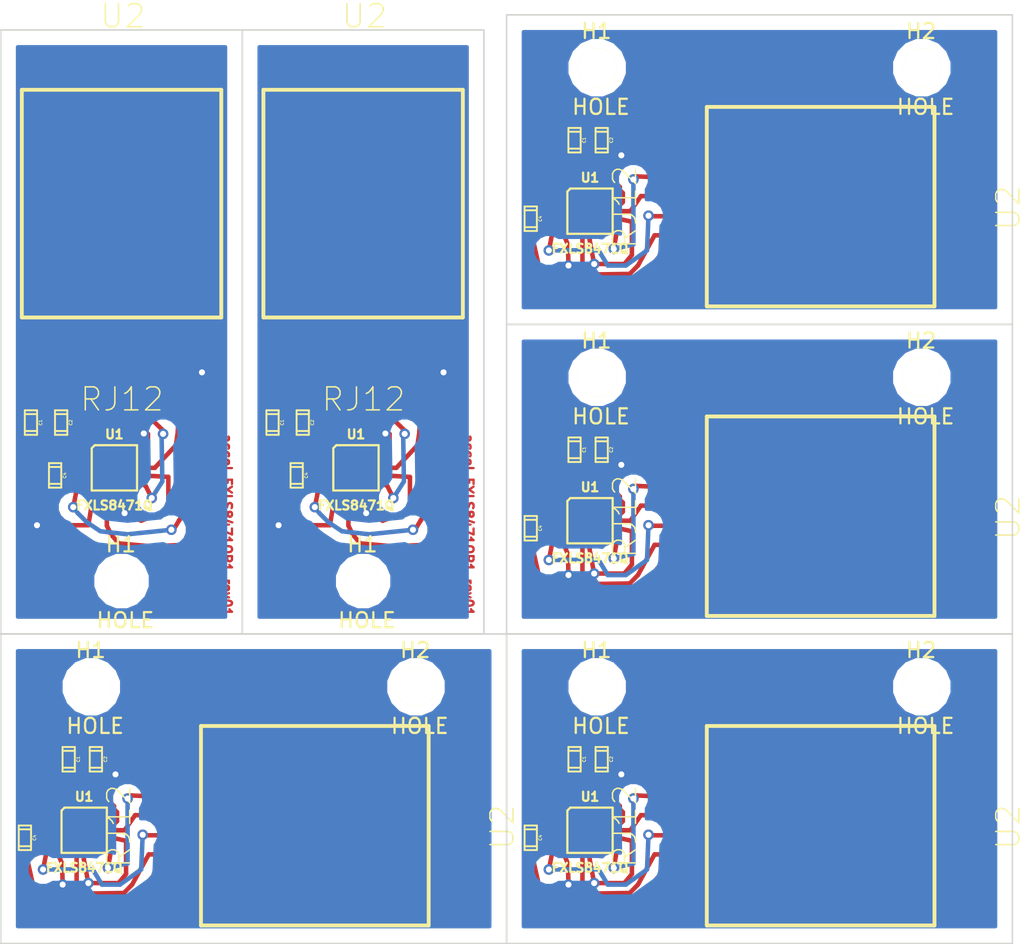
<source format=kicad_pcb>
(kicad_pcb (version 3) (host pcbnew "(2013-08-24 BZR 4298)-stable")

  (general
    (links 143)
    (no_connects 35)
    (area 55.949999 32.21847 123.58153 94.550001)
    (thickness 1.6)
    (drawings 30)
    (tracks 648)
    (zones 0)
    (modules 40)
    (nets 8)
  )

  (page A)
  (layers
    (15 F.Cu signal)
    (0 B.Cu signal)
    (16 B.Adhes user)
    (17 F.Adhes user)
    (18 B.Paste user)
    (19 F.Paste user)
    (20 B.SilkS user)
    (21 F.SilkS user)
    (22 B.Mask user)
    (23 F.Mask user)
    (24 Dwgs.User user)
    (25 Cmts.User user)
    (26 Eco1.User user)
    (27 Eco2.User user)
    (28 Edge.Cuts user)
  )

  (setup
    (last_trace_width 0.5)
    (user_trace_width 0.1)
    (user_trace_width 0.15)
    (user_trace_width 0.2)
    (user_trace_width 0.25)
    (user_trace_width 0.3)
    (user_trace_width 0.35)
    (user_trace_width 0.4)
    (user_trace_width 0.5)
    (user_trace_width 0.6)
    (user_trace_width 0.7)
    (user_trace_width 0.8)
    (user_trace_width 1)
    (user_trace_width 0.1)
    (user_trace_width 0.15)
    (user_trace_width 0.2)
    (user_trace_width 0.25)
    (user_trace_width 0.3)
    (user_trace_width 0.35)
    (user_trace_width 0.4)
    (user_trace_width 0.5)
    (user_trace_width 0.6)
    (user_trace_width 0.7)
    (user_trace_width 0.8)
    (user_trace_width 1)
    (user_trace_width 0.1)
    (user_trace_width 0.15)
    (user_trace_width 0.2)
    (user_trace_width 0.25)
    (user_trace_width 0.3)
    (user_trace_width 0.35)
    (user_trace_width 0.4)
    (user_trace_width 0.5)
    (user_trace_width 0.6)
    (user_trace_width 0.7)
    (user_trace_width 0.8)
    (user_trace_width 1)
    (user_trace_width 0.1)
    (user_trace_width 0.15)
    (user_trace_width 0.2)
    (user_trace_width 0.25)
    (user_trace_width 0.3)
    (user_trace_width 0.35)
    (user_trace_width 0.4)
    (user_trace_width 0.5)
    (user_trace_width 0.6)
    (user_trace_width 0.7)
    (user_trace_width 0.8)
    (user_trace_width 1)
    (user_trace_width 0.1)
    (user_trace_width 0.15)
    (user_trace_width 0.2)
    (user_trace_width 0.25)
    (user_trace_width 0.3)
    (user_trace_width 0.35)
    (user_trace_width 0.4)
    (user_trace_width 0.5)
    (user_trace_width 0.6)
    (user_trace_width 0.7)
    (user_trace_width 0.8)
    (user_trace_width 1)
    (trace_clearance 0.05)
    (zone_clearance 0.6)
    (zone_45_only no)
    (trace_min 0.1)
    (segment_width 0.2)
    (edge_width 0.1)
    (via_size 0.7)
    (via_drill 0.4)
    (via_min_size 0.7)
    (via_min_drill 0.4)
    (uvia_size 0.4)
    (uvia_drill 0.127)
    (uvias_allowed no)
    (uvia_min_size 0.4)
    (uvia_min_drill 0.127)
    (pcb_text_width 0.3)
    (pcb_text_size 1.5 1.5)
    (mod_edge_width 0.15)
    (mod_text_size 1 1)
    (mod_text_width 0.15)
    (pad_size 2.4 2.4)
    (pad_drill 2.4)
    (pad_to_mask_clearance 0)
    (aux_axis_origin 0 0)
    (visible_elements 7FFFFFFF)
    (pcbplotparams
      (layerselection 3178497)
      (usegerberextensions false)
      (excludeedgelayer true)
      (linewidth 0.150000)
      (plotframeref false)
      (viasonmask false)
      (mode 1)
      (useauxorigin false)
      (hpglpennumber 1)
      (hpglpenspeed 20)
      (hpglpendiameter 15)
      (hpglpenoverlay 2)
      (psnegative false)
      (psa4output false)
      (plotreference true)
      (plotvalue true)
      (plotothertext true)
      (plotinvisibletext false)
      (padsonsilk false)
      (subtractmaskfromsilk false)
      (outputformat 3)
      (mirror false)
      (drillshape 0)
      (scaleselection 1)
      (outputdirectory ""))
  )

  (net 0 "")
  (net 1 GND)
  (net 2 INT1)
  (net 3 INT2)
  (net 4 N-0000011)
  (net 5 SCL)
  (net 6 SDA)
  (net 7 Vdd)

  (net_class Default "This is the default net class."
    (clearance 0.05)
    (trace_width 0.5)
    (via_dia 0.7)
    (via_drill 0.4)
    (uvia_dia 0.4)
    (uvia_drill 0.127)
    (add_net "")
    (add_net GND)
    (add_net INT1)
    (add_net INT2)
    (add_net N-0000011)
    (add_net SCL)
    (add_net SDA)
    (add_net Vdd)
  )

  (module TED_Hole_2_4mm (layer F.Cu) (tedit 539B864E) (tstamp 539CCC0F)
    (at 80 70.5)
    (path /5365C78C)
    (fp_text reference H1 (at -0.05 -2.425) (layer F.SilkS)
      (effects (font (size 1 1) (thickness 0.15)))
    )
    (fp_text value HOLE (at 0.25 2.6) (layer F.SilkS)
      (effects (font (size 1 1) (thickness 0.15)))
    )
    (pad "" np_thru_hole circle (at 0 0) (size 2.4 2.4) (drill 2.4)
      (layers *.Cu *.Mask F.SilkS)
    )
  )

  (module TED_QFN16_3x5 (layer F.Cu) (tedit 53767B71) (tstamp 539CCBF7)
    (at 79.525 63)
    (path /539B7524)
    (solder_mask_margin 0.1)
    (solder_paste_margin -0.1)
    (solder_paste_ratio -0.2)
    (clearance 0.1)
    (fp_text reference U1 (at 0 -2.22) (layer F.SilkS)
      (effects (font (size 0.6 0.6) (thickness 0.15)))
    )
    (fp_text value FXLS8471Q (at 0 2.49) (layer F.SilkS)
      (effects (font (size 0.6 0.6) (thickness 0.15)))
    )
    (fp_line (start -1.3 -1.5) (end 1.5 -1.5) (layer F.SilkS) (width 0.14986))
    (fp_line (start -1.5 -1.3) (end -1.5 1.5) (layer F.SilkS) (width 0.14986))
    (fp_line (start -1.3 -1.5) (end -1.5 -1.3) (layer F.SilkS) (width 0.14986))
    (fp_line (start 1.5 1.5) (end -1.5 1.5) (layer F.SilkS) (width 0.14986))
    (fp_line (start 1.5 -1.5) (end 1.5 1.5) (layer F.SilkS) (width 0.14986))
    (pad 2 smd rect (at -1.275 -0.5) (size 0.8 0.3)
      (layers F.Cu F.Paste F.Mask)
      (net 4 N-0000011)
    )
    (pad 1 smd rect (at -1.275 -1) (size 0.8 0.3)
      (layers F.Cu F.Paste F.Mask)
      (net 7 Vdd)
    )
    (pad 13 smd rect (at 1.275 -1) (size 0.8 0.3)
      (layers F.Cu F.Paste F.Mask)
      (net 1 GND)
    )
    (pad 3 smd rect (at -1.275 -0.005) (size 0.8 0.3)
      (layers F.Cu F.Paste F.Mask)
      (net 1 GND)
    )
    (pad 4 smd rect (at -1.275 0.5) (size 0.8 0.3)
      (layers F.Cu F.Paste F.Mask)
      (net 5 SCL)
    )
    (pad 5 smd rect (at -1.275 1) (size 0.8 0.3)
      (layers F.Cu F.Paste F.Mask)
      (net 1 GND)
    )
    (pad 6 smd rect (at -0.5 1.275) (size 0.3 0.8)
      (layers F.Cu F.Paste F.Mask)
      (net 6 SDA)
    )
    (pad 7 smd rect (at -0.035 1.275) (size 0.3 0.8)
      (layers F.Cu F.Paste F.Mask)
      (net 1 GND)
    )
    (pad 8 smd rect (at 0.5 1.275) (size 0.3 0.8)
      (layers F.Cu F.Paste F.Mask)
    )
    (pad 9 smd rect (at 1.275 1) (size 0.8 0.3)
      (layers F.Cu F.Paste F.Mask)
      (net 3 INT2)
    )
    (pad 10 smd rect (at 1.275 0.5) (size 0.8 0.3)
      (layers F.Cu F.Paste F.Mask)
      (net 1 GND)
    )
    (pad 11 smd rect (at 1.275 -0.005) (size 0.8 0.3)
      (layers F.Cu F.Paste F.Mask)
      (net 2 INT1)
    )
    (pad 12 smd rect (at 1.275 -0.5) (size 0.8 0.3)
      (layers F.Cu F.Paste F.Mask)
      (net 1 GND)
    )
    (pad 14 smd rect (at 0.5 -1.275) (size 0.3 0.8)
      (layers F.Cu F.Paste F.Mask)
      (net 7 Vdd)
    )
    (pad 15 smd rect (at -0.015 -1.275) (size 0.3 0.8)
      (layers F.Cu F.Paste F.Mask)
    )
    (pad 16 smd rect (at -0.5 -1.275) (size 0.3 0.8)
      (layers F.Cu F.Paste F.Mask)
    )
    (model smd/qfn24.wrl
      (at (xyz 0 0 0))
      (scale (xyz 1 1 1))
      (rotate (xyz 0 0 0))
    )
  )

  (module TED_RJ12_855135002 (layer F.Cu) (tedit 5373FCE2) (tstamp 539CCBE9)
    (at 80 45.5)
    (path /539B7C14)
    (fp_text reference U2 (at 0.09 -12.42) (layer F.SilkS)
      (effects (font (thickness 0.09906)))
    )
    (fp_text value RJ12 (at 0.03 12.96) (layer F.SilkS)
      (effects (font (thickness 0.09906)))
    )
    (fp_line (start -6.605 -7.54) (end 6.605 -7.54) (layer F.SilkS) (width 0.254))
    (fp_line (start 6.605 -7.54) (end 6.605 7.54) (layer F.SilkS) (width 0.254))
    (fp_line (start 6.605 7.54) (end -6.605 7.54) (layer F.SilkS) (width 0.254))
    (fp_line (start -6.605 7.54) (end -6.605 -7.54) (layer F.SilkS) (width 0.254))
    (pad 6 smd rect (at -3.175 7.9) (size 0.76 5)
      (layers F.Cu F.Paste F.Mask)
      (net 7 Vdd)
      (clearance 0.2)
    )
    (pad 4 smd rect (at -0.635 7.9) (size 0.76 5)
      (layers F.Cu F.Paste F.Mask)
      (net 2 INT1)
      (clearance 0.2)
    )
    (pad 2 smd rect (at 1.905 7.9) (size 0.76 5)
      (layers F.Cu F.Paste F.Mask)
      (net 6 SDA)
      (clearance 0.2)
    )
    (pad 3 smd rect (at 0.635 7.9) (size 0.76 5)
      (layers F.Cu F.Paste F.Mask)
      (net 5 SCL)
      (clearance 0.2)
    )
    (pad 1 smd rect (at 3.175 7.9) (size 0.76 5)
      (layers F.Cu F.Paste F.Mask)
      (net 1 GND)
      (clearance 0.2)
    )
    (pad 5 smd rect (at -1.905 7.9) (size 0.76 5)
      (layers F.Cu F.Paste F.Mask)
      (net 3 INT2)
      (clearance 0.2)
    )
    (pad PAD smd rect (at 0 -8.15) (size 8.8 4.5)
      (layers F.Cu F.Paste F.Mask)
    )
  )

  (module TED_SM0603 (layer F.Cu) (tedit 527731CB) (tstamp 539CCBDE)
    (at 75.6 63.5 270)
    (descr "SMT capacitor, 0603")
    (path /52A5541B)
    (fp_text reference C4 (at 0 -0.635 270) (layer F.SilkS)
      (effects (font (size 0.20066 0.20066) (thickness 0.04064)))
    )
    (fp_text value .1uF (at 0 0.635 270) (layer F.SilkS) hide
      (effects (font (size 0.20066 0.20066) (thickness 0.04064)))
    )
    (fp_line (start 0.5588 0.4064) (end 0.5588 -0.4064) (layer F.SilkS) (width 0.127))
    (fp_line (start -0.5588 -0.381) (end -0.5588 0.4064) (layer F.SilkS) (width 0.127))
    (fp_line (start -0.8128 -0.4064) (end 0.8128 -0.4064) (layer F.SilkS) (width 0.127))
    (fp_line (start 0.8128 -0.4064) (end 0.8128 0.4064) (layer F.SilkS) (width 0.127))
    (fp_line (start 0.8128 0.4064) (end -0.8128 0.4064) (layer F.SilkS) (width 0.127))
    (fp_line (start -0.8128 0.4064) (end -0.8128 -0.4064) (layer F.SilkS) (width 0.127))
    (pad 2 smd rect (at 0.75184 0 270) (size 0.89916 1.00076)
      (layers F.Cu F.Paste F.Mask)
      (net 1 GND)
      (clearance 0.1)
    )
    (pad 1 smd rect (at -0.75184 0 270) (size 0.89916 1.00076)
      (layers F.Cu F.Paste F.Mask)
      (net 4 N-0000011)
      (clearance 0.1)
    )
    (model smd/capacitors/c_0603.wrl
      (at (xyz 0 0 0))
      (scale (xyz 1 1 1))
      (rotate (xyz 0 0 0))
    )
  )

  (module TED_SM0603 (layer F.Cu) (tedit 527731CB) (tstamp 539CCBD3)
    (at 76 60 270)
    (descr "SMT capacitor, 0603")
    (path /5295936A)
    (fp_text reference C2 (at 0 -0.635 270) (layer F.SilkS)
      (effects (font (size 0.20066 0.20066) (thickness 0.04064)))
    )
    (fp_text value .1uF (at 0 0.635 270) (layer F.SilkS) hide
      (effects (font (size 0.20066 0.20066) (thickness 0.04064)))
    )
    (fp_line (start 0.5588 0.4064) (end 0.5588 -0.4064) (layer F.SilkS) (width 0.127))
    (fp_line (start -0.5588 -0.381) (end -0.5588 0.4064) (layer F.SilkS) (width 0.127))
    (fp_line (start -0.8128 -0.4064) (end 0.8128 -0.4064) (layer F.SilkS) (width 0.127))
    (fp_line (start 0.8128 -0.4064) (end 0.8128 0.4064) (layer F.SilkS) (width 0.127))
    (fp_line (start 0.8128 0.4064) (end -0.8128 0.4064) (layer F.SilkS) (width 0.127))
    (fp_line (start -0.8128 0.4064) (end -0.8128 -0.4064) (layer F.SilkS) (width 0.127))
    (pad 2 smd rect (at 0.75184 0 270) (size 0.89916 1.00076)
      (layers F.Cu F.Paste F.Mask)
      (net 1 GND)
      (clearance 0.1)
    )
    (pad 1 smd rect (at -0.75184 0 270) (size 0.89916 1.00076)
      (layers F.Cu F.Paste F.Mask)
      (net 7 Vdd)
      (clearance 0.1)
    )
    (model smd/capacitors/c_0603.wrl
      (at (xyz 0 0 0))
      (scale (xyz 1 1 1))
      (rotate (xyz 0 0 0))
    )
  )

  (module TED_SM0603 (layer F.Cu) (tedit 527731CB) (tstamp 539CCBC8)
    (at 74 60 270)
    (descr "SMT capacitor, 0603")
    (path /52959381)
    (fp_text reference C1 (at 0 -0.635 270) (layer F.SilkS)
      (effects (font (size 0.20066 0.20066) (thickness 0.04064)))
    )
    (fp_text value 1uF (at 0 0.635 270) (layer F.SilkS) hide
      (effects (font (size 0.20066 0.20066) (thickness 0.04064)))
    )
    (fp_line (start 0.5588 0.4064) (end 0.5588 -0.4064) (layer F.SilkS) (width 0.127))
    (fp_line (start -0.5588 -0.381) (end -0.5588 0.4064) (layer F.SilkS) (width 0.127))
    (fp_line (start -0.8128 -0.4064) (end 0.8128 -0.4064) (layer F.SilkS) (width 0.127))
    (fp_line (start 0.8128 -0.4064) (end 0.8128 0.4064) (layer F.SilkS) (width 0.127))
    (fp_line (start 0.8128 0.4064) (end -0.8128 0.4064) (layer F.SilkS) (width 0.127))
    (fp_line (start -0.8128 0.4064) (end -0.8128 -0.4064) (layer F.SilkS) (width 0.127))
    (pad 2 smd rect (at 0.75184 0 270) (size 0.89916 1.00076)
      (layers F.Cu F.Paste F.Mask)
      (net 1 GND)
      (clearance 0.1)
    )
    (pad 1 smd rect (at -0.75184 0 270) (size 0.89916 1.00076)
      (layers F.Cu F.Paste F.Mask)
      (net 7 Vdd)
      (clearance 0.1)
    )
    (model smd/capacitors/c_0603.wrl
      (at (xyz 0 0 0))
      (scale (xyz 1 1 1))
      (rotate (xyz 0 0 0))
    )
  )

  (module TED_SM0603 (layer F.Cu) (tedit 527731CB) (tstamp 52A599A1)
    (at 58 60 270)
    (descr "SMT capacitor, 0603")
    (path /52959381)
    (fp_text reference C1 (at 0 -0.635 270) (layer F.SilkS)
      (effects (font (size 0.20066 0.20066) (thickness 0.04064)))
    )
    (fp_text value 1uF (at 0 0.635 270) (layer F.SilkS) hide
      (effects (font (size 0.20066 0.20066) (thickness 0.04064)))
    )
    (fp_line (start 0.5588 0.4064) (end 0.5588 -0.4064) (layer F.SilkS) (width 0.127))
    (fp_line (start -0.5588 -0.381) (end -0.5588 0.4064) (layer F.SilkS) (width 0.127))
    (fp_line (start -0.8128 -0.4064) (end 0.8128 -0.4064) (layer F.SilkS) (width 0.127))
    (fp_line (start 0.8128 -0.4064) (end 0.8128 0.4064) (layer F.SilkS) (width 0.127))
    (fp_line (start 0.8128 0.4064) (end -0.8128 0.4064) (layer F.SilkS) (width 0.127))
    (fp_line (start -0.8128 0.4064) (end -0.8128 -0.4064) (layer F.SilkS) (width 0.127))
    (pad 2 smd rect (at 0.75184 0 270) (size 0.89916 1.00076)
      (layers F.Cu F.Paste F.Mask)
      (net 1 GND)
      (clearance 0.1)
    )
    (pad 1 smd rect (at -0.75184 0 270) (size 0.89916 1.00076)
      (layers F.Cu F.Paste F.Mask)
      (net 7 Vdd)
      (clearance 0.1)
    )
    (model smd/capacitors/c_0603.wrl
      (at (xyz 0 0 0))
      (scale (xyz 1 1 1))
      (rotate (xyz 0 0 0))
    )
  )

  (module TED_SM0603 (layer F.Cu) (tedit 527731CB) (tstamp 52A599AD)
    (at 60 60 270)
    (descr "SMT capacitor, 0603")
    (path /5295936A)
    (fp_text reference C2 (at 0 -0.635 270) (layer F.SilkS)
      (effects (font (size 0.20066 0.20066) (thickness 0.04064)))
    )
    (fp_text value .1uF (at 0 0.635 270) (layer F.SilkS) hide
      (effects (font (size 0.20066 0.20066) (thickness 0.04064)))
    )
    (fp_line (start 0.5588 0.4064) (end 0.5588 -0.4064) (layer F.SilkS) (width 0.127))
    (fp_line (start -0.5588 -0.381) (end -0.5588 0.4064) (layer F.SilkS) (width 0.127))
    (fp_line (start -0.8128 -0.4064) (end 0.8128 -0.4064) (layer F.SilkS) (width 0.127))
    (fp_line (start 0.8128 -0.4064) (end 0.8128 0.4064) (layer F.SilkS) (width 0.127))
    (fp_line (start 0.8128 0.4064) (end -0.8128 0.4064) (layer F.SilkS) (width 0.127))
    (fp_line (start -0.8128 0.4064) (end -0.8128 -0.4064) (layer F.SilkS) (width 0.127))
    (pad 2 smd rect (at 0.75184 0 270) (size 0.89916 1.00076)
      (layers F.Cu F.Paste F.Mask)
      (net 1 GND)
      (clearance 0.1)
    )
    (pad 1 smd rect (at -0.75184 0 270) (size 0.89916 1.00076)
      (layers F.Cu F.Paste F.Mask)
      (net 7 Vdd)
      (clearance 0.1)
    )
    (model smd/capacitors/c_0603.wrl
      (at (xyz 0 0 0))
      (scale (xyz 1 1 1))
      (rotate (xyz 0 0 0))
    )
  )

  (module TED_SM0603 (layer F.Cu) (tedit 527731CB) (tstamp 539B7F83)
    (at 59.6 63.5 270)
    (descr "SMT capacitor, 0603")
    (path /52A5541B)
    (fp_text reference C4 (at 0 -0.635 270) (layer F.SilkS)
      (effects (font (size 0.20066 0.20066) (thickness 0.04064)))
    )
    (fp_text value .1uF (at 0 0.635 270) (layer F.SilkS) hide
      (effects (font (size 0.20066 0.20066) (thickness 0.04064)))
    )
    (fp_line (start 0.5588 0.4064) (end 0.5588 -0.4064) (layer F.SilkS) (width 0.127))
    (fp_line (start -0.5588 -0.381) (end -0.5588 0.4064) (layer F.SilkS) (width 0.127))
    (fp_line (start -0.8128 -0.4064) (end 0.8128 -0.4064) (layer F.SilkS) (width 0.127))
    (fp_line (start 0.8128 -0.4064) (end 0.8128 0.4064) (layer F.SilkS) (width 0.127))
    (fp_line (start 0.8128 0.4064) (end -0.8128 0.4064) (layer F.SilkS) (width 0.127))
    (fp_line (start -0.8128 0.4064) (end -0.8128 -0.4064) (layer F.SilkS) (width 0.127))
    (pad 2 smd rect (at 0.75184 0 270) (size 0.89916 1.00076)
      (layers F.Cu F.Paste F.Mask)
      (net 1 GND)
      (clearance 0.1)
    )
    (pad 1 smd rect (at -0.75184 0 270) (size 0.89916 1.00076)
      (layers F.Cu F.Paste F.Mask)
      (net 4 N-0000011)
      (clearance 0.1)
    )
    (model smd/capacitors/c_0603.wrl
      (at (xyz 0 0 0))
      (scale (xyz 1 1 1))
      (rotate (xyz 0 0 0))
    )
  )

  (module TED_RJ12_855135002 (layer F.Cu) (tedit 5373FCE2) (tstamp 539CCB86)
    (at 64 45.5)
    (path /539B7C14)
    (fp_text reference U2 (at 0.09 -12.42) (layer F.SilkS)
      (effects (font (thickness 0.09906)))
    )
    (fp_text value RJ12 (at 0.03 12.96) (layer F.SilkS)
      (effects (font (thickness 0.09906)))
    )
    (fp_line (start -6.605 -7.54) (end 6.605 -7.54) (layer F.SilkS) (width 0.254))
    (fp_line (start 6.605 -7.54) (end 6.605 7.54) (layer F.SilkS) (width 0.254))
    (fp_line (start 6.605 7.54) (end -6.605 7.54) (layer F.SilkS) (width 0.254))
    (fp_line (start -6.605 7.54) (end -6.605 -7.54) (layer F.SilkS) (width 0.254))
    (pad 6 smd rect (at -3.175 7.9) (size 0.76 5)
      (layers F.Cu F.Paste F.Mask)
      (net 7 Vdd)
      (clearance 0.2)
    )
    (pad 4 smd rect (at -0.635 7.9) (size 0.76 5)
      (layers F.Cu F.Paste F.Mask)
      (net 2 INT1)
      (clearance 0.2)
    )
    (pad 2 smd rect (at 1.905 7.9) (size 0.76 5)
      (layers F.Cu F.Paste F.Mask)
      (net 6 SDA)
      (clearance 0.2)
    )
    (pad 3 smd rect (at 0.635 7.9) (size 0.76 5)
      (layers F.Cu F.Paste F.Mask)
      (net 5 SCL)
      (clearance 0.2)
    )
    (pad 1 smd rect (at 3.175 7.9) (size 0.76 5)
      (layers F.Cu F.Paste F.Mask)
      (net 1 GND)
      (clearance 0.2)
    )
    (pad 5 smd rect (at -1.905 7.9) (size 0.76 5)
      (layers F.Cu F.Paste F.Mask)
      (net 3 INT2)
      (clearance 0.2)
    )
    (pad PAD smd rect (at 0 -8.15) (size 8.8 4.5)
      (layers F.Cu F.Paste F.Mask)
    )
  )

  (module TED_QFN16_3x5 (layer F.Cu) (tedit 53767B71) (tstamp 52A599E5)
    (at 63.525 63)
    (path /539B7524)
    (solder_mask_margin 0.1)
    (solder_paste_margin -0.1)
    (solder_paste_ratio -0.2)
    (clearance 0.1)
    (fp_text reference U1 (at 0 -2.22) (layer F.SilkS)
      (effects (font (size 0.6 0.6) (thickness 0.15)))
    )
    (fp_text value FXLS8471Q (at 0 2.49) (layer F.SilkS)
      (effects (font (size 0.6 0.6) (thickness 0.15)))
    )
    (fp_line (start -1.3 -1.5) (end 1.5 -1.5) (layer F.SilkS) (width 0.14986))
    (fp_line (start -1.5 -1.3) (end -1.5 1.5) (layer F.SilkS) (width 0.14986))
    (fp_line (start -1.3 -1.5) (end -1.5 -1.3) (layer F.SilkS) (width 0.14986))
    (fp_line (start 1.5 1.5) (end -1.5 1.5) (layer F.SilkS) (width 0.14986))
    (fp_line (start 1.5 -1.5) (end 1.5 1.5) (layer F.SilkS) (width 0.14986))
    (pad 2 smd rect (at -1.275 -0.5) (size 0.8 0.3)
      (layers F.Cu F.Paste F.Mask)
      (net 4 N-0000011)
    )
    (pad 1 smd rect (at -1.275 -1) (size 0.8 0.3)
      (layers F.Cu F.Paste F.Mask)
      (net 7 Vdd)
    )
    (pad 13 smd rect (at 1.275 -1) (size 0.8 0.3)
      (layers F.Cu F.Paste F.Mask)
      (net 1 GND)
    )
    (pad 3 smd rect (at -1.275 -0.005) (size 0.8 0.3)
      (layers F.Cu F.Paste F.Mask)
      (net 1 GND)
    )
    (pad 4 smd rect (at -1.275 0.5) (size 0.8 0.3)
      (layers F.Cu F.Paste F.Mask)
      (net 5 SCL)
    )
    (pad 5 smd rect (at -1.275 1) (size 0.8 0.3)
      (layers F.Cu F.Paste F.Mask)
      (net 1 GND)
    )
    (pad 6 smd rect (at -0.5 1.275) (size 0.3 0.8)
      (layers F.Cu F.Paste F.Mask)
      (net 6 SDA)
    )
    (pad 7 smd rect (at -0.035 1.275) (size 0.3 0.8)
      (layers F.Cu F.Paste F.Mask)
      (net 1 GND)
    )
    (pad 8 smd rect (at 0.5 1.275) (size 0.3 0.8)
      (layers F.Cu F.Paste F.Mask)
    )
    (pad 9 smd rect (at 1.275 1) (size 0.8 0.3)
      (layers F.Cu F.Paste F.Mask)
      (net 3 INT2)
    )
    (pad 10 smd rect (at 1.275 0.5) (size 0.8 0.3)
      (layers F.Cu F.Paste F.Mask)
      (net 1 GND)
    )
    (pad 11 smd rect (at 1.275 -0.005) (size 0.8 0.3)
      (layers F.Cu F.Paste F.Mask)
      (net 2 INT1)
    )
    (pad 12 smd rect (at 1.275 -0.5) (size 0.8 0.3)
      (layers F.Cu F.Paste F.Mask)
      (net 1 GND)
    )
    (pad 14 smd rect (at 0.5 -1.275) (size 0.3 0.8)
      (layers F.Cu F.Paste F.Mask)
      (net 7 Vdd)
    )
    (pad 15 smd rect (at -0.015 -1.275) (size 0.3 0.8)
      (layers F.Cu F.Paste F.Mask)
    )
    (pad 16 smd rect (at -0.5 -1.275) (size 0.3 0.8)
      (layers F.Cu F.Paste F.Mask)
    )
    (model smd/qfn24.wrl
      (at (xyz 0 0 0))
      (scale (xyz 1 1 1))
      (rotate (xyz 0 0 0))
    )
  )

  (module TED_Hole_2_4mm (layer F.Cu) (tedit 539B864E) (tstamp 539B82C8)
    (at 64 70.5)
    (path /5365C78C)
    (fp_text reference H1 (at -0.05 -2.425) (layer F.SilkS)
      (effects (font (size 1 1) (thickness 0.15)))
    )
    (fp_text value HOLE (at 0.25 2.6) (layer F.SilkS)
      (effects (font (size 1 1) (thickness 0.15)))
    )
    (pad "" np_thru_hole circle (at 0 0) (size 2.4 2.4) (drill 2.4)
      (layers *.Cu *.Mask F.SilkS)
    )
  )

  (module TED_SM0603 (layer F.Cu) (tedit 527731CB) (tstamp 52A599A1)
    (at 60.5 82.3 270)
    (descr "SMT capacitor, 0603")
    (path /52959381)
    (fp_text reference C1 (at 0 -0.635 270) (layer F.SilkS)
      (effects (font (size 0.20066 0.20066) (thickness 0.04064)))
    )
    (fp_text value 1uF (at 0 0.635 270) (layer F.SilkS) hide
      (effects (font (size 0.20066 0.20066) (thickness 0.04064)))
    )
    (fp_line (start 0.5588 0.4064) (end 0.5588 -0.4064) (layer F.SilkS) (width 0.127))
    (fp_line (start -0.5588 -0.381) (end -0.5588 0.4064) (layer F.SilkS) (width 0.127))
    (fp_line (start -0.8128 -0.4064) (end 0.8128 -0.4064) (layer F.SilkS) (width 0.127))
    (fp_line (start 0.8128 -0.4064) (end 0.8128 0.4064) (layer F.SilkS) (width 0.127))
    (fp_line (start 0.8128 0.4064) (end -0.8128 0.4064) (layer F.SilkS) (width 0.127))
    (fp_line (start -0.8128 0.4064) (end -0.8128 -0.4064) (layer F.SilkS) (width 0.127))
    (pad 2 smd rect (at 0.75184 0 270) (size 0.89916 1.00076)
      (layers F.Cu F.Paste F.Mask)
      (net 1 GND)
      (clearance 0.1)
    )
    (pad 1 smd rect (at -0.75184 0 270) (size 0.89916 1.00076)
      (layers F.Cu F.Paste F.Mask)
      (net 7 Vdd)
      (clearance 0.1)
    )
    (model smd/capacitors/c_0603.wrl
      (at (xyz 0 0 0))
      (scale (xyz 1 1 1))
      (rotate (xyz 0 0 0))
    )
  )

  (module TED_SM0603 (layer F.Cu) (tedit 527731CB) (tstamp 52A599AD)
    (at 62.3 82.3 270)
    (descr "SMT capacitor, 0603")
    (path /5295936A)
    (fp_text reference C2 (at 0 -0.635 270) (layer F.SilkS)
      (effects (font (size 0.20066 0.20066) (thickness 0.04064)))
    )
    (fp_text value .1uF (at 0 0.635 270) (layer F.SilkS) hide
      (effects (font (size 0.20066 0.20066) (thickness 0.04064)))
    )
    (fp_line (start 0.5588 0.4064) (end 0.5588 -0.4064) (layer F.SilkS) (width 0.127))
    (fp_line (start -0.5588 -0.381) (end -0.5588 0.4064) (layer F.SilkS) (width 0.127))
    (fp_line (start -0.8128 -0.4064) (end 0.8128 -0.4064) (layer F.SilkS) (width 0.127))
    (fp_line (start 0.8128 -0.4064) (end 0.8128 0.4064) (layer F.SilkS) (width 0.127))
    (fp_line (start 0.8128 0.4064) (end -0.8128 0.4064) (layer F.SilkS) (width 0.127))
    (fp_line (start -0.8128 0.4064) (end -0.8128 -0.4064) (layer F.SilkS) (width 0.127))
    (pad 2 smd rect (at 0.75184 0 270) (size 0.89916 1.00076)
      (layers F.Cu F.Paste F.Mask)
      (net 1 GND)
      (clearance 0.1)
    )
    (pad 1 smd rect (at -0.75184 0 270) (size 0.89916 1.00076)
      (layers F.Cu F.Paste F.Mask)
      (net 7 Vdd)
      (clearance 0.1)
    )
    (model smd/capacitors/c_0603.wrl
      (at (xyz 0 0 0))
      (scale (xyz 1 1 1))
      (rotate (xyz 0 0 0))
    )
  )

  (module TED_SM0603 (layer F.Cu) (tedit 527731CB) (tstamp 539B7F83)
    (at 57.6 87.5 270)
    (descr "SMT capacitor, 0603")
    (path /52A5541B)
    (fp_text reference C4 (at 0 -0.635 270) (layer F.SilkS)
      (effects (font (size 0.20066 0.20066) (thickness 0.04064)))
    )
    (fp_text value .1uF (at 0 0.635 270) (layer F.SilkS) hide
      (effects (font (size 0.20066 0.20066) (thickness 0.04064)))
    )
    (fp_line (start 0.5588 0.4064) (end 0.5588 -0.4064) (layer F.SilkS) (width 0.127))
    (fp_line (start -0.5588 -0.381) (end -0.5588 0.4064) (layer F.SilkS) (width 0.127))
    (fp_line (start -0.8128 -0.4064) (end 0.8128 -0.4064) (layer F.SilkS) (width 0.127))
    (fp_line (start 0.8128 -0.4064) (end 0.8128 0.4064) (layer F.SilkS) (width 0.127))
    (fp_line (start 0.8128 0.4064) (end -0.8128 0.4064) (layer F.SilkS) (width 0.127))
    (fp_line (start -0.8128 0.4064) (end -0.8128 -0.4064) (layer F.SilkS) (width 0.127))
    (pad 2 smd rect (at 0.75184 0 270) (size 0.89916 1.00076)
      (layers F.Cu F.Paste F.Mask)
      (net 1 GND)
      (clearance 0.1)
    )
    (pad 1 smd rect (at -0.75184 0 270) (size 0.89916 1.00076)
      (layers F.Cu F.Paste F.Mask)
      (net 4 N-0000011)
      (clearance 0.1)
    )
    (model smd/capacitors/c_0603.wrl
      (at (xyz 0 0 0))
      (scale (xyz 1 1 1))
      (rotate (xyz 0 0 0))
    )
  )

  (module TED_RJ12_855135002 (layer F.Cu) (tedit 5373FCE2) (tstamp 539CC027)
    (at 76.8 86.7 270)
    (path /539B7C14)
    (fp_text reference U2 (at 0.09 -12.42 270) (layer F.SilkS)
      (effects (font (thickness 0.09906)))
    )
    (fp_text value RJ12 (at 0.03 12.96 270) (layer F.SilkS)
      (effects (font (thickness 0.09906)))
    )
    (fp_line (start -6.605 -7.54) (end 6.605 -7.54) (layer F.SilkS) (width 0.254))
    (fp_line (start 6.605 -7.54) (end 6.605 7.54) (layer F.SilkS) (width 0.254))
    (fp_line (start 6.605 7.54) (end -6.605 7.54) (layer F.SilkS) (width 0.254))
    (fp_line (start -6.605 7.54) (end -6.605 -7.54) (layer F.SilkS) (width 0.254))
    (pad 6 smd rect (at -3.175 7.9 270) (size 0.76 5)
      (layers F.Cu F.Paste F.Mask)
      (net 7 Vdd)
      (clearance 0.2)
    )
    (pad 4 smd rect (at -0.635 7.9 270) (size 0.76 5)
      (layers F.Cu F.Paste F.Mask)
      (net 2 INT1)
      (clearance 0.2)
    )
    (pad 2 smd rect (at 1.905 7.9 270) (size 0.76 5)
      (layers F.Cu F.Paste F.Mask)
      (net 6 SDA)
      (clearance 0.2)
    )
    (pad 3 smd rect (at 0.635 7.9 270) (size 0.76 5)
      (layers F.Cu F.Paste F.Mask)
      (net 5 SCL)
      (clearance 0.2)
    )
    (pad 1 smd rect (at 3.175 7.9 270) (size 0.76 5)
      (layers F.Cu F.Paste F.Mask)
      (net 1 GND)
      (clearance 0.2)
    )
    (pad 5 smd rect (at -1.905 7.9 270) (size 0.76 5)
      (layers F.Cu F.Paste F.Mask)
      (net 3 INT2)
      (clearance 0.2)
    )
    (pad PAD smd rect (at 0 -8.15 270) (size 8.8 4.5)
      (layers F.Cu F.Paste F.Mask)
    )
  )

  (module TED_QFN16_3x5 (layer F.Cu) (tedit 53767B71) (tstamp 52A599E5)
    (at 61.525 87)
    (path /539B7524)
    (solder_mask_margin 0.1)
    (solder_paste_margin -0.1)
    (solder_paste_ratio -0.2)
    (clearance 0.1)
    (fp_text reference U1 (at 0 -2.22) (layer F.SilkS)
      (effects (font (size 0.6 0.6) (thickness 0.15)))
    )
    (fp_text value FXLS8471Q (at 0 2.49) (layer F.SilkS)
      (effects (font (size 0.6 0.6) (thickness 0.15)))
    )
    (fp_line (start -1.3 -1.5) (end 1.5 -1.5) (layer F.SilkS) (width 0.14986))
    (fp_line (start -1.5 -1.3) (end -1.5 1.5) (layer F.SilkS) (width 0.14986))
    (fp_line (start -1.3 -1.5) (end -1.5 -1.3) (layer F.SilkS) (width 0.14986))
    (fp_line (start 1.5 1.5) (end -1.5 1.5) (layer F.SilkS) (width 0.14986))
    (fp_line (start 1.5 -1.5) (end 1.5 1.5) (layer F.SilkS) (width 0.14986))
    (pad 2 smd rect (at -1.275 -0.5) (size 0.8 0.3)
      (layers F.Cu F.Paste F.Mask)
      (net 4 N-0000011)
    )
    (pad 1 smd rect (at -1.275 -1) (size 0.8 0.3)
      (layers F.Cu F.Paste F.Mask)
      (net 7 Vdd)
    )
    (pad 13 smd rect (at 1.275 -1) (size 0.8 0.3)
      (layers F.Cu F.Paste F.Mask)
      (net 1 GND)
    )
    (pad 3 smd rect (at -1.275 -0.005) (size 0.8 0.3)
      (layers F.Cu F.Paste F.Mask)
      (net 1 GND)
    )
    (pad 4 smd rect (at -1.275 0.5) (size 0.8 0.3)
      (layers F.Cu F.Paste F.Mask)
      (net 5 SCL)
    )
    (pad 5 smd rect (at -1.275 1) (size 0.8 0.3)
      (layers F.Cu F.Paste F.Mask)
      (net 1 GND)
    )
    (pad 6 smd rect (at -0.5 1.275) (size 0.3 0.8)
      (layers F.Cu F.Paste F.Mask)
      (net 6 SDA)
    )
    (pad 7 smd rect (at -0.035 1.275) (size 0.3 0.8)
      (layers F.Cu F.Paste F.Mask)
      (net 1 GND)
    )
    (pad 8 smd rect (at 0.5 1.275) (size 0.3 0.8)
      (layers F.Cu F.Paste F.Mask)
    )
    (pad 9 smd rect (at 1.275 1) (size 0.8 0.3)
      (layers F.Cu F.Paste F.Mask)
      (net 3 INT2)
    )
    (pad 10 smd rect (at 1.275 0.5) (size 0.8 0.3)
      (layers F.Cu F.Paste F.Mask)
      (net 1 GND)
    )
    (pad 11 smd rect (at 1.275 -0.005) (size 0.8 0.3)
      (layers F.Cu F.Paste F.Mask)
      (net 2 INT1)
    )
    (pad 12 smd rect (at 1.275 -0.5) (size 0.8 0.3)
      (layers F.Cu F.Paste F.Mask)
      (net 1 GND)
    )
    (pad 14 smd rect (at 0.5 -1.275) (size 0.3 0.8)
      (layers F.Cu F.Paste F.Mask)
      (net 7 Vdd)
    )
    (pad 15 smd rect (at -0.015 -1.275) (size 0.3 0.8)
      (layers F.Cu F.Paste F.Mask)
    )
    (pad 16 smd rect (at -0.5 -1.275) (size 0.3 0.8)
      (layers F.Cu F.Paste F.Mask)
    )
    (model smd/qfn24.wrl
      (at (xyz 0 0 0))
      (scale (xyz 1 1 1))
      (rotate (xyz 0 0 0))
    )
  )

  (module TED_Hole_2_6mm (layer F.Cu) (tedit 539B8628) (tstamp 539CCC63)
    (at 62 77.5)
    (path /5365C78C)
    (fp_text reference H1 (at -0.05 -2.425) (layer F.SilkS)
      (effects (font (size 1 1) (thickness 0.15)))
    )
    (fp_text value HOLE (at 0.25 2.6) (layer F.SilkS)
      (effects (font (size 1 1) (thickness 0.15)))
    )
    (pad "" np_thru_hole circle (at 0 0) (size 2.6 2.6) (drill 2.6)
      (layers *.Cu *.Mask F.SilkS)
    )
  )

  (module TED_Hole_2_6mm (layer F.Cu) (tedit 539B8628) (tstamp 539CBF88)
    (at 83.5 77.5)
    (path /539CBE67)
    (fp_text reference H2 (at -0.05 -2.425) (layer F.SilkS)
      (effects (font (size 1 1) (thickness 0.15)))
    )
    (fp_text value HOLE (at 0.25 2.6) (layer F.SilkS)
      (effects (font (size 1 1) (thickness 0.15)))
    )
    (pad "" np_thru_hole circle (at 0 0) (size 2.6 2.6) (drill 2.6)
      (layers *.Cu *.Mask F.SilkS)
    )
  )

  (module TED_SM0603 (layer F.Cu) (tedit 527731CB) (tstamp 52A599A1)
    (at 94 82.3 270)
    (descr "SMT capacitor, 0603")
    (path /52959381)
    (fp_text reference C1 (at 0 -0.635 270) (layer F.SilkS)
      (effects (font (size 0.20066 0.20066) (thickness 0.04064)))
    )
    (fp_text value 1uF (at 0 0.635 270) (layer F.SilkS) hide
      (effects (font (size 0.20066 0.20066) (thickness 0.04064)))
    )
    (fp_line (start 0.5588 0.4064) (end 0.5588 -0.4064) (layer F.SilkS) (width 0.127))
    (fp_line (start -0.5588 -0.381) (end -0.5588 0.4064) (layer F.SilkS) (width 0.127))
    (fp_line (start -0.8128 -0.4064) (end 0.8128 -0.4064) (layer F.SilkS) (width 0.127))
    (fp_line (start 0.8128 -0.4064) (end 0.8128 0.4064) (layer F.SilkS) (width 0.127))
    (fp_line (start 0.8128 0.4064) (end -0.8128 0.4064) (layer F.SilkS) (width 0.127))
    (fp_line (start -0.8128 0.4064) (end -0.8128 -0.4064) (layer F.SilkS) (width 0.127))
    (pad 2 smd rect (at 0.75184 0 270) (size 0.89916 1.00076)
      (layers F.Cu F.Paste F.Mask)
      (net 1 GND)
      (clearance 0.1)
    )
    (pad 1 smd rect (at -0.75184 0 270) (size 0.89916 1.00076)
      (layers F.Cu F.Paste F.Mask)
      (net 7 Vdd)
      (clearance 0.1)
    )
    (model smd/capacitors/c_0603.wrl
      (at (xyz 0 0 0))
      (scale (xyz 1 1 1))
      (rotate (xyz 0 0 0))
    )
  )

  (module TED_SM0603 (layer F.Cu) (tedit 527731CB) (tstamp 52A599AD)
    (at 95.8 82.3 270)
    (descr "SMT capacitor, 0603")
    (path /5295936A)
    (fp_text reference C2 (at 0 -0.635 270) (layer F.SilkS)
      (effects (font (size 0.20066 0.20066) (thickness 0.04064)))
    )
    (fp_text value .1uF (at 0 0.635 270) (layer F.SilkS) hide
      (effects (font (size 0.20066 0.20066) (thickness 0.04064)))
    )
    (fp_line (start 0.5588 0.4064) (end 0.5588 -0.4064) (layer F.SilkS) (width 0.127))
    (fp_line (start -0.5588 -0.381) (end -0.5588 0.4064) (layer F.SilkS) (width 0.127))
    (fp_line (start -0.8128 -0.4064) (end 0.8128 -0.4064) (layer F.SilkS) (width 0.127))
    (fp_line (start 0.8128 -0.4064) (end 0.8128 0.4064) (layer F.SilkS) (width 0.127))
    (fp_line (start 0.8128 0.4064) (end -0.8128 0.4064) (layer F.SilkS) (width 0.127))
    (fp_line (start -0.8128 0.4064) (end -0.8128 -0.4064) (layer F.SilkS) (width 0.127))
    (pad 2 smd rect (at 0.75184 0 270) (size 0.89916 1.00076)
      (layers F.Cu F.Paste F.Mask)
      (net 1 GND)
      (clearance 0.1)
    )
    (pad 1 smd rect (at -0.75184 0 270) (size 0.89916 1.00076)
      (layers F.Cu F.Paste F.Mask)
      (net 7 Vdd)
      (clearance 0.1)
    )
    (model smd/capacitors/c_0603.wrl
      (at (xyz 0 0 0))
      (scale (xyz 1 1 1))
      (rotate (xyz 0 0 0))
    )
  )

  (module TED_SM0603 (layer F.Cu) (tedit 527731CB) (tstamp 539B7F83)
    (at 91.1 87.5 270)
    (descr "SMT capacitor, 0603")
    (path /52A5541B)
    (fp_text reference C4 (at 0 -0.635 270) (layer F.SilkS)
      (effects (font (size 0.20066 0.20066) (thickness 0.04064)))
    )
    (fp_text value .1uF (at 0 0.635 270) (layer F.SilkS) hide
      (effects (font (size 0.20066 0.20066) (thickness 0.04064)))
    )
    (fp_line (start 0.5588 0.4064) (end 0.5588 -0.4064) (layer F.SilkS) (width 0.127))
    (fp_line (start -0.5588 -0.381) (end -0.5588 0.4064) (layer F.SilkS) (width 0.127))
    (fp_line (start -0.8128 -0.4064) (end 0.8128 -0.4064) (layer F.SilkS) (width 0.127))
    (fp_line (start 0.8128 -0.4064) (end 0.8128 0.4064) (layer F.SilkS) (width 0.127))
    (fp_line (start 0.8128 0.4064) (end -0.8128 0.4064) (layer F.SilkS) (width 0.127))
    (fp_line (start -0.8128 0.4064) (end -0.8128 -0.4064) (layer F.SilkS) (width 0.127))
    (pad 2 smd rect (at 0.75184 0 270) (size 0.89916 1.00076)
      (layers F.Cu F.Paste F.Mask)
      (net 1 GND)
      (clearance 0.1)
    )
    (pad 1 smd rect (at -0.75184 0 270) (size 0.89916 1.00076)
      (layers F.Cu F.Paste F.Mask)
      (net 4 N-0000011)
      (clearance 0.1)
    )
    (model smd/capacitors/c_0603.wrl
      (at (xyz 0 0 0))
      (scale (xyz 1 1 1))
      (rotate (xyz 0 0 0))
    )
  )

  (module TED_RJ12_855135002 (layer F.Cu) (tedit 5373FCE2) (tstamp 539CC027)
    (at 110.3 86.7 270)
    (path /539B7C14)
    (fp_text reference U2 (at 0.09 -12.42 270) (layer F.SilkS)
      (effects (font (thickness 0.09906)))
    )
    (fp_text value RJ12 (at 0.03 12.96 270) (layer F.SilkS)
      (effects (font (thickness 0.09906)))
    )
    (fp_line (start -6.605 -7.54) (end 6.605 -7.54) (layer F.SilkS) (width 0.254))
    (fp_line (start 6.605 -7.54) (end 6.605 7.54) (layer F.SilkS) (width 0.254))
    (fp_line (start 6.605 7.54) (end -6.605 7.54) (layer F.SilkS) (width 0.254))
    (fp_line (start -6.605 7.54) (end -6.605 -7.54) (layer F.SilkS) (width 0.254))
    (pad 6 smd rect (at -3.175 7.9 270) (size 0.76 5)
      (layers F.Cu F.Paste F.Mask)
      (net 7 Vdd)
      (clearance 0.2)
    )
    (pad 4 smd rect (at -0.635 7.9 270) (size 0.76 5)
      (layers F.Cu F.Paste F.Mask)
      (net 2 INT1)
      (clearance 0.2)
    )
    (pad 2 smd rect (at 1.905 7.9 270) (size 0.76 5)
      (layers F.Cu F.Paste F.Mask)
      (net 6 SDA)
      (clearance 0.2)
    )
    (pad 3 smd rect (at 0.635 7.9 270) (size 0.76 5)
      (layers F.Cu F.Paste F.Mask)
      (net 5 SCL)
      (clearance 0.2)
    )
    (pad 1 smd rect (at 3.175 7.9 270) (size 0.76 5)
      (layers F.Cu F.Paste F.Mask)
      (net 1 GND)
      (clearance 0.2)
    )
    (pad 5 smd rect (at -1.905 7.9 270) (size 0.76 5)
      (layers F.Cu F.Paste F.Mask)
      (net 3 INT2)
      (clearance 0.2)
    )
    (pad PAD smd rect (at 0 -8.15 270) (size 8.8 4.5)
      (layers F.Cu F.Paste F.Mask)
    )
  )

  (module TED_QFN16_3x5 (layer F.Cu) (tedit 53767B71) (tstamp 52A599E5)
    (at 95.025 87)
    (path /539B7524)
    (solder_mask_margin 0.1)
    (solder_paste_margin -0.1)
    (solder_paste_ratio -0.2)
    (clearance 0.1)
    (fp_text reference U1 (at 0 -2.22) (layer F.SilkS)
      (effects (font (size 0.6 0.6) (thickness 0.15)))
    )
    (fp_text value FXLS8471Q (at 0 2.49) (layer F.SilkS)
      (effects (font (size 0.6 0.6) (thickness 0.15)))
    )
    (fp_line (start -1.3 -1.5) (end 1.5 -1.5) (layer F.SilkS) (width 0.14986))
    (fp_line (start -1.5 -1.3) (end -1.5 1.5) (layer F.SilkS) (width 0.14986))
    (fp_line (start -1.3 -1.5) (end -1.5 -1.3) (layer F.SilkS) (width 0.14986))
    (fp_line (start 1.5 1.5) (end -1.5 1.5) (layer F.SilkS) (width 0.14986))
    (fp_line (start 1.5 -1.5) (end 1.5 1.5) (layer F.SilkS) (width 0.14986))
    (pad 2 smd rect (at -1.275 -0.5) (size 0.8 0.3)
      (layers F.Cu F.Paste F.Mask)
      (net 4 N-0000011)
    )
    (pad 1 smd rect (at -1.275 -1) (size 0.8 0.3)
      (layers F.Cu F.Paste F.Mask)
      (net 7 Vdd)
    )
    (pad 13 smd rect (at 1.275 -1) (size 0.8 0.3)
      (layers F.Cu F.Paste F.Mask)
      (net 1 GND)
    )
    (pad 3 smd rect (at -1.275 -0.005) (size 0.8 0.3)
      (layers F.Cu F.Paste F.Mask)
      (net 1 GND)
    )
    (pad 4 smd rect (at -1.275 0.5) (size 0.8 0.3)
      (layers F.Cu F.Paste F.Mask)
      (net 5 SCL)
    )
    (pad 5 smd rect (at -1.275 1) (size 0.8 0.3)
      (layers F.Cu F.Paste F.Mask)
      (net 1 GND)
    )
    (pad 6 smd rect (at -0.5 1.275) (size 0.3 0.8)
      (layers F.Cu F.Paste F.Mask)
      (net 6 SDA)
    )
    (pad 7 smd rect (at -0.035 1.275) (size 0.3 0.8)
      (layers F.Cu F.Paste F.Mask)
      (net 1 GND)
    )
    (pad 8 smd rect (at 0.5 1.275) (size 0.3 0.8)
      (layers F.Cu F.Paste F.Mask)
    )
    (pad 9 smd rect (at 1.275 1) (size 0.8 0.3)
      (layers F.Cu F.Paste F.Mask)
      (net 3 INT2)
    )
    (pad 10 smd rect (at 1.275 0.5) (size 0.8 0.3)
      (layers F.Cu F.Paste F.Mask)
      (net 1 GND)
    )
    (pad 11 smd rect (at 1.275 -0.005) (size 0.8 0.3)
      (layers F.Cu F.Paste F.Mask)
      (net 2 INT1)
    )
    (pad 12 smd rect (at 1.275 -0.5) (size 0.8 0.3)
      (layers F.Cu F.Paste F.Mask)
      (net 1 GND)
    )
    (pad 14 smd rect (at 0.5 -1.275) (size 0.3 0.8)
      (layers F.Cu F.Paste F.Mask)
      (net 7 Vdd)
    )
    (pad 15 smd rect (at -0.015 -1.275) (size 0.3 0.8)
      (layers F.Cu F.Paste F.Mask)
    )
    (pad 16 smd rect (at -0.5 -1.275) (size 0.3 0.8)
      (layers F.Cu F.Paste F.Mask)
    )
    (model smd/qfn24.wrl
      (at (xyz 0 0 0))
      (scale (xyz 1 1 1))
      (rotate (xyz 0 0 0))
    )
  )

  (module TED_Hole_2_6mm (layer F.Cu) (tedit 539B8628) (tstamp 539CCC63)
    (at 95.5 77.5)
    (path /5365C78C)
    (fp_text reference H1 (at -0.05 -2.425) (layer F.SilkS)
      (effects (font (size 1 1) (thickness 0.15)))
    )
    (fp_text value HOLE (at 0.25 2.6) (layer F.SilkS)
      (effects (font (size 1 1) (thickness 0.15)))
    )
    (pad "" np_thru_hole circle (at 0 0) (size 2.6 2.6) (drill 2.6)
      (layers *.Cu *.Mask F.SilkS)
    )
  )

  (module TED_Hole_2_6mm (layer F.Cu) (tedit 539B8628) (tstamp 539CBF88)
    (at 117 77.5)
    (path /539CBE67)
    (fp_text reference H2 (at -0.05 -2.425) (layer F.SilkS)
      (effects (font (size 1 1) (thickness 0.15)))
    )
    (fp_text value HOLE (at 0.25 2.6) (layer F.SilkS)
      (effects (font (size 1 1) (thickness 0.15)))
    )
    (pad "" np_thru_hole circle (at 0 0) (size 2.6 2.6) (drill 2.6)
      (layers *.Cu *.Mask F.SilkS)
    )
  )

  (module TED_SM0603 (layer F.Cu) (tedit 527731CB) (tstamp 52A599A1)
    (at 94 61.8 270)
    (descr "SMT capacitor, 0603")
    (path /52959381)
    (fp_text reference C1 (at 0 -0.635 270) (layer F.SilkS)
      (effects (font (size 0.20066 0.20066) (thickness 0.04064)))
    )
    (fp_text value 1uF (at 0 0.635 270) (layer F.SilkS) hide
      (effects (font (size 0.20066 0.20066) (thickness 0.04064)))
    )
    (fp_line (start 0.5588 0.4064) (end 0.5588 -0.4064) (layer F.SilkS) (width 0.127))
    (fp_line (start -0.5588 -0.381) (end -0.5588 0.4064) (layer F.SilkS) (width 0.127))
    (fp_line (start -0.8128 -0.4064) (end 0.8128 -0.4064) (layer F.SilkS) (width 0.127))
    (fp_line (start 0.8128 -0.4064) (end 0.8128 0.4064) (layer F.SilkS) (width 0.127))
    (fp_line (start 0.8128 0.4064) (end -0.8128 0.4064) (layer F.SilkS) (width 0.127))
    (fp_line (start -0.8128 0.4064) (end -0.8128 -0.4064) (layer F.SilkS) (width 0.127))
    (pad 2 smd rect (at 0.75184 0 270) (size 0.89916 1.00076)
      (layers F.Cu F.Paste F.Mask)
      (net 1 GND)
      (clearance 0.1)
    )
    (pad 1 smd rect (at -0.75184 0 270) (size 0.89916 1.00076)
      (layers F.Cu F.Paste F.Mask)
      (net 7 Vdd)
      (clearance 0.1)
    )
    (model smd/capacitors/c_0603.wrl
      (at (xyz 0 0 0))
      (scale (xyz 1 1 1))
      (rotate (xyz 0 0 0))
    )
  )

  (module TED_SM0603 (layer F.Cu) (tedit 527731CB) (tstamp 52A599AD)
    (at 95.8 61.8 270)
    (descr "SMT capacitor, 0603")
    (path /5295936A)
    (fp_text reference C2 (at 0 -0.635 270) (layer F.SilkS)
      (effects (font (size 0.20066 0.20066) (thickness 0.04064)))
    )
    (fp_text value .1uF (at 0 0.635 270) (layer F.SilkS) hide
      (effects (font (size 0.20066 0.20066) (thickness 0.04064)))
    )
    (fp_line (start 0.5588 0.4064) (end 0.5588 -0.4064) (layer F.SilkS) (width 0.127))
    (fp_line (start -0.5588 -0.381) (end -0.5588 0.4064) (layer F.SilkS) (width 0.127))
    (fp_line (start -0.8128 -0.4064) (end 0.8128 -0.4064) (layer F.SilkS) (width 0.127))
    (fp_line (start 0.8128 -0.4064) (end 0.8128 0.4064) (layer F.SilkS) (width 0.127))
    (fp_line (start 0.8128 0.4064) (end -0.8128 0.4064) (layer F.SilkS) (width 0.127))
    (fp_line (start -0.8128 0.4064) (end -0.8128 -0.4064) (layer F.SilkS) (width 0.127))
    (pad 2 smd rect (at 0.75184 0 270) (size 0.89916 1.00076)
      (layers F.Cu F.Paste F.Mask)
      (net 1 GND)
      (clearance 0.1)
    )
    (pad 1 smd rect (at -0.75184 0 270) (size 0.89916 1.00076)
      (layers F.Cu F.Paste F.Mask)
      (net 7 Vdd)
      (clearance 0.1)
    )
    (model smd/capacitors/c_0603.wrl
      (at (xyz 0 0 0))
      (scale (xyz 1 1 1))
      (rotate (xyz 0 0 0))
    )
  )

  (module TED_SM0603 (layer F.Cu) (tedit 527731CB) (tstamp 539B7F83)
    (at 91.1 67 270)
    (descr "SMT capacitor, 0603")
    (path /52A5541B)
    (fp_text reference C4 (at 0 -0.635 270) (layer F.SilkS)
      (effects (font (size 0.20066 0.20066) (thickness 0.04064)))
    )
    (fp_text value .1uF (at 0 0.635 270) (layer F.SilkS) hide
      (effects (font (size 0.20066 0.20066) (thickness 0.04064)))
    )
    (fp_line (start 0.5588 0.4064) (end 0.5588 -0.4064) (layer F.SilkS) (width 0.127))
    (fp_line (start -0.5588 -0.381) (end -0.5588 0.4064) (layer F.SilkS) (width 0.127))
    (fp_line (start -0.8128 -0.4064) (end 0.8128 -0.4064) (layer F.SilkS) (width 0.127))
    (fp_line (start 0.8128 -0.4064) (end 0.8128 0.4064) (layer F.SilkS) (width 0.127))
    (fp_line (start 0.8128 0.4064) (end -0.8128 0.4064) (layer F.SilkS) (width 0.127))
    (fp_line (start -0.8128 0.4064) (end -0.8128 -0.4064) (layer F.SilkS) (width 0.127))
    (pad 2 smd rect (at 0.75184 0 270) (size 0.89916 1.00076)
      (layers F.Cu F.Paste F.Mask)
      (net 1 GND)
      (clearance 0.1)
    )
    (pad 1 smd rect (at -0.75184 0 270) (size 0.89916 1.00076)
      (layers F.Cu F.Paste F.Mask)
      (net 4 N-0000011)
      (clearance 0.1)
    )
    (model smd/capacitors/c_0603.wrl
      (at (xyz 0 0 0))
      (scale (xyz 1 1 1))
      (rotate (xyz 0 0 0))
    )
  )

  (module TED_RJ12_855135002 (layer F.Cu) (tedit 5373FCE2) (tstamp 539CC027)
    (at 110.3 66.2 270)
    (path /539B7C14)
    (fp_text reference U2 (at 0.09 -12.42 270) (layer F.SilkS)
      (effects (font (thickness 0.09906)))
    )
    (fp_text value RJ12 (at 0.03 12.96 270) (layer F.SilkS)
      (effects (font (thickness 0.09906)))
    )
    (fp_line (start -6.605 -7.54) (end 6.605 -7.54) (layer F.SilkS) (width 0.254))
    (fp_line (start 6.605 -7.54) (end 6.605 7.54) (layer F.SilkS) (width 0.254))
    (fp_line (start 6.605 7.54) (end -6.605 7.54) (layer F.SilkS) (width 0.254))
    (fp_line (start -6.605 7.54) (end -6.605 -7.54) (layer F.SilkS) (width 0.254))
    (pad 6 smd rect (at -3.175 7.9 270) (size 0.76 5)
      (layers F.Cu F.Paste F.Mask)
      (net 7 Vdd)
      (clearance 0.2)
    )
    (pad 4 smd rect (at -0.635 7.9 270) (size 0.76 5)
      (layers F.Cu F.Paste F.Mask)
      (net 2 INT1)
      (clearance 0.2)
    )
    (pad 2 smd rect (at 1.905 7.9 270) (size 0.76 5)
      (layers F.Cu F.Paste F.Mask)
      (net 6 SDA)
      (clearance 0.2)
    )
    (pad 3 smd rect (at 0.635 7.9 270) (size 0.76 5)
      (layers F.Cu F.Paste F.Mask)
      (net 5 SCL)
      (clearance 0.2)
    )
    (pad 1 smd rect (at 3.175 7.9 270) (size 0.76 5)
      (layers F.Cu F.Paste F.Mask)
      (net 1 GND)
      (clearance 0.2)
    )
    (pad 5 smd rect (at -1.905 7.9 270) (size 0.76 5)
      (layers F.Cu F.Paste F.Mask)
      (net 3 INT2)
      (clearance 0.2)
    )
    (pad PAD smd rect (at 0 -8.15 270) (size 8.8 4.5)
      (layers F.Cu F.Paste F.Mask)
    )
  )

  (module TED_QFN16_3x5 (layer F.Cu) (tedit 53767B71) (tstamp 52A599E5)
    (at 95.025 66.5)
    (path /539B7524)
    (solder_mask_margin 0.1)
    (solder_paste_margin -0.1)
    (solder_paste_ratio -0.2)
    (clearance 0.1)
    (fp_text reference U1 (at 0 -2.22) (layer F.SilkS)
      (effects (font (size 0.6 0.6) (thickness 0.15)))
    )
    (fp_text value FXLS8471Q (at 0 2.49) (layer F.SilkS)
      (effects (font (size 0.6 0.6) (thickness 0.15)))
    )
    (fp_line (start -1.3 -1.5) (end 1.5 -1.5) (layer F.SilkS) (width 0.14986))
    (fp_line (start -1.5 -1.3) (end -1.5 1.5) (layer F.SilkS) (width 0.14986))
    (fp_line (start -1.3 -1.5) (end -1.5 -1.3) (layer F.SilkS) (width 0.14986))
    (fp_line (start 1.5 1.5) (end -1.5 1.5) (layer F.SilkS) (width 0.14986))
    (fp_line (start 1.5 -1.5) (end 1.5 1.5) (layer F.SilkS) (width 0.14986))
    (pad 2 smd rect (at -1.275 -0.5) (size 0.8 0.3)
      (layers F.Cu F.Paste F.Mask)
      (net 4 N-0000011)
    )
    (pad 1 smd rect (at -1.275 -1) (size 0.8 0.3)
      (layers F.Cu F.Paste F.Mask)
      (net 7 Vdd)
    )
    (pad 13 smd rect (at 1.275 -1) (size 0.8 0.3)
      (layers F.Cu F.Paste F.Mask)
      (net 1 GND)
    )
    (pad 3 smd rect (at -1.275 -0.005) (size 0.8 0.3)
      (layers F.Cu F.Paste F.Mask)
      (net 1 GND)
    )
    (pad 4 smd rect (at -1.275 0.5) (size 0.8 0.3)
      (layers F.Cu F.Paste F.Mask)
      (net 5 SCL)
    )
    (pad 5 smd rect (at -1.275 1) (size 0.8 0.3)
      (layers F.Cu F.Paste F.Mask)
      (net 1 GND)
    )
    (pad 6 smd rect (at -0.5 1.275) (size 0.3 0.8)
      (layers F.Cu F.Paste F.Mask)
      (net 6 SDA)
    )
    (pad 7 smd rect (at -0.035 1.275) (size 0.3 0.8)
      (layers F.Cu F.Paste F.Mask)
      (net 1 GND)
    )
    (pad 8 smd rect (at 0.5 1.275) (size 0.3 0.8)
      (layers F.Cu F.Paste F.Mask)
    )
    (pad 9 smd rect (at 1.275 1) (size 0.8 0.3)
      (layers F.Cu F.Paste F.Mask)
      (net 3 INT2)
    )
    (pad 10 smd rect (at 1.275 0.5) (size 0.8 0.3)
      (layers F.Cu F.Paste F.Mask)
      (net 1 GND)
    )
    (pad 11 smd rect (at 1.275 -0.005) (size 0.8 0.3)
      (layers F.Cu F.Paste F.Mask)
      (net 2 INT1)
    )
    (pad 12 smd rect (at 1.275 -0.5) (size 0.8 0.3)
      (layers F.Cu F.Paste F.Mask)
      (net 1 GND)
    )
    (pad 14 smd rect (at 0.5 -1.275) (size 0.3 0.8)
      (layers F.Cu F.Paste F.Mask)
      (net 7 Vdd)
    )
    (pad 15 smd rect (at -0.015 -1.275) (size 0.3 0.8)
      (layers F.Cu F.Paste F.Mask)
    )
    (pad 16 smd rect (at -0.5 -1.275) (size 0.3 0.8)
      (layers F.Cu F.Paste F.Mask)
    )
    (model smd/qfn24.wrl
      (at (xyz 0 0 0))
      (scale (xyz 1 1 1))
      (rotate (xyz 0 0 0))
    )
  )

  (module TED_Hole_2_6mm (layer F.Cu) (tedit 539B8628) (tstamp 539CCC63)
    (at 95.5 57)
    (path /5365C78C)
    (fp_text reference H1 (at -0.05 -2.425) (layer F.SilkS)
      (effects (font (size 1 1) (thickness 0.15)))
    )
    (fp_text value HOLE (at 0.25 2.6) (layer F.SilkS)
      (effects (font (size 1 1) (thickness 0.15)))
    )
    (pad "" np_thru_hole circle (at 0 0) (size 2.6 2.6) (drill 2.6)
      (layers *.Cu *.Mask F.SilkS)
    )
  )

  (module TED_Hole_2_6mm (layer F.Cu) (tedit 539B8628) (tstamp 539CBF88)
    (at 117 57)
    (path /539CBE67)
    (fp_text reference H2 (at -0.05 -2.425) (layer F.SilkS)
      (effects (font (size 1 1) (thickness 0.15)))
    )
    (fp_text value HOLE (at 0.25 2.6) (layer F.SilkS)
      (effects (font (size 1 1) (thickness 0.15)))
    )
    (pad "" np_thru_hole circle (at 0 0) (size 2.6 2.6) (drill 2.6)
      (layers *.Cu *.Mask F.SilkS)
    )
  )

  (module TED_SM0603 (layer F.Cu) (tedit 527731CB) (tstamp 52A599A1)
    (at 94 41.3 270)
    (descr "SMT capacitor, 0603")
    (path /52959381)
    (fp_text reference C1 (at 0 -0.635 270) (layer F.SilkS)
      (effects (font (size 0.20066 0.20066) (thickness 0.04064)))
    )
    (fp_text value 1uF (at 0 0.635 270) (layer F.SilkS) hide
      (effects (font (size 0.20066 0.20066) (thickness 0.04064)))
    )
    (fp_line (start 0.5588 0.4064) (end 0.5588 -0.4064) (layer F.SilkS) (width 0.127))
    (fp_line (start -0.5588 -0.381) (end -0.5588 0.4064) (layer F.SilkS) (width 0.127))
    (fp_line (start -0.8128 -0.4064) (end 0.8128 -0.4064) (layer F.SilkS) (width 0.127))
    (fp_line (start 0.8128 -0.4064) (end 0.8128 0.4064) (layer F.SilkS) (width 0.127))
    (fp_line (start 0.8128 0.4064) (end -0.8128 0.4064) (layer F.SilkS) (width 0.127))
    (fp_line (start -0.8128 0.4064) (end -0.8128 -0.4064) (layer F.SilkS) (width 0.127))
    (pad 2 smd rect (at 0.75184 0 270) (size 0.89916 1.00076)
      (layers F.Cu F.Paste F.Mask)
      (net 1 GND)
      (clearance 0.1)
    )
    (pad 1 smd rect (at -0.75184 0 270) (size 0.89916 1.00076)
      (layers F.Cu F.Paste F.Mask)
      (net 7 Vdd)
      (clearance 0.1)
    )
    (model smd/capacitors/c_0603.wrl
      (at (xyz 0 0 0))
      (scale (xyz 1 1 1))
      (rotate (xyz 0 0 0))
    )
  )

  (module TED_SM0603 (layer F.Cu) (tedit 527731CB) (tstamp 52A599AD)
    (at 95.8 41.3 270)
    (descr "SMT capacitor, 0603")
    (path /5295936A)
    (fp_text reference C2 (at 0 -0.635 270) (layer F.SilkS)
      (effects (font (size 0.20066 0.20066) (thickness 0.04064)))
    )
    (fp_text value .1uF (at 0 0.635 270) (layer F.SilkS) hide
      (effects (font (size 0.20066 0.20066) (thickness 0.04064)))
    )
    (fp_line (start 0.5588 0.4064) (end 0.5588 -0.4064) (layer F.SilkS) (width 0.127))
    (fp_line (start -0.5588 -0.381) (end -0.5588 0.4064) (layer F.SilkS) (width 0.127))
    (fp_line (start -0.8128 -0.4064) (end 0.8128 -0.4064) (layer F.SilkS) (width 0.127))
    (fp_line (start 0.8128 -0.4064) (end 0.8128 0.4064) (layer F.SilkS) (width 0.127))
    (fp_line (start 0.8128 0.4064) (end -0.8128 0.4064) (layer F.SilkS) (width 0.127))
    (fp_line (start -0.8128 0.4064) (end -0.8128 -0.4064) (layer F.SilkS) (width 0.127))
    (pad 2 smd rect (at 0.75184 0 270) (size 0.89916 1.00076)
      (layers F.Cu F.Paste F.Mask)
      (net 1 GND)
      (clearance 0.1)
    )
    (pad 1 smd rect (at -0.75184 0 270) (size 0.89916 1.00076)
      (layers F.Cu F.Paste F.Mask)
      (net 7 Vdd)
      (clearance 0.1)
    )
    (model smd/capacitors/c_0603.wrl
      (at (xyz 0 0 0))
      (scale (xyz 1 1 1))
      (rotate (xyz 0 0 0))
    )
  )

  (module TED_SM0603 (layer F.Cu) (tedit 527731CB) (tstamp 539B7F83)
    (at 91.1 46.5 270)
    (descr "SMT capacitor, 0603")
    (path /52A5541B)
    (fp_text reference C4 (at 0 -0.635 270) (layer F.SilkS)
      (effects (font (size 0.20066 0.20066) (thickness 0.04064)))
    )
    (fp_text value .1uF (at 0 0.635 270) (layer F.SilkS) hide
      (effects (font (size 0.20066 0.20066) (thickness 0.04064)))
    )
    (fp_line (start 0.5588 0.4064) (end 0.5588 -0.4064) (layer F.SilkS) (width 0.127))
    (fp_line (start -0.5588 -0.381) (end -0.5588 0.4064) (layer F.SilkS) (width 0.127))
    (fp_line (start -0.8128 -0.4064) (end 0.8128 -0.4064) (layer F.SilkS) (width 0.127))
    (fp_line (start 0.8128 -0.4064) (end 0.8128 0.4064) (layer F.SilkS) (width 0.127))
    (fp_line (start 0.8128 0.4064) (end -0.8128 0.4064) (layer F.SilkS) (width 0.127))
    (fp_line (start -0.8128 0.4064) (end -0.8128 -0.4064) (layer F.SilkS) (width 0.127))
    (pad 2 smd rect (at 0.75184 0 270) (size 0.89916 1.00076)
      (layers F.Cu F.Paste F.Mask)
      (net 1 GND)
      (clearance 0.1)
    )
    (pad 1 smd rect (at -0.75184 0 270) (size 0.89916 1.00076)
      (layers F.Cu F.Paste F.Mask)
      (net 4 N-0000011)
      (clearance 0.1)
    )
    (model smd/capacitors/c_0603.wrl
      (at (xyz 0 0 0))
      (scale (xyz 1 1 1))
      (rotate (xyz 0 0 0))
    )
  )

  (module TED_RJ12_855135002 (layer F.Cu) (tedit 5373FCE2) (tstamp 539CC027)
    (at 110.3 45.7 270)
    (path /539B7C14)
    (fp_text reference U2 (at 0.09 -12.42 270) (layer F.SilkS)
      (effects (font (thickness 0.09906)))
    )
    (fp_text value RJ12 (at 0.03 12.96 270) (layer F.SilkS)
      (effects (font (thickness 0.09906)))
    )
    (fp_line (start -6.605 -7.54) (end 6.605 -7.54) (layer F.SilkS) (width 0.254))
    (fp_line (start 6.605 -7.54) (end 6.605 7.54) (layer F.SilkS) (width 0.254))
    (fp_line (start 6.605 7.54) (end -6.605 7.54) (layer F.SilkS) (width 0.254))
    (fp_line (start -6.605 7.54) (end -6.605 -7.54) (layer F.SilkS) (width 0.254))
    (pad 6 smd rect (at -3.175 7.9 270) (size 0.76 5)
      (layers F.Cu F.Paste F.Mask)
      (net 7 Vdd)
      (clearance 0.2)
    )
    (pad 4 smd rect (at -0.635 7.9 270) (size 0.76 5)
      (layers F.Cu F.Paste F.Mask)
      (net 2 INT1)
      (clearance 0.2)
    )
    (pad 2 smd rect (at 1.905 7.9 270) (size 0.76 5)
      (layers F.Cu F.Paste F.Mask)
      (net 6 SDA)
      (clearance 0.2)
    )
    (pad 3 smd rect (at 0.635 7.9 270) (size 0.76 5)
      (layers F.Cu F.Paste F.Mask)
      (net 5 SCL)
      (clearance 0.2)
    )
    (pad 1 smd rect (at 3.175 7.9 270) (size 0.76 5)
      (layers F.Cu F.Paste F.Mask)
      (net 1 GND)
      (clearance 0.2)
    )
    (pad 5 smd rect (at -1.905 7.9 270) (size 0.76 5)
      (layers F.Cu F.Paste F.Mask)
      (net 3 INT2)
      (clearance 0.2)
    )
    (pad PAD smd rect (at 0 -8.15 270) (size 8.8 4.5)
      (layers F.Cu F.Paste F.Mask)
    )
  )

  (module TED_QFN16_3x5 (layer F.Cu) (tedit 53767B71) (tstamp 52A599E5)
    (at 95.025 46)
    (path /539B7524)
    (solder_mask_margin 0.1)
    (solder_paste_margin -0.1)
    (solder_paste_ratio -0.2)
    (clearance 0.1)
    (fp_text reference U1 (at 0 -2.22) (layer F.SilkS)
      (effects (font (size 0.6 0.6) (thickness 0.15)))
    )
    (fp_text value FXLS8471Q (at 0 2.49) (layer F.SilkS)
      (effects (font (size 0.6 0.6) (thickness 0.15)))
    )
    (fp_line (start -1.3 -1.5) (end 1.5 -1.5) (layer F.SilkS) (width 0.14986))
    (fp_line (start -1.5 -1.3) (end -1.5 1.5) (layer F.SilkS) (width 0.14986))
    (fp_line (start -1.3 -1.5) (end -1.5 -1.3) (layer F.SilkS) (width 0.14986))
    (fp_line (start 1.5 1.5) (end -1.5 1.5) (layer F.SilkS) (width 0.14986))
    (fp_line (start 1.5 -1.5) (end 1.5 1.5) (layer F.SilkS) (width 0.14986))
    (pad 2 smd rect (at -1.275 -0.5) (size 0.8 0.3)
      (layers F.Cu F.Paste F.Mask)
      (net 4 N-0000011)
    )
    (pad 1 smd rect (at -1.275 -1) (size 0.8 0.3)
      (layers F.Cu F.Paste F.Mask)
      (net 7 Vdd)
    )
    (pad 13 smd rect (at 1.275 -1) (size 0.8 0.3)
      (layers F.Cu F.Paste F.Mask)
      (net 1 GND)
    )
    (pad 3 smd rect (at -1.275 -0.005) (size 0.8 0.3)
      (layers F.Cu F.Paste F.Mask)
      (net 1 GND)
    )
    (pad 4 smd rect (at -1.275 0.5) (size 0.8 0.3)
      (layers F.Cu F.Paste F.Mask)
      (net 5 SCL)
    )
    (pad 5 smd rect (at -1.275 1) (size 0.8 0.3)
      (layers F.Cu F.Paste F.Mask)
      (net 1 GND)
    )
    (pad 6 smd rect (at -0.5 1.275) (size 0.3 0.8)
      (layers F.Cu F.Paste F.Mask)
      (net 6 SDA)
    )
    (pad 7 smd rect (at -0.035 1.275) (size 0.3 0.8)
      (layers F.Cu F.Paste F.Mask)
      (net 1 GND)
    )
    (pad 8 smd rect (at 0.5 1.275) (size 0.3 0.8)
      (layers F.Cu F.Paste F.Mask)
    )
    (pad 9 smd rect (at 1.275 1) (size 0.8 0.3)
      (layers F.Cu F.Paste F.Mask)
      (net 3 INT2)
    )
    (pad 10 smd rect (at 1.275 0.5) (size 0.8 0.3)
      (layers F.Cu F.Paste F.Mask)
      (net 1 GND)
    )
    (pad 11 smd rect (at 1.275 -0.005) (size 0.8 0.3)
      (layers F.Cu F.Paste F.Mask)
      (net 2 INT1)
    )
    (pad 12 smd rect (at 1.275 -0.5) (size 0.8 0.3)
      (layers F.Cu F.Paste F.Mask)
      (net 1 GND)
    )
    (pad 14 smd rect (at 0.5 -1.275) (size 0.3 0.8)
      (layers F.Cu F.Paste F.Mask)
      (net 7 Vdd)
    )
    (pad 15 smd rect (at -0.015 -1.275) (size 0.3 0.8)
      (layers F.Cu F.Paste F.Mask)
    )
    (pad 16 smd rect (at -0.5 -1.275) (size 0.3 0.8)
      (layers F.Cu F.Paste F.Mask)
    )
    (model smd/qfn24.wrl
      (at (xyz 0 0 0))
      (scale (xyz 1 1 1))
      (rotate (xyz 0 0 0))
    )
  )

  (module TED_Hole_2_6mm (layer F.Cu) (tedit 539B8628) (tstamp 539CCC63)
    (at 95.5 36.5)
    (path /5365C78C)
    (fp_text reference H1 (at -0.05 -2.425) (layer F.SilkS)
      (effects (font (size 1 1) (thickness 0.15)))
    )
    (fp_text value HOLE (at 0.25 2.6) (layer F.SilkS)
      (effects (font (size 1 1) (thickness 0.15)))
    )
    (pad "" np_thru_hole circle (at 0 0) (size 2.6 2.6) (drill 2.6)
      (layers *.Cu *.Mask F.SilkS)
    )
  )

  (module TED_Hole_2_6mm (layer F.Cu) (tedit 539B8628) (tstamp 539CBF88)
    (at 117 36.5)
    (path /539CBE67)
    (fp_text reference H2 (at -0.05 -2.425) (layer F.SilkS)
      (effects (font (size 1 1) (thickness 0.15)))
    )
    (fp_text value HOLE (at 0.25 2.6) (layer F.SilkS)
      (effects (font (size 1 1) (thickness 0.15)))
    )
    (pad "" np_thru_hole circle (at 0 0) (size 2.6 2.6) (drill 2.6)
      (layers *.Cu *.Mask F.SilkS)
    )
  )

  (gr_line (start 72 34) (end 88 34) (angle 90) (layer Edge.Cuts) (width 0.1) (tstamp 539CCC91))
  (gr_line (start 88 34) (end 88 74) (angle 90) (layer Edge.Cuts) (width 0.1) (tstamp 539CCC90))
  (gr_line (start 88 74) (end 72 74) (angle 90) (layer Edge.Cuts) (width 0.1) (tstamp 539CCC8F))
  (gr_line (start 72 74) (end 72 34) (angle 90) (layer Edge.Cuts) (width 0.1) (tstamp 539CCC8E))
  (gr_text "accel_FXLS8471QR1_rev01\n             06/13/2014" (at 86.5 66.8 270) (layer F.Cu) (tstamp 539CCC8D)
    (effects (font (size 0.6 0.6) (thickness 0.15)))
  )
  (gr_text "accel_FXLS8471QR1_rev01\n             06/13/2014" (at 70.5 66.8 270) (layer F.Cu)
    (effects (font (size 0.6 0.6) (thickness 0.15)))
  )
  (gr_line (start 56 74) (end 56 34) (angle 90) (layer Edge.Cuts) (width 0.1))
  (gr_line (start 72 74) (end 56 74) (angle 90) (layer Edge.Cuts) (width 0.1))
  (gr_line (start 72 34) (end 72 74) (angle 90) (layer Edge.Cuts) (width 0.1))
  (gr_line (start 56 34) (end 72 34) (angle 90) (layer Edge.Cuts) (width 0.1))
  (gr_text "accel_FXLS8471QR1_rev01\n06/14/2014" (at 73 76.5) (layer F.Cu)
    (effects (font (size 0.8 0.8) (thickness 0.15)))
  )
  (gr_line (start 56 94.5) (end 56 74) (angle 90) (layer Edge.Cuts) (width 0.1))
  (gr_line (start 89.5 94.5) (end 56 94.5) (angle 90) (layer Edge.Cuts) (width 0.1))
  (gr_line (start 89.5 74) (end 89.5 94.5) (angle 90) (layer Edge.Cuts) (width 0.1))
  (gr_line (start 56 74) (end 89.5 74) (angle 90) (layer Edge.Cuts) (width 0.1))
  (gr_text "accel_FXLS8471QR1_rev01\n06/14/2014" (at 106.5 76.5) (layer F.Cu)
    (effects (font (size 0.8 0.8) (thickness 0.15)))
  )
  (gr_line (start 89.5 94.5) (end 89.5 74) (angle 90) (layer Edge.Cuts) (width 0.1))
  (gr_line (start 123 94.5) (end 89.5 94.5) (angle 90) (layer Edge.Cuts) (width 0.1))
  (gr_line (start 123 74) (end 123 94.5) (angle 90) (layer Edge.Cuts) (width 0.1))
  (gr_line (start 89.5 74) (end 123 74) (angle 90) (layer Edge.Cuts) (width 0.1))
  (gr_text "accel_FXLS8471QR1_rev01\n06/14/2014" (at 106.5 56) (layer F.Cu)
    (effects (font (size 0.8 0.8) (thickness 0.15)))
  )
  (gr_line (start 89.5 74) (end 89.5 53.5) (angle 90) (layer Edge.Cuts) (width 0.1))
  (gr_line (start 123 74) (end 89.5 74) (angle 90) (layer Edge.Cuts) (width 0.1))
  (gr_line (start 123 53.5) (end 123 74) (angle 90) (layer Edge.Cuts) (width 0.1))
  (gr_line (start 89.5 53.5) (end 123 53.5) (angle 90) (layer Edge.Cuts) (width 0.1))
  (gr_text "accel_FXLS8471QR1_rev01\n06/14/2014" (at 106.5 35.5) (layer F.Cu)
    (effects (font (size 0.8 0.8) (thickness 0.15)))
  )
  (gr_line (start 89.5 53.5) (end 89.5 33) (angle 90) (layer Edge.Cuts) (width 0.1))
  (gr_line (start 123 53.5) (end 89.5 53.5) (angle 90) (layer Edge.Cuts) (width 0.1))
  (gr_line (start 123 33) (end 123 53.5) (angle 90) (layer Edge.Cuts) (width 0.1))
  (gr_line (start 89.5 33) (end 123 33) (angle 90) (layer Edge.Cuts) (width 0.1))

  (segment (start 81.4 62) (end 81.5 61.9) (width 0.3) (layer F.Cu) (net 1) (tstamp 539CCC43))
  (segment (start 81.5 61.6) (end 81.5 61.4) (width 0.3) (layer F.Cu) (net 1) (tstamp 539CCC42))
  (segment (start 81.5 61.9) (end 81.5 61.6) (width 0.3) (layer F.Cu) (net 1) (tstamp 539CCC41))
  (segment (start 81.5 61.4) (end 81.75 61.25) (width 0.3) (layer F.Cu) (net 1) (tstamp 539CCC40))
  (segment (start 81.75 61.25) (end 81.75 60.75) (width 0.3) (layer F.Cu) (net 1) (tstamp 539CCC3F))
  (segment (start 81.75 60.75) (end 81.47316 60.75) (width 0.3) (layer F.Cu) (net 1) (tstamp 539CCC3E) (status 20))
  (segment (start 80.8 62) (end 81.4 62) (width 0.3) (layer F.Cu) (net 1) (tstamp 539CCC3D))
  (segment (start 81.6 62.5) (end 81.7 62.4) (width 0.3) (layer F.Cu) (net 1) (tstamp 539CCC3C))
  (segment (start 81.7 62.4) (end 81.7 61.8) (width 0.3) (layer F.Cu) (net 1) (tstamp 539CCC3B))
  (segment (start 81.7 61.8) (end 81.5 61.6) (width 0.3) (layer F.Cu) (net 1) (tstamp 539CCC3A))
  (segment (start 80.8 62.5) (end 81.6 62.5) (width 0.3) (layer F.Cu) (net 1) (tstamp 539CCC39))
  (segment (start 74.2 65) (end 75.6 64.25184) (width 0.3) (layer F.Cu) (net 1) (tstamp 539CCC38) (status 20))
  (segment (start 76.905 62.995) (end 76.5 63.4) (width 0.3) (layer F.Cu) (net 1) (tstamp 539CCC37))
  (segment (start 76.5 63.4) (end 76.5 64.1) (width 0.3) (layer F.Cu) (net 1) (tstamp 539CCC36))
  (segment (start 76.5 64.1) (end 76.34816 64.25184) (width 0.3) (layer F.Cu) (net 1) (tstamp 539CCC35))
  (segment (start 76.34816 64.25184) (end 75.6 64.25184) (width 0.3) (layer F.Cu) (net 1) (tstamp 539CCC34))
  (segment (start 78.25 62.995) (end 76.905 62.995) (width 0.3) (layer F.Cu) (net 1) (tstamp 539CCC33))
  (segment (start 79.5 64.9) (end 80.2 66) (width 0.3) (layer F.Cu) (net 1) (tstamp 539CCC32))
  (segment (start 74.4 66.8) (end 74.195117 67.004883) (width 0.3) (layer F.Cu) (net 1) (tstamp 539CCC31))
  (segment (start 74.195117 67.004883) (end 74.2 65) (width 0.3) (layer F.Cu) (net 1) (tstamp 539CCC30))
  (segment (start 79.49 64.275) (end 79.5 64.9) (width 0.3) (layer F.Cu) (net 1) (tstamp 539CCC2F))
  (segment (start 81.4 63.5) (end 83.1 63.6) (width 0.3) (layer F.Cu) (net 1) (tstamp 539CCC2E))
  (segment (start 83.1 63.6) (end 83.1 65.8) (width 0.3) (layer F.Cu) (net 1) (tstamp 539CCC2D))
  (segment (start 83.1 65.8) (end 81.3 66.5) (width 0.3) (layer F.Cu) (net 1) (tstamp 539CCC2C))
  (segment (start 81.3 66.5) (end 80.2 66) (width 0.3) (layer F.Cu) (net 1) (tstamp 539CCC2B))
  (segment (start 80.8 63.5) (end 81.4 63.5) (width 0.3) (layer F.Cu) (net 1) (tstamp 539CCC2A))
  (segment (start 77.8 64.1) (end 77.9 64) (width 0.3) (layer F.Cu) (net 1) (tstamp 539CCC29))
  (segment (start 77.9 64) (end 78.25 64) (width 0.3) (layer F.Cu) (net 1) (tstamp 539CCC28))
  (segment (start 77.8 66.8) (end 78.063793 65.215517) (width 0.3) (layer F.Cu) (net 1) (tstamp 539CCC27))
  (segment (start 74.4 66.8) (end 77.8 66.8) (width 0.3) (layer F.Cu) (net 1) (tstamp 539CCC26))
  (segment (start 77.8 64.6) (end 78.063793 65.215517) (width 0.3) (layer F.Cu) (net 1) (tstamp 539CCC25))
  (segment (start 77.8 64.6) (end 77.8 64.1) (width 0.3) (layer F.Cu) (net 1) (tstamp 539CCC24))
  (via (at 80.2 66) (size 0.7) (layers F.Cu B.Cu) (net 1) (tstamp 539CCC23))
  (segment (start 80.2 66) (end 80.1 66.1) (width 0.3) (layer B.Cu) (net 1) (tstamp 539CCC22))
  (via (at 74.4 66.8) (size 0.7) (layers F.Cu B.Cu) (net 1) (tstamp 539CCC21))
  (segment (start 81.25 60.5) (end 81.47316 60.72316) (width 0.3) (layer F.Cu) (net 1) (tstamp 539CCC20))
  (via (at 81.47316 60.72316) (size 0.7) (layers F.Cu B.Cu) (net 1) (tstamp 539CCC1F))
  (segment (start 81.44632 60.72316) (end 81.22316 60.47316) (width 0.3) (layer F.Cu) (net 1) (tstamp 539CCC1E) (status 10))
  (segment (start 74.25184 64.25184) (end 74 64) (width 0.3) (layer F.Cu) (net 1) (tstamp 539CCC1D))
  (segment (start 74 64) (end 74 60.75184) (width 0.3) (layer F.Cu) (net 1) (tstamp 539CCC1C))
  (segment (start 75.6 64.25184) (end 74.25184 64.25184) (width 0.3) (layer F.Cu) (net 1) (tstamp 539CCC1B))
  (segment (start 74 60.75184) (end 76 60.75184) (width 0.3) (layer F.Cu) (net 1) (tstamp 539CCC1A))
  (segment (start 85.1 56.9) (end 85.325 56.675) (width 0.3) (layer F.Cu) (net 1) (tstamp 539CCC19))
  (segment (start 85.1 56.9) (end 84.6 56) (width 0.3) (layer F.Cu) (net 1) (tstamp 539CCC18))
  (segment (start 84.6 56) (end 84.25 55.75) (width 0.3) (layer F.Cu) (net 1) (tstamp 539CCC17))
  (segment (start 84.25 55.75) (end 83.425 55.525) (width 0.3) (layer F.Cu) (net 1) (tstamp 539CCC16) (status 20))
  (segment (start 83.425 55.525) (end 83.175 55.275) (width 0.3) (layer F.Cu) (net 1) (tstamp 539CCC15) (status 30))
  (segment (start 83.175 53.4) (end 83.175 55.275) (width 0.3) (layer F.Cu) (net 1) (tstamp 539CCC14) (status 30))
  (via (at 85.325 56.675) (size 0.7) (layers F.Cu B.Cu) (net 1) (tstamp 539CCC13))
  (via (at 69.325 56.675) (size 0.7) (layers F.Cu B.Cu) (net 1))
  (segment (start 67.175 53.4) (end 67.175 55.275) (width 0.3) (layer F.Cu) (net 1) (tstamp 539CC195) (status 30))
  (segment (start 67.425 55.525) (end 67.175 55.275) (width 0.3) (layer F.Cu) (net 1) (tstamp 539CC194) (status 30))
  (segment (start 68.25 55.75) (end 67.425 55.525) (width 0.3) (layer F.Cu) (net 1) (tstamp 539CC193) (status 20))
  (segment (start 68.6 56) (end 68.25 55.75) (width 0.3) (layer F.Cu) (net 1) (tstamp 539CC192))
  (segment (start 69.1 56.9) (end 68.6 56) (width 0.3) (layer F.Cu) (net 1) (tstamp 539CC191))
  (segment (start 69.1 56.9) (end 69.325 56.675) (width 0.3) (layer F.Cu) (net 1) (tstamp 539CC190))
  (segment (start 58 60.75184) (end 60 60.75184) (width 0.3) (layer F.Cu) (net 1))
  (segment (start 59.6 64.25184) (end 58.25184 64.25184) (width 0.3) (layer F.Cu) (net 1))
  (segment (start 58 64) (end 58 60.75184) (width 0.3) (layer F.Cu) (net 1) (tstamp 539CC313))
  (segment (start 58.25184 64.25184) (end 58 64) (width 0.3) (layer F.Cu) (net 1) (tstamp 539CC311))
  (segment (start 65.44632 60.72316) (end 65.22316 60.47316) (width 0.3) (layer F.Cu) (net 1) (status 10))
  (via (at 65.47316 60.72316) (size 0.7) (layers F.Cu B.Cu) (net 1))
  (segment (start 65.25 60.5) (end 65.47316 60.72316) (width 0.3) (layer F.Cu) (net 1) (tstamp 539CC180))
  (via (at 58.4 66.8) (size 0.7) (layers F.Cu B.Cu) (net 1))
  (segment (start 64.2 66) (end 64.1 66.1) (width 0.3) (layer B.Cu) (net 1) (tstamp 539B7FD9))
  (via (at 64.2 66) (size 0.7) (layers F.Cu B.Cu) (net 1))
  (segment (start 61.8 64.6) (end 61.8 64.1) (width 0.3) (layer F.Cu) (net 1))
  (segment (start 61.8 64.6) (end 62.063793 65.215517) (width 0.3) (layer F.Cu) (net 1) (tstamp 539B7FF3))
  (segment (start 58.4 66.8) (end 61.8 66.8) (width 0.3) (layer F.Cu) (net 1) (tstamp 539B7FF5))
  (segment (start 61.8 66.8) (end 62.063793 65.215517) (width 0.3) (layer F.Cu) (net 1) (tstamp 539CC853))
  (segment (start 61.9 64) (end 62.25 64) (width 0.3) (layer F.Cu) (net 1) (tstamp 539B89E5))
  (segment (start 61.8 64.1) (end 61.9 64) (width 0.3) (layer F.Cu) (net 1) (tstamp 539B89E2))
  (segment (start 64.8 63.5) (end 65.4 63.5) (width 0.3) (layer F.Cu) (net 1))
  (segment (start 65.3 66.5) (end 64.2 66) (width 0.3) (layer F.Cu) (net 1) (tstamp 539B8041))
  (segment (start 67.1 65.8) (end 65.3 66.5) (width 0.3) (layer F.Cu) (net 1) (tstamp 539B8040))
  (segment (start 67.1 63.6) (end 67.1 65.8) (width 0.3) (layer F.Cu) (net 1) (tstamp 539B803F))
  (segment (start 65.4 63.5) (end 67.1 63.6) (width 0.3) (layer F.Cu) (net 1) (tstamp 539B803E))
  (segment (start 63.49 64.275) (end 63.5 64.9) (width 0.3) (layer F.Cu) (net 1))
  (segment (start 58.195117 67.004883) (end 58.2 65) (width 0.3) (layer F.Cu) (net 1) (tstamp 539B7FE6))
  (segment (start 58.4 66.8) (end 58.195117 67.004883) (width 0.3) (layer F.Cu) (net 1) (tstamp 539B7FE5))
  (segment (start 63.5 64.9) (end 64.2 66) (width 0.3) (layer F.Cu) (net 1) (tstamp 539B7FD4))
  (segment (start 62.25 62.995) (end 60.905 62.995) (width 0.3) (layer F.Cu) (net 1))
  (segment (start 60.34816 64.25184) (end 59.6 64.25184) (width 0.3) (layer F.Cu) (net 1) (tstamp 539B7F96))
  (segment (start 60.5 64.1) (end 60.34816 64.25184) (width 0.3) (layer F.Cu) (net 1) (tstamp 539B7F95))
  (segment (start 60.5 63.4) (end 60.5 64.1) (width 0.3) (layer F.Cu) (net 1) (tstamp 539B7F94))
  (segment (start 60.905 62.995) (end 60.5 63.4) (width 0.3) (layer F.Cu) (net 1) (tstamp 539B7F93))
  (segment (start 58.2 65) (end 59.6 64.25184) (width 0.3) (layer F.Cu) (net 1) (tstamp 539B7FE8) (status 20))
  (segment (start 64.8 62.5) (end 65.6 62.5) (width 0.3) (layer F.Cu) (net 1))
  (segment (start 65.7 61.8) (end 65.5 61.6) (width 0.3) (layer F.Cu) (net 1) (tstamp 539B7F14))
  (segment (start 65.7 62.4) (end 65.7 61.8) (width 0.3) (layer F.Cu) (net 1) (tstamp 539B7F13))
  (segment (start 65.6 62.5) (end 65.7 62.4) (width 0.3) (layer F.Cu) (net 1) (tstamp 539B7F12))
  (segment (start 64.8 62) (end 65.4 62) (width 0.3) (layer F.Cu) (net 1))
  (segment (start 65.75 60.75) (end 65.47316 60.75) (width 0.3) (layer F.Cu) (net 1) (tstamp 539B7F0F) (status 20))
  (segment (start 65.75 61.25) (end 65.75 60.75) (width 0.3) (layer F.Cu) (net 1) (tstamp 539B7F0D))
  (segment (start 65.5 61.4) (end 65.75 61.25) (width 0.3) (layer F.Cu) (net 1) (tstamp 539B7F0B))
  (segment (start 65.5 61.9) (end 65.5 61.6) (width 0.3) (layer F.Cu) (net 1) (tstamp 539B7F0A))
  (segment (start 65.5 61.6) (end 65.5 61.4) (width 0.3) (layer F.Cu) (net 1) (tstamp 539B7F17))
  (segment (start 65.4 62) (end 65.5 61.9) (width 0.3) (layer F.Cu) (net 1) (tstamp 539B7F09))
  (segment (start 59.8 88.6) (end 59.8 88.1) (width 0.3) (layer F.Cu) (net 1))
  (segment (start 59.8 88.6) (end 60.063793 89.215517) (width 0.3) (layer F.Cu) (net 1) (tstamp 539B7FF3))
  (segment (start 60.1 90.6) (end 60.063793 89.215517) (width 0.3) (layer F.Cu) (net 1) (tstamp 539B7FF5))
  (segment (start 59.9 88) (end 60.25 88) (width 0.3) (layer F.Cu) (net 1) (tstamp 539B89E5))
  (segment (start 59.8 88.1) (end 59.9 88) (width 0.3) (layer F.Cu) (net 1) (tstamp 539B89E2))
  (segment (start 62.3 83.05184) (end 63.35184 83.05184) (width 0.3) (layer F.Cu) (net 1))
  (segment (start 61.5 91.4) (end 60.7 90.6) (width 0.3) (layer B.Cu) (net 1) (tstamp 539B87B3))
  (segment (start 64.9 91.4) (end 61.5 91.4) (width 0.3) (layer B.Cu) (net 1) (tstamp 539B87B1))
  (segment (start 66.5 89.8) (end 64.9 91.4) (width 0.3) (layer B.Cu) (net 1) (tstamp 539B87AD))
  (segment (start 66.5 84.4) (end 66.5 89.8) (width 0.3) (layer B.Cu) (net 1) (tstamp 539B87AC))
  (segment (start 65.4 83.3) (end 66.5 84.4) (width 0.3) (layer B.Cu) (net 1) (tstamp 539B87AB))
  (segment (start 63.6 83.3) (end 65.4 83.3) (width 0.3) (layer B.Cu) (net 1) (tstamp 539B87AA))
  (via (at 63.6 83.3) (size 0.7) (layers F.Cu B.Cu) (net 1))
  (segment (start 63.35184 83.05184) (end 63.6 83.3) (width 0.3) (layer F.Cu) (net 1) (tstamp 539B87A8))
  (segment (start 62.8 87.5) (end 63.4 87.5) (width 0.3) (layer F.Cu) (net 1))
  (segment (start 63.8 90.5) (end 61.8 90.5) (width 0.3) (layer F.Cu) (net 1) (tstamp 539B8041))
  (segment (start 64.3 89.9) (end 63.8 90.5) (width 0.3) (layer F.Cu) (net 1) (tstamp 539B8040))
  (segment (start 64.3 87.7) (end 64.3 89.9) (width 0.3) (layer F.Cu) (net 1) (tstamp 539B803F))
  (segment (start 63.4 87.5) (end 64.3 87.7) (width 0.3) (layer F.Cu) (net 1) (tstamp 539B803E))
  (segment (start 61.49 88.275) (end 61.5 88.9) (width 0.3) (layer F.Cu) (net 1))
  (segment (start 59.895117 90.804883) (end 58.178449 90.804883) (width 0.3) (layer F.Cu) (net 1) (tstamp 539B7FE6))
  (segment (start 60.1 90.6) (end 59.895117 90.804883) (width 0.3) (layer F.Cu) (net 1) (tstamp 539B7FE5))
  (via (at 60.1 90.6) (size 0.7) (layers F.Cu B.Cu) (net 1))
  (segment (start 60.7 90.6) (end 60.1 90.6) (width 0.3) (layer B.Cu) (net 1) (tstamp 539B87BA))
  (segment (start 61.7 90.6) (end 60.7 90.6) (width 0.3) (layer B.Cu) (net 1) (tstamp 539B7FDA))
  (via (at 61.8 90.5) (size 0.7) (layers F.Cu B.Cu) (net 1))
  (segment (start 61.8 90.5) (end 61.7 90.6) (width 0.3) (layer B.Cu) (net 1) (tstamp 539B7FD9))
  (segment (start 61.5 88.9) (end 61.8 90.5) (width 0.3) (layer F.Cu) (net 1) (tstamp 539B7FD4))
  (segment (start 60.25 86.995) (end 58.905 86.995) (width 0.3) (layer F.Cu) (net 1))
  (segment (start 58.34816 88.25184) (end 57.6 88.25184) (width 0.3) (layer F.Cu) (net 1) (tstamp 539B7F96))
  (segment (start 58.5 88.1) (end 58.34816 88.25184) (width 0.3) (layer F.Cu) (net 1) (tstamp 539B7F95))
  (segment (start 58.5 87.4) (end 58.5 88.1) (width 0.3) (layer F.Cu) (net 1) (tstamp 539B7F94))
  (segment (start 58.905 86.995) (end 58.5 87.4) (width 0.3) (layer F.Cu) (net 1) (tstamp 539B7F93))
  (segment (start 68.9 89.875) (end 66.725 89.875) (width 0.3) (layer F.Cu) (net 1) (status 30))
  (segment (start 58.2 90.9) (end 58.178449 90.804883) (width 0.3) (layer F.Cu) (net 1) (tstamp 539B7F57) (status 20))
  (segment (start 58.178449 90.804883) (end 57.6 88.25184) (width 0.3) (layer F.Cu) (net 1) (tstamp 539B7FE8) (status 20))
  (segment (start 59.1 91.8) (end 58.2 90.9) (width 0.3) (layer F.Cu) (net 1) (tstamp 539B7F54))
  (segment (start 64.5 91.8) (end 59.1 91.8) (width 0.3) (layer F.Cu) (net 1) (tstamp 539B7F52))
  (segment (start 65.1 91.2) (end 64.5 91.8) (width 0.3) (layer F.Cu) (net 1) (tstamp 539B7F51))
  (segment (start 66.2 89.9) (end 65.1 91.2) (width 0.3) (layer F.Cu) (net 1) (tstamp 539B7F4D))
  (segment (start 66.725 89.875) (end 66.2 89.9) (width 0.3) (layer F.Cu) (net 1) (tstamp 539B7F4C) (status 10))
  (segment (start 62.8 86.5) (end 63.6 86.5) (width 0.3) (layer F.Cu) (net 1))
  (segment (start 63.7 85.8) (end 63.5 85.6) (width 0.3) (layer F.Cu) (net 1) (tstamp 539B7F14))
  (segment (start 63.7 86.4) (end 63.7 85.8) (width 0.3) (layer F.Cu) (net 1) (tstamp 539B7F13))
  (segment (start 63.6 86.5) (end 63.7 86.4) (width 0.3) (layer F.Cu) (net 1) (tstamp 539B7F12))
  (segment (start 62.8 86) (end 63.4 86) (width 0.3) (layer F.Cu) (net 1))
  (segment (start 62.7 84) (end 62.3 83.05184) (width 0.3) (layer F.Cu) (net 1) (tstamp 539B7F0F) (status 20))
  (segment (start 63.2 85.1) (end 62.7 84) (width 0.3) (layer F.Cu) (net 1) (tstamp 539B7F0D))
  (segment (start 63.5 85.4) (end 63.2 85.1) (width 0.3) (layer F.Cu) (net 1) (tstamp 539B7F0B))
  (segment (start 63.5 85.9) (end 63.5 85.6) (width 0.3) (layer F.Cu) (net 1) (tstamp 539B7F0A))
  (segment (start 63.5 85.6) (end 63.5 85.4) (width 0.3) (layer F.Cu) (net 1) (tstamp 539B7F17))
  (segment (start 63.4 86) (end 63.5 85.9) (width 0.3) (layer F.Cu) (net 1) (tstamp 539B7F09))
  (segment (start 60.5 83.05184) (end 62.3 83.05184) (width 0.3) (layer F.Cu) (net 1) (status 20))
  (segment (start 93.3 88.6) (end 93.3 88.1) (width 0.3) (layer F.Cu) (net 1))
  (segment (start 93.3 88.6) (end 93.563793 89.215517) (width 0.3) (layer F.Cu) (net 1) (tstamp 539B7FF3))
  (segment (start 93.6 90.6) (end 93.563793 89.215517) (width 0.3) (layer F.Cu) (net 1) (tstamp 539B7FF5))
  (segment (start 93.4 88) (end 93.75 88) (width 0.3) (layer F.Cu) (net 1) (tstamp 539B89E5))
  (segment (start 93.3 88.1) (end 93.4 88) (width 0.3) (layer F.Cu) (net 1) (tstamp 539B89E2))
  (segment (start 95.8 83.05184) (end 96.85184 83.05184) (width 0.3) (layer F.Cu) (net 1))
  (segment (start 95 91.4) (end 94.2 90.6) (width 0.3) (layer B.Cu) (net 1) (tstamp 539B87B3))
  (segment (start 98.4 91.4) (end 95 91.4) (width 0.3) (layer B.Cu) (net 1) (tstamp 539B87B1))
  (segment (start 100 89.8) (end 98.4 91.4) (width 0.3) (layer B.Cu) (net 1) (tstamp 539B87AD))
  (segment (start 100 84.4) (end 100 89.8) (width 0.3) (layer B.Cu) (net 1) (tstamp 539B87AC))
  (segment (start 98.9 83.3) (end 100 84.4) (width 0.3) (layer B.Cu) (net 1) (tstamp 539B87AB))
  (segment (start 97.1 83.3) (end 98.9 83.3) (width 0.3) (layer B.Cu) (net 1) (tstamp 539B87AA))
  (via (at 97.1 83.3) (size 0.7) (layers F.Cu B.Cu) (net 1))
  (segment (start 96.85184 83.05184) (end 97.1 83.3) (width 0.3) (layer F.Cu) (net 1) (tstamp 539B87A8))
  (segment (start 96.3 87.5) (end 96.9 87.5) (width 0.3) (layer F.Cu) (net 1))
  (segment (start 97.3 90.5) (end 95.3 90.5) (width 0.3) (layer F.Cu) (net 1) (tstamp 539B8041))
  (segment (start 97.8 89.9) (end 97.3 90.5) (width 0.3) (layer F.Cu) (net 1) (tstamp 539B8040))
  (segment (start 97.8 87.7) (end 97.8 89.9) (width 0.3) (layer F.Cu) (net 1) (tstamp 539B803F))
  (segment (start 96.9 87.5) (end 97.8 87.7) (width 0.3) (layer F.Cu) (net 1) (tstamp 539B803E))
  (segment (start 94.99 88.275) (end 95 88.9) (width 0.3) (layer F.Cu) (net 1))
  (segment (start 93.395117 90.804883) (end 91.678449 90.804883) (width 0.3) (layer F.Cu) (net 1) (tstamp 539B7FE6))
  (segment (start 93.6 90.6) (end 93.395117 90.804883) (width 0.3) (layer F.Cu) (net 1) (tstamp 539B7FE5))
  (via (at 93.6 90.6) (size 0.7) (layers F.Cu B.Cu) (net 1))
  (segment (start 94.2 90.6) (end 93.6 90.6) (width 0.3) (layer B.Cu) (net 1) (tstamp 539B87BA))
  (segment (start 95.2 90.6) (end 94.2 90.6) (width 0.3) (layer B.Cu) (net 1) (tstamp 539B7FDA))
  (via (at 95.3 90.5) (size 0.7) (layers F.Cu B.Cu) (net 1))
  (segment (start 95.3 90.5) (end 95.2 90.6) (width 0.3) (layer B.Cu) (net 1) (tstamp 539B7FD9))
  (segment (start 95 88.9) (end 95.3 90.5) (width 0.3) (layer F.Cu) (net 1) (tstamp 539B7FD4))
  (segment (start 93.75 86.995) (end 92.405 86.995) (width 0.3) (layer F.Cu) (net 1))
  (segment (start 91.84816 88.25184) (end 91.1 88.25184) (width 0.3) (layer F.Cu) (net 1) (tstamp 539B7F96))
  (segment (start 92 88.1) (end 91.84816 88.25184) (width 0.3) (layer F.Cu) (net 1) (tstamp 539B7F95))
  (segment (start 92 87.4) (end 92 88.1) (width 0.3) (layer F.Cu) (net 1) (tstamp 539B7F94))
  (segment (start 92.405 86.995) (end 92 87.4) (width 0.3) (layer F.Cu) (net 1) (tstamp 539B7F93))
  (segment (start 102.4 89.875) (end 100.225 89.875) (width 0.3) (layer F.Cu) (net 1) (status 30))
  (segment (start 91.7 90.9) (end 91.678449 90.804883) (width 0.3) (layer F.Cu) (net 1) (tstamp 539B7F57) (status 20))
  (segment (start 91.678449 90.804883) (end 91.1 88.25184) (width 0.3) (layer F.Cu) (net 1) (tstamp 539B7FE8) (status 20))
  (segment (start 92.6 91.8) (end 91.7 90.9) (width 0.3) (layer F.Cu) (net 1) (tstamp 539B7F54))
  (segment (start 98 91.8) (end 92.6 91.8) (width 0.3) (layer F.Cu) (net 1) (tstamp 539B7F52))
  (segment (start 98.6 91.2) (end 98 91.8) (width 0.3) (layer F.Cu) (net 1) (tstamp 539B7F51))
  (segment (start 99.7 89.9) (end 98.6 91.2) (width 0.3) (layer F.Cu) (net 1) (tstamp 539B7F4D))
  (segment (start 100.225 89.875) (end 99.7 89.9) (width 0.3) (layer F.Cu) (net 1) (tstamp 539B7F4C) (status 10))
  (segment (start 96.3 86.5) (end 97.1 86.5) (width 0.3) (layer F.Cu) (net 1))
  (segment (start 97.2 85.8) (end 97 85.6) (width 0.3) (layer F.Cu) (net 1) (tstamp 539B7F14))
  (segment (start 97.2 86.4) (end 97.2 85.8) (width 0.3) (layer F.Cu) (net 1) (tstamp 539B7F13))
  (segment (start 97.1 86.5) (end 97.2 86.4) (width 0.3) (layer F.Cu) (net 1) (tstamp 539B7F12))
  (segment (start 96.3 86) (end 96.9 86) (width 0.3) (layer F.Cu) (net 1))
  (segment (start 96.2 84) (end 95.8 83.05184) (width 0.3) (layer F.Cu) (net 1) (tstamp 539B7F0F) (status 20))
  (segment (start 96.7 85.1) (end 96.2 84) (width 0.3) (layer F.Cu) (net 1) (tstamp 539B7F0D))
  (segment (start 97 85.4) (end 96.7 85.1) (width 0.3) (layer F.Cu) (net 1) (tstamp 539B7F0B))
  (segment (start 97 85.9) (end 97 85.6) (width 0.3) (layer F.Cu) (net 1) (tstamp 539B7F0A))
  (segment (start 97 85.6) (end 97 85.4) (width 0.3) (layer F.Cu) (net 1) (tstamp 539B7F17))
  (segment (start 96.9 86) (end 97 85.9) (width 0.3) (layer F.Cu) (net 1) (tstamp 539B7F09))
  (segment (start 94 83.05184) (end 95.8 83.05184) (width 0.3) (layer F.Cu) (net 1) (status 20))
  (segment (start 93.3 68.1) (end 93.3 67.6) (width 0.3) (layer F.Cu) (net 1))
  (segment (start 93.3 68.1) (end 93.563793 68.715517) (width 0.3) (layer F.Cu) (net 1) (tstamp 539B7FF3))
  (segment (start 93.6 70.1) (end 93.563793 68.715517) (width 0.3) (layer F.Cu) (net 1) (tstamp 539B7FF5))
  (segment (start 93.4 67.5) (end 93.75 67.5) (width 0.3) (layer F.Cu) (net 1) (tstamp 539B89E5))
  (segment (start 93.3 67.6) (end 93.4 67.5) (width 0.3) (layer F.Cu) (net 1) (tstamp 539B89E2))
  (segment (start 95.8 62.55184) (end 96.85184 62.55184) (width 0.3) (layer F.Cu) (net 1))
  (segment (start 95 70.9) (end 94.2 70.1) (width 0.3) (layer B.Cu) (net 1) (tstamp 539B87B3))
  (segment (start 98.4 70.9) (end 95 70.9) (width 0.3) (layer B.Cu) (net 1) (tstamp 539B87B1))
  (segment (start 100 69.3) (end 98.4 70.9) (width 0.3) (layer B.Cu) (net 1) (tstamp 539B87AD))
  (segment (start 100 63.9) (end 100 69.3) (width 0.3) (layer B.Cu) (net 1) (tstamp 539B87AC))
  (segment (start 98.9 62.8) (end 100 63.9) (width 0.3) (layer B.Cu) (net 1) (tstamp 539B87AB))
  (segment (start 97.1 62.8) (end 98.9 62.8) (width 0.3) (layer B.Cu) (net 1) (tstamp 539B87AA))
  (via (at 97.1 62.8) (size 0.7) (layers F.Cu B.Cu) (net 1))
  (segment (start 96.85184 62.55184) (end 97.1 62.8) (width 0.3) (layer F.Cu) (net 1) (tstamp 539B87A8))
  (segment (start 96.3 67) (end 96.9 67) (width 0.3) (layer F.Cu) (net 1))
  (segment (start 97.3 70) (end 95.3 70) (width 0.3) (layer F.Cu) (net 1) (tstamp 539B8041))
  (segment (start 97.8 69.4) (end 97.3 70) (width 0.3) (layer F.Cu) (net 1) (tstamp 539B8040))
  (segment (start 97.8 67.2) (end 97.8 69.4) (width 0.3) (layer F.Cu) (net 1) (tstamp 539B803F))
  (segment (start 96.9 67) (end 97.8 67.2) (width 0.3) (layer F.Cu) (net 1) (tstamp 539B803E))
  (segment (start 94.99 67.775) (end 95 68.4) (width 0.3) (layer F.Cu) (net 1))
  (segment (start 93.395117 70.304883) (end 91.678449 70.304883) (width 0.3) (layer F.Cu) (net 1) (tstamp 539B7FE6))
  (segment (start 93.6 70.1) (end 93.395117 70.304883) (width 0.3) (layer F.Cu) (net 1) (tstamp 539B7FE5))
  (via (at 93.6 70.1) (size 0.7) (layers F.Cu B.Cu) (net 1))
  (segment (start 94.2 70.1) (end 93.6 70.1) (width 0.3) (layer B.Cu) (net 1) (tstamp 539B87BA))
  (segment (start 95.2 70.1) (end 94.2 70.1) (width 0.3) (layer B.Cu) (net 1) (tstamp 539B7FDA))
  (via (at 95.3 70) (size 0.7) (layers F.Cu B.Cu) (net 1))
  (segment (start 95.3 70) (end 95.2 70.1) (width 0.3) (layer B.Cu) (net 1) (tstamp 539B7FD9))
  (segment (start 95 68.4) (end 95.3 70) (width 0.3) (layer F.Cu) (net 1) (tstamp 539B7FD4))
  (segment (start 93.75 66.495) (end 92.405 66.495) (width 0.3) (layer F.Cu) (net 1))
  (segment (start 91.84816 67.75184) (end 91.1 67.75184) (width 0.3) (layer F.Cu) (net 1) (tstamp 539B7F96))
  (segment (start 92 67.6) (end 91.84816 67.75184) (width 0.3) (layer F.Cu) (net 1) (tstamp 539B7F95))
  (segment (start 92 66.9) (end 92 67.6) (width 0.3) (layer F.Cu) (net 1) (tstamp 539B7F94))
  (segment (start 92.405 66.495) (end 92 66.9) (width 0.3) (layer F.Cu) (net 1) (tstamp 539B7F93))
  (segment (start 102.4 69.375) (end 100.225 69.375) (width 0.3) (layer F.Cu) (net 1) (status 30))
  (segment (start 91.7 70.4) (end 91.678449 70.304883) (width 0.3) (layer F.Cu) (net 1) (tstamp 539B7F57) (status 20))
  (segment (start 91.678449 70.304883) (end 91.1 67.75184) (width 0.3) (layer F.Cu) (net 1) (tstamp 539B7FE8) (status 20))
  (segment (start 92.6 71.3) (end 91.7 70.4) (width 0.3) (layer F.Cu) (net 1) (tstamp 539B7F54))
  (segment (start 98 71.3) (end 92.6 71.3) (width 0.3) (layer F.Cu) (net 1) (tstamp 539B7F52))
  (segment (start 98.6 70.7) (end 98 71.3) (width 0.3) (layer F.Cu) (net 1) (tstamp 539B7F51))
  (segment (start 99.7 69.4) (end 98.6 70.7) (width 0.3) (layer F.Cu) (net 1) (tstamp 539B7F4D))
  (segment (start 100.225 69.375) (end 99.7 69.4) (width 0.3) (layer F.Cu) (net 1) (tstamp 539B7F4C) (status 10))
  (segment (start 96.3 66) (end 97.1 66) (width 0.3) (layer F.Cu) (net 1))
  (segment (start 97.2 65.3) (end 97 65.1) (width 0.3) (layer F.Cu) (net 1) (tstamp 539B7F14))
  (segment (start 97.2 65.9) (end 97.2 65.3) (width 0.3) (layer F.Cu) (net 1) (tstamp 539B7F13))
  (segment (start 97.1 66) (end 97.2 65.9) (width 0.3) (layer F.Cu) (net 1) (tstamp 539B7F12))
  (segment (start 96.3 65.5) (end 96.9 65.5) (width 0.3) (layer F.Cu) (net 1))
  (segment (start 96.2 63.5) (end 95.8 62.55184) (width 0.3) (layer F.Cu) (net 1) (tstamp 539B7F0F) (status 20))
  (segment (start 96.7 64.6) (end 96.2 63.5) (width 0.3) (layer F.Cu) (net 1) (tstamp 539B7F0D))
  (segment (start 97 64.9) (end 96.7 64.6) (width 0.3) (layer F.Cu) (net 1) (tstamp 539B7F0B))
  (segment (start 97 65.4) (end 97 65.1) (width 0.3) (layer F.Cu) (net 1) (tstamp 539B7F0A))
  (segment (start 97 65.1) (end 97 64.9) (width 0.3) (layer F.Cu) (net 1) (tstamp 539B7F17))
  (segment (start 96.9 65.5) (end 97 65.4) (width 0.3) (layer F.Cu) (net 1) (tstamp 539B7F09))
  (segment (start 94 62.55184) (end 95.8 62.55184) (width 0.3) (layer F.Cu) (net 1) (status 20))
  (segment (start 93.3 47.6) (end 93.3 47.1) (width 0.3) (layer F.Cu) (net 1))
  (segment (start 93.3 47.6) (end 93.563793 48.215517) (width 0.3) (layer F.Cu) (net 1) (tstamp 539B7FF3))
  (segment (start 93.6 49.6) (end 93.563793 48.215517) (width 0.3) (layer F.Cu) (net 1) (tstamp 539B7FF5))
  (segment (start 93.4 47) (end 93.75 47) (width 0.3) (layer F.Cu) (net 1) (tstamp 539B89E5))
  (segment (start 93.3 47.1) (end 93.4 47) (width 0.3) (layer F.Cu) (net 1) (tstamp 539B89E2))
  (segment (start 95.8 42.05184) (end 96.85184 42.05184) (width 0.3) (layer F.Cu) (net 1))
  (segment (start 95 50.4) (end 94.2 49.6) (width 0.3) (layer B.Cu) (net 1) (tstamp 539B87B3))
  (segment (start 98.4 50.4) (end 95 50.4) (width 0.3) (layer B.Cu) (net 1) (tstamp 539B87B1))
  (segment (start 100 48.8) (end 98.4 50.4) (width 0.3) (layer B.Cu) (net 1) (tstamp 539B87AD))
  (segment (start 100 43.4) (end 100 48.8) (width 0.3) (layer B.Cu) (net 1) (tstamp 539B87AC))
  (segment (start 98.9 42.3) (end 100 43.4) (width 0.3) (layer B.Cu) (net 1) (tstamp 539B87AB))
  (segment (start 97.1 42.3) (end 98.9 42.3) (width 0.3) (layer B.Cu) (net 1) (tstamp 539B87AA))
  (via (at 97.1 42.3) (size 0.7) (layers F.Cu B.Cu) (net 1))
  (segment (start 96.85184 42.05184) (end 97.1 42.3) (width 0.3) (layer F.Cu) (net 1) (tstamp 539B87A8))
  (segment (start 96.3 46.5) (end 96.9 46.5) (width 0.3) (layer F.Cu) (net 1))
  (segment (start 97.3 49.5) (end 95.3 49.5) (width 0.3) (layer F.Cu) (net 1) (tstamp 539B8041))
  (segment (start 97.8 48.9) (end 97.3 49.5) (width 0.3) (layer F.Cu) (net 1) (tstamp 539B8040))
  (segment (start 97.8 46.7) (end 97.8 48.9) (width 0.3) (layer F.Cu) (net 1) (tstamp 539B803F))
  (segment (start 96.9 46.5) (end 97.8 46.7) (width 0.3) (layer F.Cu) (net 1) (tstamp 539B803E))
  (segment (start 94.99 47.275) (end 95 47.9) (width 0.3) (layer F.Cu) (net 1))
  (segment (start 93.395117 49.804883) (end 91.678449 49.804883) (width 0.3) (layer F.Cu) (net 1) (tstamp 539B7FE6))
  (segment (start 93.6 49.6) (end 93.395117 49.804883) (width 0.3) (layer F.Cu) (net 1) (tstamp 539B7FE5))
  (via (at 93.6 49.6) (size 0.7) (layers F.Cu B.Cu) (net 1))
  (segment (start 94.2 49.6) (end 93.6 49.6) (width 0.3) (layer B.Cu) (net 1) (tstamp 539B87BA))
  (segment (start 95.2 49.6) (end 94.2 49.6) (width 0.3) (layer B.Cu) (net 1) (tstamp 539B7FDA))
  (via (at 95.3 49.5) (size 0.7) (layers F.Cu B.Cu) (net 1))
  (segment (start 95.3 49.5) (end 95.2 49.6) (width 0.3) (layer B.Cu) (net 1) (tstamp 539B7FD9))
  (segment (start 95 47.9) (end 95.3 49.5) (width 0.3) (layer F.Cu) (net 1) (tstamp 539B7FD4))
  (segment (start 93.75 45.995) (end 92.405 45.995) (width 0.3) (layer F.Cu) (net 1))
  (segment (start 91.84816 47.25184) (end 91.1 47.25184) (width 0.3) (layer F.Cu) (net 1) (tstamp 539B7F96))
  (segment (start 92 47.1) (end 91.84816 47.25184) (width 0.3) (layer F.Cu) (net 1) (tstamp 539B7F95))
  (segment (start 92 46.4) (end 92 47.1) (width 0.3) (layer F.Cu) (net 1) (tstamp 539B7F94))
  (segment (start 92.405 45.995) (end 92 46.4) (width 0.3) (layer F.Cu) (net 1) (tstamp 539B7F93))
  (segment (start 102.4 48.875) (end 100.225 48.875) (width 0.3) (layer F.Cu) (net 1) (status 30))
  (segment (start 91.7 49.9) (end 91.678449 49.804883) (width 0.3) (layer F.Cu) (net 1) (tstamp 539B7F57) (status 20))
  (segment (start 91.678449 49.804883) (end 91.1 47.25184) (width 0.3) (layer F.Cu) (net 1) (tstamp 539B7FE8) (status 20))
  (segment (start 92.6 50.8) (end 91.7 49.9) (width 0.3) (layer F.Cu) (net 1) (tstamp 539B7F54))
  (segment (start 98 50.8) (end 92.6 50.8) (width 0.3) (layer F.Cu) (net 1) (tstamp 539B7F52))
  (segment (start 98.6 50.2) (end 98 50.8) (width 0.3) (layer F.Cu) (net 1) (tstamp 539B7F51))
  (segment (start 99.7 48.9) (end 98.6 50.2) (width 0.3) (layer F.Cu) (net 1) (tstamp 539B7F4D))
  (segment (start 100.225 48.875) (end 99.7 48.9) (width 0.3) (layer F.Cu) (net 1) (tstamp 539B7F4C) (status 10))
  (segment (start 96.3 45.5) (end 97.1 45.5) (width 0.3) (layer F.Cu) (net 1))
  (segment (start 97.2 44.8) (end 97 44.6) (width 0.3) (layer F.Cu) (net 1) (tstamp 539B7F14))
  (segment (start 97.2 45.4) (end 97.2 44.8) (width 0.3) (layer F.Cu) (net 1) (tstamp 539B7F13))
  (segment (start 97.1 45.5) (end 97.2 45.4) (width 0.3) (layer F.Cu) (net 1) (tstamp 539B7F12))
  (segment (start 96.3 45) (end 96.9 45) (width 0.3) (layer F.Cu) (net 1))
  (segment (start 96.2 43) (end 95.8 42.05184) (width 0.3) (layer F.Cu) (net 1) (tstamp 539B7F0F) (status 20))
  (segment (start 96.7 44.1) (end 96.2 43) (width 0.3) (layer F.Cu) (net 1) (tstamp 539B7F0D))
  (segment (start 97 44.4) (end 96.7 44.1) (width 0.3) (layer F.Cu) (net 1) (tstamp 539B7F0B))
  (segment (start 97 44.9) (end 97 44.6) (width 0.3) (layer F.Cu) (net 1) (tstamp 539B7F0A))
  (segment (start 97 44.6) (end 97 44.4) (width 0.3) (layer F.Cu) (net 1) (tstamp 539B7F17))
  (segment (start 96.9 45) (end 97 44.9) (width 0.3) (layer F.Cu) (net 1) (tstamp 539B7F09))
  (segment (start 94 42.05184) (end 95.8 42.05184) (width 0.3) (layer F.Cu) (net 1) (status 20))
  (segment (start 80.8 62.995) (end 82.2 63) (width 0.3) (layer F.Cu) (net 2) (tstamp 539CCC4C))
  (segment (start 83.725 60.616406) (end 83.725 60.616406) (width 0.3) (layer F.Cu) (net 2) (tstamp 539CCC4B) (status 20))
  (segment (start 83.6 61.5) (end 83.725 60.616406) (width 0.3) (layer F.Cu) (net 2) (tstamp 539CCC4A) (status 20))
  (segment (start 82.2 63) (end 83.6 61.5) (width 0.3) (layer F.Cu) (net 2) (tstamp 539CCC49))
  (segment (start 79.365 54.915) (end 79.5 57.7) (width 0.3) (layer F.Cu) (net 2) (tstamp 539CCC48) (status 10))
  (segment (start 79.5 57.7) (end 82.25 58.75) (width 0.3) (layer F.Cu) (net 2) (tstamp 539CCC47))
  (segment (start 82.25 58.75) (end 83.75 60) (width 0.3) (layer F.Cu) (net 2) (tstamp 539CCC46))
  (segment (start 83.75 60) (end 83.725 60.616406) (width 0.3) (layer F.Cu) (net 2) (tstamp 539CCC45))
  (segment (start 79.365 53.4) (end 79.365 54.915) (width 0.3) (layer F.Cu) (net 2) (tstamp 539CCC44) (status 30))
  (segment (start 63.365 53.4) (end 63.365 54.915) (width 0.3) (layer F.Cu) (net 2) (status 30))
  (segment (start 67.75 60) (end 67.725 60.616406) (width 0.3) (layer F.Cu) (net 2) (tstamp 539CC1D0))
  (segment (start 66.25 58.75) (end 67.75 60) (width 0.3) (layer F.Cu) (net 2) (tstamp 539CC1CC))
  (segment (start 63.5 57.7) (end 66.25 58.75) (width 0.3) (layer F.Cu) (net 2) (tstamp 539CC1CB))
  (segment (start 63.365 54.915) (end 63.5 57.7) (width 0.3) (layer F.Cu) (net 2) (tstamp 539CC1C9) (status 10))
  (segment (start 66.2 63) (end 67.6 61.5) (width 0.3) (layer F.Cu) (net 2) (tstamp 539B7EC4))
  (segment (start 67.6 61.5) (end 67.725 60.616406) (width 0.3) (layer F.Cu) (net 2) (tstamp 539B7EC6) (status 20))
  (segment (start 67.725 60.616406) (end 67.725 60.616406) (width 0.3) (layer F.Cu) (net 2) (tstamp 539CC1D4) (status 20))
  (segment (start 64.8 62.995) (end 66.2 63) (width 0.3) (layer F.Cu) (net 2))
  (segment (start 62.8 86.995) (end 64.2 87) (width 0.3) (layer F.Cu) (net 2))
  (segment (start 64.9 86) (end 68.9 86.065) (width 0.3) (layer F.Cu) (net 2) (tstamp 539B7EC6) (status 20))
  (segment (start 64.2 87) (end 64.9 86) (width 0.3) (layer F.Cu) (net 2) (tstamp 539B7EC4))
  (segment (start 96.3 86.995) (end 97.7 87) (width 0.3) (layer F.Cu) (net 2))
  (segment (start 98.4 86) (end 102.4 86.065) (width 0.3) (layer F.Cu) (net 2) (tstamp 539B7EC6) (status 20))
  (segment (start 97.7 87) (end 98.4 86) (width 0.3) (layer F.Cu) (net 2) (tstamp 539B7EC4))
  (segment (start 96.3 66.495) (end 97.7 66.5) (width 0.3) (layer F.Cu) (net 2))
  (segment (start 98.4 65.5) (end 102.4 65.565) (width 0.3) (layer F.Cu) (net 2) (tstamp 539B7EC6) (status 20))
  (segment (start 97.7 66.5) (end 98.4 65.5) (width 0.3) (layer F.Cu) (net 2) (tstamp 539B7EC4))
  (segment (start 96.3 45.995) (end 97.7 46) (width 0.3) (layer F.Cu) (net 2))
  (segment (start 98.4 45) (end 102.4 45.065) (width 0.3) (layer F.Cu) (net 2) (tstamp 539B7EC6) (status 20))
  (segment (start 97.7 46) (end 98.4 45) (width 0.3) (layer F.Cu) (net 2) (tstamp 539B7EC4))
  (segment (start 82.65 60.65) (end 82.75 60.75) (width 0.3) (layer B.Cu) (net 3) (tstamp 539CCC5D))
  (via (at 82.75 60.75) (size 0.7) (layers F.Cu B.Cu) (net 3) (tstamp 539CCC5C))
  (segment (start 82.75 60.75) (end 82.655 60.845) (width 0.3) (layer F.Cu) (net 3) (tstamp 539CCC5B))
  (segment (start 80.8 64) (end 81.2 64) (width 0.3) (layer F.Cu) (net 3) (tstamp 539CCC5A))
  (segment (start 82 65) (end 82.7 63.9) (width 0.3) (layer B.Cu) (net 3) (tstamp 539CCC59))
  (via (at 82 65) (size 0.7) (layers F.Cu B.Cu) (net 3) (tstamp 539CCC58))
  (segment (start 81.6 64.2) (end 82 65) (width 0.3) (layer F.Cu) (net 3) (tstamp 539CCC57))
  (segment (start 81.2 64) (end 81.6 64.2) (width 0.3) (layer F.Cu) (net 3) (tstamp 539CCC56))
  (segment (start 82.7 63.9) (end 82.65 60.65) (width 0.3) (layer B.Cu) (net 3) (tstamp 539CCC55))
  (segment (start 82.75 60.525) (end 81.9 59.7) (width 0.3) (layer F.Cu) (net 3) (tstamp 539CCC54))
  (segment (start 81.9 59.7) (end 81.75 59.75) (width 0.3) (layer F.Cu) (net 3) (tstamp 539CCC53))
  (segment (start 81.75 59.75) (end 81.075 59.55) (width 0.3) (layer F.Cu) (net 3) (tstamp 539CCC52))
  (segment (start 78.2 58.1) (end 78 56.25) (width 0.3) (layer F.Cu) (net 3) (tstamp 539CCC51))
  (segment (start 81.075 59.55) (end 78.2 58.1) (width 0.3) (layer F.Cu) (net 3) (tstamp 539CCC50))
  (segment (start 78 56.25) (end 78.095 55.17) (width 0.3) (layer F.Cu) (net 3) (tstamp 539CCC4F) (status 20))
  (segment (start 78.095 55.17) (end 78.095 53.4) (width 0.3) (layer F.Cu) (net 3) (tstamp 539CCC4E) (status 30))
  (segment (start 82.75 60.75) (end 82.75 60.525) (width 0.3) (layer F.Cu) (net 3) (tstamp 539CCC4D))
  (segment (start 66.75 60.75) (end 66.75 60.525) (width 0.3) (layer F.Cu) (net 3))
  (segment (start 62.095 55.17) (end 62.095 53.4) (width 0.3) (layer F.Cu) (net 3) (tstamp 539CC1C4) (status 30))
  (segment (start 62 56.25) (end 62.095 55.17) (width 0.3) (layer F.Cu) (net 3) (tstamp 539CC1C3) (status 20))
  (segment (start 65.075 59.55) (end 62.2 58.1) (width 0.3) (layer F.Cu) (net 3) (tstamp 539CC1C1))
  (segment (start 62.2 58.1) (end 62 56.25) (width 0.3) (layer F.Cu) (net 3) (tstamp 539CC494))
  (segment (start 65.75 59.75) (end 65.075 59.55) (width 0.3) (layer F.Cu) (net 3) (tstamp 539CC1BE))
  (segment (start 65.9 59.7) (end 65.75 59.75) (width 0.3) (layer F.Cu) (net 3) (tstamp 539CC1BD))
  (segment (start 66.75 60.525) (end 65.9 59.7) (width 0.3) (layer F.Cu) (net 3) (tstamp 539CC1BC))
  (segment (start 66.7 63.9) (end 66.65 60.65) (width 0.3) (layer B.Cu) (net 3))
  (segment (start 65.2 64) (end 65.6 64.2) (width 0.3) (layer F.Cu) (net 3) (tstamp 539B7EF4))
  (segment (start 65.6 64.2) (end 66 65) (width 0.3) (layer F.Cu) (net 3) (tstamp 539B7EF5))
  (via (at 66 65) (size 0.7) (layers F.Cu B.Cu) (net 3))
  (segment (start 66 65) (end 66.7 63.9) (width 0.3) (layer B.Cu) (net 3) (tstamp 539B7EFA))
  (segment (start 64.8 64) (end 65.2 64) (width 0.3) (layer F.Cu) (net 3))
  (segment (start 66.75 60.75) (end 66.655 60.845) (width 0.3) (layer F.Cu) (net 3) (tstamp 539BC830))
  (via (at 66.75 60.75) (size 0.7) (layers F.Cu B.Cu) (net 3))
  (segment (start 66.65 60.65) (end 66.75 60.75) (width 0.3) (layer B.Cu) (net 3) (tstamp 539BC82C))
  (segment (start 62.8 88) (end 63.2 88) (width 0.3) (layer F.Cu) (net 3))
  (segment (start 64.605 84.695) (end 68.9 84.895) (width 0.3) (layer F.Cu) (net 3) (tstamp 539B7F00) (status 20))
  (segment (start 64.4 85) (end 64.605 84.795) (width 0.3) (layer F.Cu) (net 3) (tstamp 539B7EFF))
  (via (at 64.4 84.9) (size 0.7) (layers F.Cu B.Cu) (net 3))
  (segment (start 64.4 89.2) (end 64.4 84.9) (width 0.3) (layer B.Cu) (net 3) (tstamp 539B7EFB))
  (segment (start 63.1 89.5) (end 64.4 89.2) (width 0.3) (layer B.Cu) (net 3) (tstamp 539B7EFA))
  (via (at 63.1 89.5) (size 0.7) (layers F.Cu B.Cu) (net 3))
  (segment (start 63.293337 88.406736) (end 63.1 89.5) (width 0.3) (layer F.Cu) (net 3) (tstamp 539B7EF5))
  (segment (start 63.2 88) (end 63.293337 88.406736) (width 0.3) (layer F.Cu) (net 3) (tstamp 539B7EF4))
  (segment (start 96.3 88) (end 96.7 88) (width 0.3) (layer F.Cu) (net 3))
  (segment (start 98.105 84.695) (end 102.4 84.895) (width 0.3) (layer F.Cu) (net 3) (tstamp 539B7F00) (status 20))
  (segment (start 97.9 85) (end 98.105 84.795) (width 0.3) (layer F.Cu) (net 3) (tstamp 539B7EFF))
  (via (at 97.9 84.9) (size 0.7) (layers F.Cu B.Cu) (net 3))
  (segment (start 97.9 89.2) (end 97.9 84.9) (width 0.3) (layer B.Cu) (net 3) (tstamp 539B7EFB))
  (segment (start 96.6 89.5) (end 97.9 89.2) (width 0.3) (layer B.Cu) (net 3) (tstamp 539B7EFA))
  (via (at 96.6 89.5) (size 0.7) (layers F.Cu B.Cu) (net 3))
  (segment (start 96.793337 88.406736) (end 96.6 89.5) (width 0.3) (layer F.Cu) (net 3) (tstamp 539B7EF5))
  (segment (start 96.7 88) (end 96.793337 88.406736) (width 0.3) (layer F.Cu) (net 3) (tstamp 539B7EF4))
  (segment (start 96.3 67.5) (end 96.7 67.5) (width 0.3) (layer F.Cu) (net 3))
  (segment (start 98.105 64.195) (end 102.4 64.395) (width 0.3) (layer F.Cu) (net 3) (tstamp 539B7F00) (status 20))
  (segment (start 97.9 64.5) (end 98.105 64.295) (width 0.3) (layer F.Cu) (net 3) (tstamp 539B7EFF))
  (via (at 97.9 64.4) (size 0.7) (layers F.Cu B.Cu) (net 3))
  (segment (start 97.9 68.7) (end 97.9 64.4) (width 0.3) (layer B.Cu) (net 3) (tstamp 539B7EFB))
  (segment (start 96.6 69) (end 97.9 68.7) (width 0.3) (layer B.Cu) (net 3) (tstamp 539B7EFA))
  (via (at 96.6 69) (size 0.7) (layers F.Cu B.Cu) (net 3))
  (segment (start 96.793337 67.906736) (end 96.6 69) (width 0.3) (layer F.Cu) (net 3) (tstamp 539B7EF5))
  (segment (start 96.7 67.5) (end 96.793337 67.906736) (width 0.3) (layer F.Cu) (net 3) (tstamp 539B7EF4))
  (segment (start 96.3 47) (end 96.7 47) (width 0.3) (layer F.Cu) (net 3))
  (segment (start 98.105 43.695) (end 102.4 43.895) (width 0.3) (layer F.Cu) (net 3) (tstamp 539B7F00) (status 20))
  (segment (start 97.9 44) (end 98.105 43.795) (width 0.3) (layer F.Cu) (net 3) (tstamp 539B7EFF))
  (via (at 97.9 43.9) (size 0.7) (layers F.Cu B.Cu) (net 3))
  (segment (start 97.9 48.2) (end 97.9 43.9) (width 0.3) (layer B.Cu) (net 3) (tstamp 539B7EFB))
  (segment (start 96.6 48.5) (end 97.9 48.2) (width 0.3) (layer B.Cu) (net 3) (tstamp 539B7EFA))
  (via (at 96.6 48.5) (size 0.7) (layers F.Cu B.Cu) (net 3))
  (segment (start 96.793337 47.406736) (end 96.6 48.5) (width 0.3) (layer F.Cu) (net 3) (tstamp 539B7EF5))
  (segment (start 96.7 47) (end 96.793337 47.406736) (width 0.3) (layer F.Cu) (net 3) (tstamp 539B7EF4))
  (segment (start 75.84816 62.5) (end 75.6 62.74816) (width 0.3) (layer F.Cu) (net 4) (tstamp 539CCC5F) (status 30))
  (segment (start 78.25 62.5) (end 75.84816 62.5) (width 0.3) (layer F.Cu) (net 4) (tstamp 539CCC5E) (status 20))
  (segment (start 62.25 62.5) (end 59.84816 62.5) (width 0.3) (layer F.Cu) (net 4) (status 20))
  (segment (start 59.84816 62.5) (end 59.6 62.74816) (width 0.3) (layer F.Cu) (net 4) (tstamp 539B7EE1) (status 30))
  (segment (start 60.25 86.5) (end 57.84816 86.5) (width 0.3) (layer F.Cu) (net 4) (status 20))
  (segment (start 57.84816 86.5) (end 57.6 86.74816) (width 0.3) (layer F.Cu) (net 4) (tstamp 539B7EE1) (status 30))
  (segment (start 93.75 86.5) (end 91.34816 86.5) (width 0.3) (layer F.Cu) (net 4) (status 20))
  (segment (start 91.34816 86.5) (end 91.1 86.74816) (width 0.3) (layer F.Cu) (net 4) (tstamp 539B7EE1) (status 30))
  (segment (start 93.75 66) (end 91.34816 66) (width 0.3) (layer F.Cu) (net 4) (status 20))
  (segment (start 91.34816 66) (end 91.1 66.24816) (width 0.3) (layer F.Cu) (net 4) (tstamp 539B7EE1) (status 30))
  (segment (start 93.75 45.5) (end 91.34816 45.5) (width 0.3) (layer F.Cu) (net 4) (status 20))
  (segment (start 91.34816 45.5) (end 91.1 45.74816) (width 0.3) (layer F.Cu) (net 4) (tstamp 539B7EE1) (status 30))
  (segment (start 78.6 67.2) (end 80.4 67.4) (width 0.3) (layer B.Cu) (net 5) (tstamp 539CCC74))
  (segment (start 80.4 67.4) (end 83.3 67.1) (width 0.3) (layer B.Cu) (net 5) (tstamp 539CCC73))
  (via (at 83.3 67.1) (size 0.7) (layers F.Cu B.Cu) (net 5) (tstamp 539CCC72))
  (segment (start 83.3 67.1) (end 83.4 67.2) (width 0.3) (layer F.Cu) (net 5) (tstamp 539CCC71))
  (segment (start 83.8 66.5) (end 83.837442 66.464582) (width 0.3) (layer F.Cu) (net 5) (tstamp 539CCC70))
  (segment (start 83.5 67) (end 83.8 66.5) (width 0.3) (layer F.Cu) (net 5) (tstamp 539CCC6F))
  (segment (start 83.4 67.2) (end 83.5 67) (width 0.3) (layer F.Cu) (net 5) (tstamp 539CCC6E))
  (segment (start 78.25 63.5) (end 77.5 63.5) (width 0.3) (layer F.Cu) (net 5) (tstamp 539CCC6D))
  (segment (start 77.1 66) (end 77.7 66.6) (width 0.3) (layer B.Cu) (net 5) (tstamp 539CCC6C))
  (segment (start 76.8 65.6) (end 77.1 66) (width 0.3) (layer B.Cu) (net 5) (tstamp 539CCC6B))
  (via (at 76.8 65.6) (size 0.7) (layers F.Cu B.Cu) (net 5) (tstamp 539CCC6A))
  (segment (start 77.2 63.6) (end 76.8 65.6) (width 0.3) (layer F.Cu) (net 5) (tstamp 539CCC69))
  (segment (start 77.5 63.5) (end 77.2 63.6) (width 0.3) (layer F.Cu) (net 5) (tstamp 539CCC68))
  (segment (start 77.7 66.6) (end 78.6 67.2) (width 0.3) (layer B.Cu) (net 5) (tstamp 539CCC67))
  (segment (start 84.2 65.8) (end 84.5 62.8) (width 0.3) (layer F.Cu) (net 5) (tstamp 539CCC66))
  (segment (start 84.5 62.8) (end 84.5 59.5) (width 0.3) (layer F.Cu) (net 5) (tstamp 539CCC65))
  (segment (start 84.5 59.5) (end 82.75 58) (width 0.3) (layer F.Cu) (net 5) (tstamp 539CCC64))
  (segment (start 82.75 58) (end 80.7 57.3) (width 0.3) (layer F.Cu) (net 5) (tstamp 539CCC63))
  (segment (start 80.7 57.3) (end 80.635 54.76) (width 0.3) (layer F.Cu) (net 5) (tstamp 539CCC62) (status 20))
  (segment (start 80.635 54.76) (end 80.635 53.4) (width 0.3) (layer F.Cu) (net 5) (tstamp 539CCC61) (status 30))
  (segment (start 83.8 66.5) (end 84.2 65.8) (width 0.3) (layer F.Cu) (net 5) (tstamp 539CCC60))
  (segment (start 67.8 66.5) (end 68.2 65.8) (width 0.3) (layer F.Cu) (net 5))
  (segment (start 64.635 54.76) (end 64.635 53.4) (width 0.3) (layer F.Cu) (net 5) (tstamp 539CC243) (status 30))
  (segment (start 64.7 57.3) (end 64.635 54.76) (width 0.3) (layer F.Cu) (net 5) (tstamp 539CC242) (status 20))
  (segment (start 66.75 58) (end 64.7 57.3) (width 0.3) (layer F.Cu) (net 5) (tstamp 539CC240))
  (segment (start 68.5 59.5) (end 66.75 58) (width 0.3) (layer F.Cu) (net 5) (tstamp 539CC23E))
  (segment (start 68.5 62.8) (end 68.5 59.5) (width 0.3) (layer F.Cu) (net 5) (tstamp 539CC239))
  (segment (start 68.2 65.8) (end 68.5 62.8) (width 0.3) (layer F.Cu) (net 5) (tstamp 539CC238))
  (segment (start 61.7 66.6) (end 62.6 67.2) (width 0.3) (layer B.Cu) (net 5))
  (segment (start 61.5 63.5) (end 61.2 63.6) (width 0.3) (layer F.Cu) (net 5) (tstamp 539B7F98))
  (segment (start 61.2 63.6) (end 60.8 65.6) (width 0.3) (layer F.Cu) (net 5) (tstamp 539B7F99))
  (via (at 60.8 65.6) (size 0.7) (layers F.Cu B.Cu) (net 5))
  (segment (start 60.8 65.6) (end 61.1 66) (width 0.3) (layer B.Cu) (net 5) (tstamp 539B7F9B))
  (segment (start 61.1 66) (end 61.7 66.6) (width 0.3) (layer B.Cu) (net 5) (tstamp 539CC6B1))
  (segment (start 62.25 63.5) (end 61.5 63.5) (width 0.3) (layer F.Cu) (net 5))
  (segment (start 67.4 67.2) (end 67.5 67) (width 0.3) (layer F.Cu) (net 5) (tstamp 539BC789))
  (segment (start 67.5 67) (end 67.8 66.5) (width 0.3) (layer F.Cu) (net 5) (tstamp 539CC230))
  (segment (start 67.8 66.5) (end 67.837442 66.464582) (width 0.3) (layer F.Cu) (net 5) (tstamp 539CC236))
  (segment (start 67.3 67.1) (end 67.4 67.2) (width 0.3) (layer F.Cu) (net 5) (tstamp 539BC788))
  (via (at 67.3 67.1) (size 0.7) (layers F.Cu B.Cu) (net 5))
  (segment (start 64.4 67.4) (end 67.3 67.1) (width 0.3) (layer B.Cu) (net 5) (tstamp 539BC784))
  (segment (start 62.6 67.2) (end 64.4 67.4) (width 0.3) (layer B.Cu) (net 5) (tstamp 539BC782))
  (segment (start 60.25 87.5) (end 59.5 87.5) (width 0.3) (layer F.Cu) (net 5))
  (segment (start 65.435 87.335) (end 68.9 87.335) (width 0.3) (layer F.Cu) (net 5) (tstamp 539B7FA2) (status 20))
  (segment (start 65.4 87.3) (end 65.435 87.335) (width 0.3) (layer F.Cu) (net 5) (tstamp 539B7FA1))
  (via (at 65.4 87.3) (size 0.7) (layers F.Cu B.Cu) (net 5))
  (segment (start 65.3 89.6) (end 65.4 87.3) (width 0.3) (layer B.Cu) (net 5) (tstamp 539B7F9F))
  (segment (start 63.9 90.6) (end 65.3 89.6) (width 0.3) (layer B.Cu) (net 5) (tstamp 539B7F9E))
  (segment (start 62.7 90.6) (end 63.9 90.6) (width 0.3) (layer B.Cu) (net 5) (tstamp 539B7F9C))
  (segment (start 58.8 89.6) (end 62.091578 89.589836) (width 0.3) (layer B.Cu) (net 5) (tstamp 539B7F9B))
  (segment (start 62.091578 89.589836) (end 62.7 90.6) (width 0.3) (layer B.Cu) (net 5) (tstamp 539B7FC7))
  (via (at 58.8 89.6) (size 0.7) (layers F.Cu B.Cu) (net 5))
  (segment (start 59.2 87.6) (end 58.8 89.6) (width 0.3) (layer F.Cu) (net 5) (tstamp 539B7F99))
  (segment (start 59.5 87.5) (end 59.2 87.6) (width 0.3) (layer F.Cu) (net 5) (tstamp 539B7F98))
  (segment (start 93.75 87.5) (end 93 87.5) (width 0.3) (layer F.Cu) (net 5))
  (segment (start 98.935 87.335) (end 102.4 87.335) (width 0.3) (layer F.Cu) (net 5) (tstamp 539B7FA2) (status 20))
  (segment (start 98.9 87.3) (end 98.935 87.335) (width 0.3) (layer F.Cu) (net 5) (tstamp 539B7FA1))
  (via (at 98.9 87.3) (size 0.7) (layers F.Cu B.Cu) (net 5))
  (segment (start 98.8 89.6) (end 98.9 87.3) (width 0.3) (layer B.Cu) (net 5) (tstamp 539B7F9F))
  (segment (start 97.4 90.6) (end 98.8 89.6) (width 0.3) (layer B.Cu) (net 5) (tstamp 539B7F9E))
  (segment (start 96.2 90.6) (end 97.4 90.6) (width 0.3) (layer B.Cu) (net 5) (tstamp 539B7F9C))
  (segment (start 92.3 89.6) (end 95.591578 89.589836) (width 0.3) (layer B.Cu) (net 5) (tstamp 539B7F9B))
  (segment (start 95.591578 89.589836) (end 96.2 90.6) (width 0.3) (layer B.Cu) (net 5) (tstamp 539B7FC7))
  (via (at 92.3 89.6) (size 0.7) (layers F.Cu B.Cu) (net 5))
  (segment (start 92.7 87.6) (end 92.3 89.6) (width 0.3) (layer F.Cu) (net 5) (tstamp 539B7F99))
  (segment (start 93 87.5) (end 92.7 87.6) (width 0.3) (layer F.Cu) (net 5) (tstamp 539B7F98))
  (segment (start 93.75 67) (end 93 67) (width 0.3) (layer F.Cu) (net 5))
  (segment (start 98.935 66.835) (end 102.4 66.835) (width 0.3) (layer F.Cu) (net 5) (tstamp 539B7FA2) (status 20))
  (segment (start 98.9 66.8) (end 98.935 66.835) (width 0.3) (layer F.Cu) (net 5) (tstamp 539B7FA1))
  (via (at 98.9 66.8) (size 0.7) (layers F.Cu B.Cu) (net 5))
  (segment (start 98.8 69.1) (end 98.9 66.8) (width 0.3) (layer B.Cu) (net 5) (tstamp 539B7F9F))
  (segment (start 97.4 70.1) (end 98.8 69.1) (width 0.3) (layer B.Cu) (net 5) (tstamp 539B7F9E))
  (segment (start 96.2 70.1) (end 97.4 70.1) (width 0.3) (layer B.Cu) (net 5) (tstamp 539B7F9C))
  (segment (start 92.3 69.1) (end 95.591578 69.089836) (width 0.3) (layer B.Cu) (net 5) (tstamp 539B7F9B))
  (segment (start 95.591578 69.089836) (end 96.2 70.1) (width 0.3) (layer B.Cu) (net 5) (tstamp 539B7FC7))
  (via (at 92.3 69.1) (size 0.7) (layers F.Cu B.Cu) (net 5))
  (segment (start 92.7 67.1) (end 92.3 69.1) (width 0.3) (layer F.Cu) (net 5) (tstamp 539B7F99))
  (segment (start 93 67) (end 92.7 67.1) (width 0.3) (layer F.Cu) (net 5) (tstamp 539B7F98))
  (segment (start 93.75 46.5) (end 93 46.5) (width 0.3) (layer F.Cu) (net 5))
  (segment (start 98.935 46.335) (end 102.4 46.335) (width 0.3) (layer F.Cu) (net 5) (tstamp 539B7FA2) (status 20))
  (segment (start 98.9 46.3) (end 98.935 46.335) (width 0.3) (layer F.Cu) (net 5) (tstamp 539B7FA1))
  (via (at 98.9 46.3) (size 0.7) (layers F.Cu B.Cu) (net 5))
  (segment (start 98.8 48.6) (end 98.9 46.3) (width 0.3) (layer B.Cu) (net 5) (tstamp 539B7F9F))
  (segment (start 97.4 49.6) (end 98.8 48.6) (width 0.3) (layer B.Cu) (net 5) (tstamp 539B7F9E))
  (segment (start 96.2 49.6) (end 97.4 49.6) (width 0.3) (layer B.Cu) (net 5) (tstamp 539B7F9C))
  (segment (start 92.3 48.6) (end 95.591578 48.589836) (width 0.3) (layer B.Cu) (net 5) (tstamp 539B7F9B))
  (segment (start 95.591578 48.589836) (end 96.2 49.6) (width 0.3) (layer B.Cu) (net 5) (tstamp 539B7FC7))
  (via (at 92.3 48.6) (size 0.7) (layers F.Cu B.Cu) (net 5))
  (segment (start 92.7 46.6) (end 92.3 48.6) (width 0.3) (layer F.Cu) (net 5) (tstamp 539B7F99))
  (segment (start 93 46.5) (end 92.7 46.6) (width 0.3) (layer F.Cu) (net 5) (tstamp 539B7F98))
  (segment (start 79.8 68) (end 79.3 67.4) (width 0.3) (layer F.Cu) (net 6) (tstamp 539CCC80))
  (segment (start 79.025 66.825) (end 79.025 64.275) (width 0.3) (layer F.Cu) (net 6) (tstamp 539CCC7F))
  (segment (start 79.025 66.825) (end 79.3 67.4) (width 0.3) (layer F.Cu) (net 6) (tstamp 539CCC7E))
  (segment (start 82 68.2) (end 79.8 68) (width 0.3) (layer F.Cu) (net 6) (tstamp 539CCC7D))
  (segment (start 82.06 68.22) (end 82 68.2) (width 0.3) (layer F.Cu) (net 6) (tstamp 539CCC7C))
  (segment (start 83.25 57.25) (end 85.25 58.75) (width 0.3) (layer F.Cu) (net 6) (tstamp 539CCC7B) (status 10))
  (segment (start 81.9 56.5) (end 83.25 57.25) (width 0.3) (layer F.Cu) (net 6) (tstamp 539CCC7A) (status 10))
  (segment (start 81.905 54.905) (end 81.9 56.5) (width 0.3) (layer F.Cu) (net 6) (tstamp 539CCC79) (status 10))
  (segment (start 85.25 58.75) (end 85.225 66.55) (width 0.3) (layer F.Cu) (net 6) (tstamp 539CCC78))
  (segment (start 85.225 66.55) (end 84.1 68.1) (width 0.3) (layer F.Cu) (net 6) (tstamp 539CCC77))
  (segment (start 84.1 68.1) (end 82 68.2) (width 0.3) (layer F.Cu) (net 6) (tstamp 539CCC76))
  (segment (start 81.905 53.4) (end 81.905 54.905) (width 0.3) (layer F.Cu) (net 6) (tstamp 539CCC75) (status 30))
  (segment (start 65.905 53.4) (end 65.905 54.905) (width 0.3) (layer F.Cu) (net 6) (status 30))
  (segment (start 68.1 68.1) (end 66 68.2) (width 0.3) (layer F.Cu) (net 6) (tstamp 539CC24E))
  (segment (start 69.225 66.55) (end 68.1 68.1) (width 0.3) (layer F.Cu) (net 6) (tstamp 539CC24C))
  (segment (start 69.25 58.75) (end 69.225 66.55) (width 0.3) (layer F.Cu) (net 6) (tstamp 539CC248))
  (segment (start 65.905 54.905) (end 65.9 56.5) (width 0.3) (layer F.Cu) (net 6) (tstamp 539CC245) (status 10))
  (segment (start 65.9 56.5) (end 67.25 57.25) (width 0.3) (layer F.Cu) (net 6) (tstamp 539CC4C4) (status 10))
  (segment (start 67.25 57.25) (end 69.25 58.75) (width 0.3) (layer F.Cu) (net 6) (tstamp 539CC4D9) (status 10))
  (segment (start 66.06 68.22) (end 66 68.2) (width 0.3) (layer F.Cu) (net 6))
  (segment (start 66 68.2) (end 63.8 68) (width 0.3) (layer F.Cu) (net 6) (tstamp 539CC253))
  (segment (start 63.025 66.825) (end 63.3 67.4) (width 0.3) (layer F.Cu) (net 6) (tstamp 539B7F27))
  (segment (start 63.025 66.825) (end 63.025 64.275) (width 0.3) (layer F.Cu) (net 6))
  (segment (start 63.8 68) (end 63.3 67.4) (width 0.3) (layer F.Cu) (net 6) (tstamp 539BC6B6))
  (segment (start 61.025 88.275) (end 61.025 90.825) (width 0.3) (layer F.Cu) (net 6))
  (segment (start 66.1 88.6) (end 68.9 88.605) (width 0.3) (layer F.Cu) (net 6) (tstamp 539B7F30) (status 20))
  (segment (start 65.8 88.6) (end 66.1 88.6) (width 0.3) (layer F.Cu) (net 6) (tstamp 539B7F2F))
  (segment (start 64.7 90.6) (end 65.8 88.6) (width 0.3) (layer F.Cu) (net 6) (tstamp 539B7F2E))
  (segment (start 64.156422 91.155237) (end 64.7 90.6) (width 0.3) (layer F.Cu) (net 6) (tstamp 539B7F2D))
  (segment (start 61.4 91.2) (end 64.156422 91.155237) (width 0.3) (layer F.Cu) (net 6) (tstamp 539B7F2B))
  (segment (start 61.025 90.825) (end 61.4 91.2) (width 0.3) (layer F.Cu) (net 6) (tstamp 539B7F27))
  (segment (start 94.525 88.275) (end 94.525 90.825) (width 0.3) (layer F.Cu) (net 6))
  (segment (start 99.6 88.6) (end 102.4 88.605) (width 0.3) (layer F.Cu) (net 6) (tstamp 539B7F30) (status 20))
  (segment (start 99.3 88.6) (end 99.6 88.6) (width 0.3) (layer F.Cu) (net 6) (tstamp 539B7F2F))
  (segment (start 98.2 90.6) (end 99.3 88.6) (width 0.3) (layer F.Cu) (net 6) (tstamp 539B7F2E))
  (segment (start 97.656422 91.155237) (end 98.2 90.6) (width 0.3) (layer F.Cu) (net 6) (tstamp 539B7F2D))
  (segment (start 94.9 91.2) (end 97.656422 91.155237) (width 0.3) (layer F.Cu) (net 6) (tstamp 539B7F2B))
  (segment (start 94.525 90.825) (end 94.9 91.2) (width 0.3) (layer F.Cu) (net 6) (tstamp 539B7F27))
  (segment (start 94.525 67.775) (end 94.525 70.325) (width 0.3) (layer F.Cu) (net 6))
  (segment (start 99.6 68.1) (end 102.4 68.105) (width 0.3) (layer F.Cu) (net 6) (tstamp 539B7F30) (status 20))
  (segment (start 99.3 68.1) (end 99.6 68.1) (width 0.3) (layer F.Cu) (net 6) (tstamp 539B7F2F))
  (segment (start 98.2 70.1) (end 99.3 68.1) (width 0.3) (layer F.Cu) (net 6) (tstamp 539B7F2E))
  (segment (start 97.656422 70.655237) (end 98.2 70.1) (width 0.3) (layer F.Cu) (net 6) (tstamp 539B7F2D))
  (segment (start 94.9 70.7) (end 97.656422 70.655237) (width 0.3) (layer F.Cu) (net 6) (tstamp 539B7F2B))
  (segment (start 94.525 70.325) (end 94.9 70.7) (width 0.3) (layer F.Cu) (net 6) (tstamp 539B7F27))
  (segment (start 94.525 47.275) (end 94.525 49.825) (width 0.3) (layer F.Cu) (net 6))
  (segment (start 99.6 47.6) (end 102.4 47.605) (width 0.3) (layer F.Cu) (net 6) (tstamp 539B7F30) (status 20))
  (segment (start 99.3 47.6) (end 99.6 47.6) (width 0.3) (layer F.Cu) (net 6) (tstamp 539B7F2F))
  (segment (start 98.2 49.6) (end 99.3 47.6) (width 0.3) (layer F.Cu) (net 6) (tstamp 539B7F2E))
  (segment (start 97.656422 50.155237) (end 98.2 49.6) (width 0.3) (layer F.Cu) (net 6) (tstamp 539B7F2D))
  (segment (start 94.9 50.2) (end 97.656422 50.155237) (width 0.3) (layer F.Cu) (net 6) (tstamp 539B7F2B))
  (segment (start 94.525 49.825) (end 94.9 50.2) (width 0.3) (layer F.Cu) (net 6) (tstamp 539B7F27))
  (segment (start 77.75 62) (end 78.25 62) (width 0.3) (layer F.Cu) (net 7) (tstamp 539CCC8C))
  (segment (start 77.5 61.5) (end 77.75 62) (width 0.3) (layer F.Cu) (net 7) (tstamp 539CCC8B))
  (segment (start 77.5 60.7) (end 77.5 61.5) (width 0.3) (layer F.Cu) (net 7) (tstamp 539CCC8A))
  (segment (start 77.5 59.24816) (end 77.5 60.7) (width 0.3) (layer F.Cu) (net 7) (tstamp 539CCC89))
  (segment (start 76.75 57.25) (end 77.391963 58.515941) (width 0.3) (layer F.Cu) (net 7) (tstamp 539CCC88))
  (segment (start 77.391963 58.515941) (end 77.5 59.24816) (width 0.3) (layer F.Cu) (net 7) (tstamp 539CCC87))
  (segment (start 76.75 54.5) (end 76.75 57.25) (width 0.3) (layer F.Cu) (net 7) (tstamp 539CCC86) (status 10))
  (segment (start 79.8 60.7) (end 80.025 60.925) (width 0.3) (layer F.Cu) (net 7) (tstamp 539CCC85))
  (segment (start 80.025 60.925) (end 80.025 61.725) (width 0.3) (layer F.Cu) (net 7) (tstamp 539CCC84))
  (segment (start 77.5 60.7) (end 79.8 60.7) (width 0.3) (layer F.Cu) (net 7) (tstamp 539CCC83))
  (segment (start 74 59.24816) (end 76 59.24816) (width 0.3) (layer F.Cu) (net 7) (tstamp 539CCC82))
  (segment (start 76 59.24816) (end 77.5 59.24816) (width 0.3) (layer F.Cu) (net 7) (tstamp 539CCC81))
  (segment (start 60 59.24816) (end 61.5 59.24816) (width 0.3) (layer F.Cu) (net 7))
  (segment (start 58 59.24816) (end 60 59.24816) (width 0.3) (layer F.Cu) (net 7))
  (segment (start 61.5 60.7) (end 63.8 60.7) (width 0.3) (layer F.Cu) (net 7))
  (segment (start 64.025 60.925) (end 64.025 61.725) (width 0.3) (layer F.Cu) (net 7) (tstamp 539B7EBC))
  (segment (start 63.8 60.7) (end 64.025 60.925) (width 0.3) (layer F.Cu) (net 7) (tstamp 539B7EBB))
  (segment (start 60.75 54.5) (end 60.75 57.25) (width 0.3) (layer F.Cu) (net 7) (status 10))
  (segment (start 61.391963 58.515941) (end 61.5 59.24816) (width 0.3) (layer F.Cu) (net 7) (tstamp 539B7E64))
  (segment (start 60.75 57.25) (end 61.391963 58.515941) (width 0.3) (layer F.Cu) (net 7) (tstamp 539B7E61))
  (segment (start 61.5 59.24816) (end 61.5 60.7) (width 0.3) (layer F.Cu) (net 7) (tstamp 539CC321))
  (segment (start 61.5 60.7) (end 61.5 61.5) (width 0.3) (layer F.Cu) (net 7) (tstamp 539B7EB9))
  (segment (start 61.5 61.5) (end 61.75 62) (width 0.3) (layer F.Cu) (net 7) (tstamp 539B7E65))
  (segment (start 61.75 62) (end 62.25 62) (width 0.3) (layer F.Cu) (net 7) (tstamp 539B7E66))
  (segment (start 58.9 84.7) (end 61.8 84.7) (width 0.3) (layer F.Cu) (net 7))
  (segment (start 62.025 84.925) (end 62.025 85.725) (width 0.3) (layer F.Cu) (net 7) (tstamp 539B7EBC))
  (segment (start 61.8 84.7) (end 62.025 84.925) (width 0.3) (layer F.Cu) (net 7) (tstamp 539B7EBB))
  (segment (start 62.3 81.54816) (end 60.5 81.54816) (width 0.3) (layer F.Cu) (net 7) (status 10))
  (segment (start 60.5 81.54816) (end 59.95184 81.54816) (width 0.3) (layer F.Cu) (net 7))
  (segment (start 59.95184 81.54816) (end 58.9 82.6) (width 0.3) (layer F.Cu) (net 7) (tstamp 539B7E61))
  (segment (start 58.9 82.6) (end 58.9 84.7) (width 0.3) (layer F.Cu) (net 7) (tstamp 539B7E64))
  (segment (start 58.9 84.7) (end 58.9 85.5) (width 0.3) (layer F.Cu) (net 7) (tstamp 539B7EB9))
  (segment (start 58.9 85.5) (end 59.4 86) (width 0.3) (layer F.Cu) (net 7) (tstamp 539B7E65))
  (segment (start 59.4 86) (end 60.25 86) (width 0.3) (layer F.Cu) (net 7) (tstamp 539B7E66))
  (segment (start 68.9 83.525) (end 65.325 83.325) (width 0.3) (layer F.Cu) (net 7) (status 10))
  (segment (start 63.64816 81.54816) (end 62.3 81.54816) (width 0.3) (layer F.Cu) (net 7) (tstamp 539B7E5A) (status 20))
  (segment (start 64.1 82) (end 63.64816 81.54816) (width 0.3) (layer F.Cu) (net 7) (tstamp 539B7E59))
  (segment (start 64.1 82.1) (end 64.1 82) (width 0.3) (layer F.Cu) (net 7) (tstamp 539B7E58))
  (segment (start 65.325 83.325) (end 64.1 82.1) (width 0.3) (layer F.Cu) (net 7) (tstamp 539B7E56))
  (segment (start 92.4 84.7) (end 95.3 84.7) (width 0.3) (layer F.Cu) (net 7))
  (segment (start 95.525 84.925) (end 95.525 85.725) (width 0.3) (layer F.Cu) (net 7) (tstamp 539B7EBC))
  (segment (start 95.3 84.7) (end 95.525 84.925) (width 0.3) (layer F.Cu) (net 7) (tstamp 539B7EBB))
  (segment (start 95.8 81.54816) (end 94 81.54816) (width 0.3) (layer F.Cu) (net 7) (status 10))
  (segment (start 94 81.54816) (end 93.45184 81.54816) (width 0.3) (layer F.Cu) (net 7))
  (segment (start 93.45184 81.54816) (end 92.4 82.6) (width 0.3) (layer F.Cu) (net 7) (tstamp 539B7E61))
  (segment (start 92.4 82.6) (end 92.4 84.7) (width 0.3) (layer F.Cu) (net 7) (tstamp 539B7E64))
  (segment (start 92.4 84.7) (end 92.4 85.5) (width 0.3) (layer F.Cu) (net 7) (tstamp 539B7EB9))
  (segment (start 92.4 85.5) (end 92.9 86) (width 0.3) (layer F.Cu) (net 7) (tstamp 539B7E65))
  (segment (start 92.9 86) (end 93.75 86) (width 0.3) (layer F.Cu) (net 7) (tstamp 539B7E66))
  (segment (start 102.4 83.525) (end 98.825 83.325) (width 0.3) (layer F.Cu) (net 7) (status 10))
  (segment (start 97.14816 81.54816) (end 95.8 81.54816) (width 0.3) (layer F.Cu) (net 7) (tstamp 539B7E5A) (status 20))
  (segment (start 97.6 82) (end 97.14816 81.54816) (width 0.3) (layer F.Cu) (net 7) (tstamp 539B7E59))
  (segment (start 97.6 82.1) (end 97.6 82) (width 0.3) (layer F.Cu) (net 7) (tstamp 539B7E58))
  (segment (start 98.825 83.325) (end 97.6 82.1) (width 0.3) (layer F.Cu) (net 7) (tstamp 539B7E56))
  (segment (start 92.4 64.2) (end 95.3 64.2) (width 0.3) (layer F.Cu) (net 7))
  (segment (start 95.525 64.425) (end 95.525 65.225) (width 0.3) (layer F.Cu) (net 7) (tstamp 539B7EBC))
  (segment (start 95.3 64.2) (end 95.525 64.425) (width 0.3) (layer F.Cu) (net 7) (tstamp 539B7EBB))
  (segment (start 95.8 61.04816) (end 94 61.04816) (width 0.3) (layer F.Cu) (net 7) (status 10))
  (segment (start 94 61.04816) (end 93.45184 61.04816) (width 0.3) (layer F.Cu) (net 7))
  (segment (start 93.45184 61.04816) (end 92.4 62.1) (width 0.3) (layer F.Cu) (net 7) (tstamp 539B7E61))
  (segment (start 92.4 62.1) (end 92.4 64.2) (width 0.3) (layer F.Cu) (net 7) (tstamp 539B7E64))
  (segment (start 92.4 64.2) (end 92.4 65) (width 0.3) (layer F.Cu) (net 7) (tstamp 539B7EB9))
  (segment (start 92.4 65) (end 92.9 65.5) (width 0.3) (layer F.Cu) (net 7) (tstamp 539B7E65))
  (segment (start 92.9 65.5) (end 93.75 65.5) (width 0.3) (layer F.Cu) (net 7) (tstamp 539B7E66))
  (segment (start 102.4 63.025) (end 98.825 62.825) (width 0.3) (layer F.Cu) (net 7) (status 10))
  (segment (start 97.14816 61.04816) (end 95.8 61.04816) (width 0.3) (layer F.Cu) (net 7) (tstamp 539B7E5A) (status 20))
  (segment (start 97.6 61.5) (end 97.14816 61.04816) (width 0.3) (layer F.Cu) (net 7) (tstamp 539B7E59))
  (segment (start 97.6 61.6) (end 97.6 61.5) (width 0.3) (layer F.Cu) (net 7) (tstamp 539B7E58))
  (segment (start 98.825 62.825) (end 97.6 61.6) (width 0.3) (layer F.Cu) (net 7) (tstamp 539B7E56))
  (segment (start 92.4 43.7) (end 95.3 43.7) (width 0.3) (layer F.Cu) (net 7))
  (segment (start 95.525 43.925) (end 95.525 44.725) (width 0.3) (layer F.Cu) (net 7) (tstamp 539B7EBC))
  (segment (start 95.3 43.7) (end 95.525 43.925) (width 0.3) (layer F.Cu) (net 7) (tstamp 539B7EBB))
  (segment (start 95.8 40.54816) (end 94 40.54816) (width 0.3) (layer F.Cu) (net 7) (status 10))
  (segment (start 94 40.54816) (end 93.45184 40.54816) (width 0.3) (layer F.Cu) (net 7))
  (segment (start 93.45184 40.54816) (end 92.4 41.6) (width 0.3) (layer F.Cu) (net 7) (tstamp 539B7E61))
  (segment (start 92.4 41.6) (end 92.4 43.7) (width 0.3) (layer F.Cu) (net 7) (tstamp 539B7E64))
  (segment (start 92.4 43.7) (end 92.4 44.5) (width 0.3) (layer F.Cu) (net 7) (tstamp 539B7EB9))
  (segment (start 92.4 44.5) (end 92.9 45) (width 0.3) (layer F.Cu) (net 7) (tstamp 539B7E65))
  (segment (start 92.9 45) (end 93.75 45) (width 0.3) (layer F.Cu) (net 7) (tstamp 539B7E66))
  (segment (start 102.4 42.525) (end 98.825 42.325) (width 0.3) (layer F.Cu) (net 7) (status 10))
  (segment (start 97.14816 40.54816) (end 95.8 40.54816) (width 0.3) (layer F.Cu) (net 7) (tstamp 539B7E5A) (status 20))
  (segment (start 97.6 41) (end 97.14816 40.54816) (width 0.3) (layer F.Cu) (net 7) (tstamp 539B7E59))
  (segment (start 97.6 41.1) (end 97.6 41) (width 0.3) (layer F.Cu) (net 7) (tstamp 539B7E58))
  (segment (start 98.825 42.325) (end 97.6 41.1) (width 0.3) (layer F.Cu) (net 7) (tstamp 539B7E56))

  (zone (net 1) (net_name GND) (layer B.Cu) (tstamp 539B87D1) (hatch edge 0.508)
    (connect_pads (clearance 0.6))
    (min_thickness 0.254)
    (fill (arc_segments 16) (thermal_gap 0.508) (thermal_bridge_width 0.508))
    (polygon
      (pts
        (xy 57 35) (xy 71 35) (xy 71 73) (xy 57 73)
      )
    )
    (filled_polygon
      (pts
        (xy 70.873 72.873) (xy 68.377187 72.873) (xy 68.377187 66.886711) (xy 68.213569 66.490725) (xy 67.910868 66.187496)
        (xy 67.827187 66.152748) (xy 67.827187 60.536711) (xy 67.663569 60.140725) (xy 67.360868 59.837496) (xy 66.965168 59.673187)
        (xy 66.536711 59.672813) (xy 66.140725 59.836431) (xy 65.837496 60.139132) (xy 65.673187 60.534832) (xy 65.672813 60.963289)
        (xy 65.781773 61.226993) (xy 65.819062 63.650805) (xy 65.595757 64.001713) (xy 65.390725 64.086431) (xy 65.087496 64.389132)
        (xy 64.923187 64.784832) (xy 64.922813 65.213289) (xy 65.086431 65.609275) (xy 65.389132 65.912504) (xy 65.784832 66.076813)
        (xy 66.213289 66.077187) (xy 66.609275 65.913569) (xy 66.912504 65.610868) (xy 67.076813 65.215168) (xy 67.077052 64.941015)
        (xy 67.439891 64.37084) (xy 67.470065 64.29313) (xy 67.515309 64.22311) (xy 67.531397 64.13518) (xy 67.563752 64.051856)
        (xy 67.561891 63.968514) (xy 67.576896 63.88651) (xy 67.539922 61.483235) (xy 67.662504 61.360868) (xy 67.826813 60.965168)
        (xy 67.827187 60.536711) (xy 67.827187 66.152748) (xy 67.515168 66.023187) (xy 67.086711 66.022813) (xy 66.690725 66.186431)
        (xy 66.58465 66.292321) (xy 64.403338 66.517974) (xy 62.908926 66.351928) (xy 62.25873 65.918464) (xy 61.877055 65.536789)
        (xy 61.877187 65.386711) (xy 61.713569 64.990725) (xy 61.410868 64.687496) (xy 61.015168 64.523187) (xy 60.586711 64.522813)
        (xy 60.190725 64.686431) (xy 59.887496 64.989132) (xy 59.723187 65.384832) (xy 59.722813 65.813289) (xy 59.886431 66.209275)
        (xy 60.189132 66.512504) (xy 60.50226 66.642526) (xy 61.079867 67.220133) (xy 61.152067 67.268375) (xy 61.213528 67.329708)
        (xy 62.113528 67.929708) (xy 62.148235 67.944041) (xy 62.176963 67.968224) (xy 62.305337 68.008922) (xy 62.429805 68.060326)
        (xy 62.467354 68.060286) (xy 62.503152 68.071636) (xy 64.303152 68.271636) (xy 64.396729 68.263597) (xy 64.490243 68.272345)
        (xy 66.751539 68.038417) (xy 67.084832 68.176813) (xy 67.513289 68.177187) (xy 67.909275 68.013569) (xy 68.212504 67.710868)
        (xy 68.376813 67.315168) (xy 68.377187 66.886711) (xy 68.377187 72.873) (xy 65.927334 72.873) (xy 65.927334 70.118378)
        (xy 65.634584 69.409868) (xy 65.092983 68.867322) (xy 64.384986 68.573335) (xy 63.618378 68.572666) (xy 62.909868 68.865416)
        (xy 62.367322 69.407017) (xy 62.073335 70.115014) (xy 62.072666 70.881622) (xy 62.365416 71.590132) (xy 62.907017 72.132678)
        (xy 63.615014 72.426665) (xy 64.381622 72.427334) (xy 65.090132 72.134584) (xy 65.632678 71.592983) (xy 65.926665 70.884986)
        (xy 65.927334 70.118378) (xy 65.927334 72.873) (xy 57.127 72.873) (xy 57.127 35.127) (xy 70.873 35.127)
        (xy 70.873 72.873)
      )
    )
  )
  (zone (net 1) (net_name GND) (layer B.Cu) (tstamp 539CCC92) (hatch edge 0.508)
    (connect_pads (clearance 0.6))
    (min_thickness 0.254)
    (fill (arc_segments 16) (thermal_gap 0.508) (thermal_bridge_width 0.508))
    (polygon
      (pts
        (xy 73 35) (xy 87 35) (xy 87 73) (xy 73 73)
      )
    )
    (filled_polygon
      (pts
        (xy 86.873 72.873) (xy 84.377187 72.873) (xy 84.377187 66.886711) (xy 84.213569 66.490725) (xy 83.910868 66.187496)
        (xy 83.827187 66.152748) (xy 83.827187 60.536711) (xy 83.663569 60.140725) (xy 83.360868 59.837496) (xy 82.965168 59.673187)
        (xy 82.536711 59.672813) (xy 82.140725 59.836431) (xy 81.837496 60.139132) (xy 81.673187 60.534832) (xy 81.672813 60.963289)
        (xy 81.781773 61.226993) (xy 81.819062 63.650805) (xy 81.595757 64.001713) (xy 81.390725 64.086431) (xy 81.087496 64.389132)
        (xy 80.923187 64.784832) (xy 80.922813 65.213289) (xy 81.086431 65.609275) (xy 81.389132 65.912504) (xy 81.784832 66.076813)
        (xy 82.213289 66.077187) (xy 82.609275 65.913569) (xy 82.912504 65.610868) (xy 83.076813 65.215168) (xy 83.077052 64.941015)
        (xy 83.439891 64.37084) (xy 83.470065 64.29313) (xy 83.515309 64.22311) (xy 83.531397 64.13518) (xy 83.563752 64.051856)
        (xy 83.561891 63.968514) (xy 83.576896 63.88651) (xy 83.539922 61.483235) (xy 83.662504 61.360868) (xy 83.826813 60.965168)
        (xy 83.827187 60.536711) (xy 83.827187 66.152748) (xy 83.515168 66.023187) (xy 83.086711 66.022813) (xy 82.690725 66.186431)
        (xy 82.58465 66.292321) (xy 80.403338 66.517974) (xy 78.908926 66.351928) (xy 78.25873 65.918464) (xy 77.877055 65.536789)
        (xy 77.877187 65.386711) (xy 77.713569 64.990725) (xy 77.410868 64.687496) (xy 77.015168 64.523187) (xy 76.586711 64.522813)
        (xy 76.190725 64.686431) (xy 75.887496 64.989132) (xy 75.723187 65.384832) (xy 75.722813 65.813289) (xy 75.886431 66.209275)
        (xy 76.189132 66.512504) (xy 76.50226 66.642526) (xy 77.079867 67.220133) (xy 77.152067 67.268375) (xy 77.213528 67.329708)
        (xy 78.113528 67.929708) (xy 78.148235 67.944041) (xy 78.176963 67.968224) (xy 78.305337 68.008922) (xy 78.429805 68.060326)
        (xy 78.467354 68.060286) (xy 78.503152 68.071636) (xy 80.303152 68.271636) (xy 80.396729 68.263597) (xy 80.490243 68.272345)
        (xy 82.751539 68.038417) (xy 83.084832 68.176813) (xy 83.513289 68.177187) (xy 83.909275 68.013569) (xy 84.212504 67.710868)
        (xy 84.376813 67.315168) (xy 84.377187 66.886711) (xy 84.377187 72.873) (xy 81.927334 72.873) (xy 81.927334 70.118378)
        (xy 81.634584 69.409868) (xy 81.092983 68.867322) (xy 80.384986 68.573335) (xy 79.618378 68.572666) (xy 78.909868 68.865416)
        (xy 78.367322 69.407017) (xy 78.073335 70.115014) (xy 78.072666 70.881622) (xy 78.365416 71.590132) (xy 78.907017 72.132678)
        (xy 79.615014 72.426665) (xy 80.381622 72.427334) (xy 81.090132 72.134584) (xy 81.632678 71.592983) (xy 81.926665 70.884986)
        (xy 81.927334 70.118378) (xy 81.927334 72.873) (xy 73.127 72.873) (xy 73.127 35.127) (xy 86.873 35.127)
        (xy 86.873 72.873)
      )
    )
  )
  (zone (net 1) (net_name GND) (layer B.Cu) (tstamp 539B87D1) (hatch edge 0.508)
    (connect_pads (clearance 0.6))
    (min_thickness 0.254)
    (fill (arc_segments 16) (thermal_gap 0.508) (thermal_bridge_width 0.508))
    (polygon
      (pts
        (xy 57 75) (xy 88.5 75) (xy 88.5 93.5) (xy 57 93.5)
      )
    )
    (filled_polygon
      (pts
        (xy 88.373 93.373) (xy 85.527351 93.373) (xy 85.527351 77.098574) (xy 85.219409 76.353297) (xy 84.649702 75.782595)
        (xy 83.904964 75.473353) (xy 83.098574 75.472649) (xy 82.353297 75.780591) (xy 81.782595 76.350298) (xy 81.473353 77.095036)
        (xy 81.472649 77.901426) (xy 81.780591 78.646703) (xy 82.350298 79.217405) (xy 83.095036 79.526647) (xy 83.901426 79.527351)
        (xy 84.646703 79.219409) (xy 85.217405 78.649702) (xy 85.526647 77.904964) (xy 85.527351 77.098574) (xy 85.527351 93.373)
        (xy 66.477187 93.373) (xy 66.477187 87.086711) (xy 66.313569 86.690725) (xy 66.010868 86.387496) (xy 65.615168 86.223187)
        (xy 65.277 86.222891) (xy 65.277 85.54631) (xy 65.312504 85.510868) (xy 65.476813 85.115168) (xy 65.477187 84.686711)
        (xy 65.313569 84.290725) (xy 65.010868 83.987496) (xy 64.615168 83.823187) (xy 64.186711 83.822813) (xy 64.027351 83.888659)
        (xy 64.027351 77.098574) (xy 63.719409 76.353297) (xy 63.149702 75.782595) (xy 62.404964 75.473353) (xy 61.598574 75.472649)
        (xy 60.853297 75.780591) (xy 60.282595 76.350298) (xy 59.973353 77.095036) (xy 59.972649 77.901426) (xy 60.280591 78.646703)
        (xy 60.850298 79.217405) (xy 61.595036 79.526647) (xy 62.401426 79.527351) (xy 63.146703 79.219409) (xy 63.717405 78.649702)
        (xy 64.026647 77.904964) (xy 64.027351 77.098574) (xy 64.027351 83.888659) (xy 63.790725 83.986431) (xy 63.487496 84.289132)
        (xy 63.323187 84.684832) (xy 63.322813 85.113289) (xy 63.486431 85.509275) (xy 63.523 85.545907) (xy 63.523 88.502335)
        (xy 63.51193 88.504889) (xy 63.315168 88.423187) (xy 62.886711 88.422813) (xy 62.490725 88.586431) (xy 62.326896 88.749974)
        (xy 62.302844 88.738662) (xy 62.194906 88.733592) (xy 62.08887 88.71284) (xy 59.444319 88.721006) (xy 59.410868 88.687496)
        (xy 59.015168 88.523187) (xy 58.586711 88.522813) (xy 58.190725 88.686431) (xy 57.887496 88.989132) (xy 57.723187 89.384832)
        (xy 57.722813 89.813289) (xy 57.886431 90.209275) (xy 58.189132 90.512504) (xy 58.584832 90.676813) (xy 59.013289 90.677187)
        (xy 59.409275 90.513569) (xy 59.447907 90.475003) (xy 61.596929 90.468367) (xy 61.948742 91.052483) (xy 62.020577 91.1314)
        (xy 62.079867 91.220133) (xy 62.134698 91.256769) (xy 62.179086 91.305533) (xy 62.275655 91.350953) (xy 62.364387 91.410242)
        (xy 62.429058 91.423106) (xy 62.488734 91.451174) (xy 62.595337 91.456181) (xy 62.7 91.477) (xy 63.9 91.477)
        (xy 63.997987 91.457508) (xy 64.097844 91.454392) (xy 64.164205 91.424445) (xy 64.235613 91.410242) (xy 64.318682 91.354736)
        (xy 64.409746 91.313644) (xy 65.809746 90.313644) (xy 65.846597 90.274417) (xy 65.892611 90.246485) (xy 65.962779 90.150749)
        (xy 66.044043 90.06425) (xy 66.063079 90.013903) (xy 66.094899 89.970491) (xy 66.123087 89.855201) (xy 66.165068 89.744178)
        (xy 66.163388 89.690376) (xy 66.176172 89.638094) (xy 66.24849 87.97477) (xy 66.312504 87.910868) (xy 66.476813 87.515168)
        (xy 66.477187 87.086711) (xy 66.477187 93.373) (xy 57.127 93.373) (xy 57.127 75.127) (xy 88.373 75.127)
        (xy 88.373 93.373)
      )
    )
  )
  (zone (net 1) (net_name GND) (layer B.Cu) (tstamp 539B87D1) (hatch edge 0.508)
    (connect_pads (clearance 0.6))
    (min_thickness 0.254)
    (fill (arc_segments 16) (thermal_gap 0.508) (thermal_bridge_width 0.508))
    (polygon
      (pts
        (xy 90.5 75) (xy 122 75) (xy 122 93.5) (xy 90.5 93.5)
      )
    )
    (filled_polygon
      (pts
        (xy 121.873 93.373) (xy 119.027351 93.373) (xy 119.027351 77.098574) (xy 118.719409 76.353297) (xy 118.149702 75.782595)
        (xy 117.404964 75.473353) (xy 116.598574 75.472649) (xy 115.853297 75.780591) (xy 115.282595 76.350298) (xy 114.973353 77.095036)
        (xy 114.972649 77.901426) (xy 115.280591 78.646703) (xy 115.850298 79.217405) (xy 116.595036 79.526647) (xy 117.401426 79.527351)
        (xy 118.146703 79.219409) (xy 118.717405 78.649702) (xy 119.026647 77.904964) (xy 119.027351 77.098574) (xy 119.027351 93.373)
        (xy 99.977187 93.373) (xy 99.977187 87.086711) (xy 99.813569 86.690725) (xy 99.510868 86.387496) (xy 99.115168 86.223187)
        (xy 98.777 86.222891) (xy 98.777 85.54631) (xy 98.812504 85.510868) (xy 98.976813 85.115168) (xy 98.977187 84.686711)
        (xy 98.813569 84.290725) (xy 98.510868 83.987496) (xy 98.115168 83.823187) (xy 97.686711 83.822813) (xy 97.527351 83.888659)
        (xy 97.527351 77.098574) (xy 97.219409 76.353297) (xy 96.649702 75.782595) (xy 95.904964 75.473353) (xy 95.098574 75.472649)
        (xy 94.353297 75.780591) (xy 93.782595 76.350298) (xy 93.473353 77.095036) (xy 93.472649 77.901426) (xy 93.780591 78.646703)
        (xy 94.350298 79.217405) (xy 95.095036 79.526647) (xy 95.901426 79.527351) (xy 96.646703 79.219409) (xy 97.217405 78.649702)
        (xy 97.526647 77.904964) (xy 97.527351 77.098574) (xy 97.527351 83.888659) (xy 97.290725 83.986431) (xy 96.987496 84.289132)
        (xy 96.823187 84.684832) (xy 96.822813 85.113289) (xy 96.986431 85.509275) (xy 97.023 85.545907) (xy 97.023 88.502335)
        (xy 97.01193 88.504889) (xy 96.815168 88.423187) (xy 96.386711 88.422813) (xy 95.990725 88.586431) (xy 95.826896 88.749974)
        (xy 95.802844 88.738662) (xy 95.694906 88.733592) (xy 95.58887 88.71284) (xy 92.944319 88.721006) (xy 92.910868 88.687496)
        (xy 92.515168 88.523187) (xy 92.086711 88.522813) (xy 91.690725 88.686431) (xy 91.387496 88.989132) (xy 91.223187 89.384832)
        (xy 91.222813 89.813289) (xy 91.386431 90.209275) (xy 91.689132 90.512504) (xy 92.084832 90.676813) (xy 92.513289 90.677187)
        (xy 92.909275 90.513569) (xy 92.947907 90.475003) (xy 95.096929 90.468367) (xy 95.448742 91.052483) (xy 95.520577 91.1314)
        (xy 95.579867 91.220133) (xy 95.634698 91.256769) (xy 95.679086 91.305533) (xy 95.775655 91.350953) (xy 95.864387 91.410242)
        (xy 95.929058 91.423106) (xy 95.988734 91.451174) (xy 96.095337 91.456181) (xy 96.2 91.477) (xy 97.4 91.477)
        (xy 97.497987 91.457508) (xy 97.597844 91.454392) (xy 97.664205 91.424445) (xy 97.735613 91.410242) (xy 97.818682 91.354736)
        (xy 97.909746 91.313644) (xy 99.309746 90.313644) (xy 99.346597 90.274417) (xy 99.392611 90.246485) (xy 99.462779 90.150749)
        (xy 99.544043 90.06425) (xy 99.563079 90.013903) (xy 99.594899 89.970491) (xy 99.623087 89.855201) (xy 99.665068 89.744178)
        (xy 99.663388 89.690376) (xy 99.676172 89.638094) (xy 99.74849 87.97477) (xy 99.812504 87.910868) (xy 99.976813 87.515168)
        (xy 99.977187 87.086711) (xy 99.977187 93.373) (xy 90.627 93.373) (xy 90.627 75.127) (xy 121.873 75.127)
        (xy 121.873 93.373)
      )
    )
  )
  (zone (net 1) (net_name GND) (layer B.Cu) (tstamp 539B87D1) (hatch edge 0.508)
    (connect_pads (clearance 0.6))
    (min_thickness 0.254)
    (fill (arc_segments 16) (thermal_gap 0.508) (thermal_bridge_width 0.508))
    (polygon
      (pts
        (xy 90.5 54.5) (xy 122 54.5) (xy 122 73) (xy 90.5 73)
      )
    )
    (filled_polygon
      (pts
        (xy 121.873 72.873) (xy 119.027351 72.873) (xy 119.027351 56.598574) (xy 118.719409 55.853297) (xy 118.149702 55.282595)
        (xy 117.404964 54.973353) (xy 116.598574 54.972649) (xy 115.853297 55.280591) (xy 115.282595 55.850298) (xy 114.973353 56.595036)
        (xy 114.972649 57.401426) (xy 115.280591 58.146703) (xy 115.850298 58.717405) (xy 116.595036 59.026647) (xy 117.401426 59.027351)
        (xy 118.146703 58.719409) (xy 118.717405 58.149702) (xy 119.026647 57.404964) (xy 119.027351 56.598574) (xy 119.027351 72.873)
        (xy 99.977187 72.873) (xy 99.977187 66.586711) (xy 99.813569 66.190725) (xy 99.510868 65.887496) (xy 99.115168 65.723187)
        (xy 98.777 65.722891) (xy 98.777 65.04631) (xy 98.812504 65.010868) (xy 98.976813 64.615168) (xy 98.977187 64.186711)
        (xy 98.813569 63.790725) (xy 98.510868 63.487496) (xy 98.115168 63.323187) (xy 97.686711 63.322813) (xy 97.527351 63.388659)
        (xy 97.527351 56.598574) (xy 97.219409 55.853297) (xy 96.649702 55.282595) (xy 95.904964 54.973353) (xy 95.098574 54.972649)
        (xy 94.353297 55.280591) (xy 93.782595 55.850298) (xy 93.473353 56.595036) (xy 93.472649 57.401426) (xy 93.780591 58.146703)
        (xy 94.350298 58.717405) (xy 95.095036 59.026647) (xy 95.901426 59.027351) (xy 96.646703 58.719409) (xy 97.217405 58.149702)
        (xy 97.526647 57.404964) (xy 97.527351 56.598574) (xy 97.527351 63.388659) (xy 97.290725 63.486431) (xy 96.987496 63.789132)
        (xy 96.823187 64.184832) (xy 96.822813 64.613289) (xy 96.986431 65.009275) (xy 97.023 65.045907) (xy 97.023 68.002335)
        (xy 97.01193 68.004889) (xy 96.815168 67.923187) (xy 96.386711 67.922813) (xy 95.990725 68.086431) (xy 95.826896 68.249974)
        (xy 95.802844 68.238662) (xy 95.694906 68.233592) (xy 95.58887 68.21284) (xy 92.944319 68.221006) (xy 92.910868 68.187496)
        (xy 92.515168 68.023187) (xy 92.086711 68.022813) (xy 91.690725 68.186431) (xy 91.387496 68.489132) (xy 91.223187 68.884832)
        (xy 91.222813 69.313289) (xy 91.386431 69.709275) (xy 91.689132 70.012504) (xy 92.084832 70.176813) (xy 92.513289 70.177187)
        (xy 92.909275 70.013569) (xy 92.947907 69.975003) (xy 95.096929 69.968367) (xy 95.448742 70.552483) (xy 95.520577 70.6314)
        (xy 95.579867 70.720133) (xy 95.634698 70.756769) (xy 95.679086 70.805533) (xy 95.775655 70.850953) (xy 95.864387 70.910242)
        (xy 95.929058 70.923106) (xy 95.988734 70.951174) (xy 96.095337 70.956181) (xy 96.2 70.977) (xy 97.4 70.977)
        (xy 97.497987 70.957508) (xy 97.597844 70.954392) (xy 97.664205 70.924445) (xy 97.735613 70.910242) (xy 97.818682 70.854736)
        (xy 97.909746 70.813644) (xy 99.309746 69.813644) (xy 99.346597 69.774417) (xy 99.392611 69.746485) (xy 99.462779 69.650749)
        (xy 99.544043 69.56425) (xy 99.563079 69.513903) (xy 99.594899 69.470491) (xy 99.623087 69.355201) (xy 99.665068 69.244178)
        (xy 99.663388 69.190376) (xy 99.676172 69.138094) (xy 99.74849 67.47477) (xy 99.812504 67.410868) (xy 99.976813 67.015168)
        (xy 99.977187 66.586711) (xy 99.977187 72.873) (xy 90.627 72.873) (xy 90.627 54.627) (xy 121.873 54.627)
        (xy 121.873 72.873)
      )
    )
  )
  (zone (net 1) (net_name GND) (layer B.Cu) (tstamp 539B87D1) (hatch edge 0.508)
    (connect_pads (clearance 0.6))
    (min_thickness 0.254)
    (fill (arc_segments 16) (thermal_gap 0.508) (thermal_bridge_width 0.508))
    (polygon
      (pts
        (xy 90.5 34) (xy 122 34) (xy 122 52.5) (xy 90.5 52.5)
      )
    )
    (filled_polygon
      (pts
        (xy 121.873 52.373) (xy 119.027351 52.373) (xy 119.027351 36.098574) (xy 118.719409 35.353297) (xy 118.149702 34.782595)
        (xy 117.404964 34.473353) (xy 116.598574 34.472649) (xy 115.853297 34.780591) (xy 115.282595 35.350298) (xy 114.973353 36.095036)
        (xy 114.972649 36.901426) (xy 115.280591 37.646703) (xy 115.850298 38.217405) (xy 116.595036 38.526647) (xy 117.401426 38.527351)
        (xy 118.146703 38.219409) (xy 118.717405 37.649702) (xy 119.026647 36.904964) (xy 119.027351 36.098574) (xy 119.027351 52.373)
        (xy 99.977187 52.373) (xy 99.977187 46.086711) (xy 99.813569 45.690725) (xy 99.510868 45.387496) (xy 99.115168 45.223187)
        (xy 98.777 45.222891) (xy 98.777 44.54631) (xy 98.812504 44.510868) (xy 98.976813 44.115168) (xy 98.977187 43.686711)
        (xy 98.813569 43.290725) (xy 98.510868 42.987496) (xy 98.115168 42.823187) (xy 97.686711 42.822813) (xy 97.527351 42.888659)
        (xy 97.527351 36.098574) (xy 97.219409 35.353297) (xy 96.649702 34.782595) (xy 95.904964 34.473353) (xy 95.098574 34.472649)
        (xy 94.353297 34.780591) (xy 93.782595 35.350298) (xy 93.473353 36.095036) (xy 93.472649 36.901426) (xy 93.780591 37.646703)
        (xy 94.350298 38.217405) (xy 95.095036 38.526647) (xy 95.901426 38.527351) (xy 96.646703 38.219409) (xy 97.217405 37.649702)
        (xy 97.526647 36.904964) (xy 97.527351 36.098574) (xy 97.527351 42.888659) (xy 97.290725 42.986431) (xy 96.987496 43.289132)
        (xy 96.823187 43.684832) (xy 96.822813 44.113289) (xy 96.986431 44.509275) (xy 97.023 44.545907) (xy 97.023 47.502335)
        (xy 97.01193 47.504889) (xy 96.815168 47.423187) (xy 96.386711 47.422813) (xy 95.990725 47.586431) (xy 95.826896 47.749974)
        (xy 95.802844 47.738662) (xy 95.694906 47.733592) (xy 95.58887 47.71284) (xy 92.944319 47.721006) (xy 92.910868 47.687496)
        (xy 92.515168 47.523187) (xy 92.086711 47.522813) (xy 91.690725 47.686431) (xy 91.387496 47.989132) (xy 91.223187 48.384832)
        (xy 91.222813 48.813289) (xy 91.386431 49.209275) (xy 91.689132 49.512504) (xy 92.084832 49.676813) (xy 92.513289 49.677187)
        (xy 92.909275 49.513569) (xy 92.947907 49.475003) (xy 95.096929 49.468367) (xy 95.448742 50.052483) (xy 95.520577 50.1314)
        (xy 95.579867 50.220133) (xy 95.634698 50.256769) (xy 95.679086 50.305533) (xy 95.775655 50.350953) (xy 95.864387 50.410242)
        (xy 95.929058 50.423106) (xy 95.988734 50.451174) (xy 96.095337 50.456181) (xy 96.2 50.477) (xy 97.4 50.477)
        (xy 97.497987 50.457508) (xy 97.597844 50.454392) (xy 97.664205 50.424445) (xy 97.735613 50.410242) (xy 97.818682 50.354736)
        (xy 97.909746 50.313644) (xy 99.309746 49.313644) (xy 99.346597 49.274417) (xy 99.392611 49.246485) (xy 99.462779 49.150749)
        (xy 99.544043 49.06425) (xy 99.563079 49.013903) (xy 99.594899 48.970491) (xy 99.623087 48.855201) (xy 99.665068 48.744178)
        (xy 99.663388 48.690376) (xy 99.676172 48.638094) (xy 99.74849 46.97477) (xy 99.812504 46.910868) (xy 99.976813 46.515168)
        (xy 99.977187 46.086711) (xy 99.977187 52.373) (xy 90.627 52.373) (xy 90.627 34.127) (xy 121.873 34.127)
        (xy 121.873 52.373)
      )
    )
  )
)

</source>
